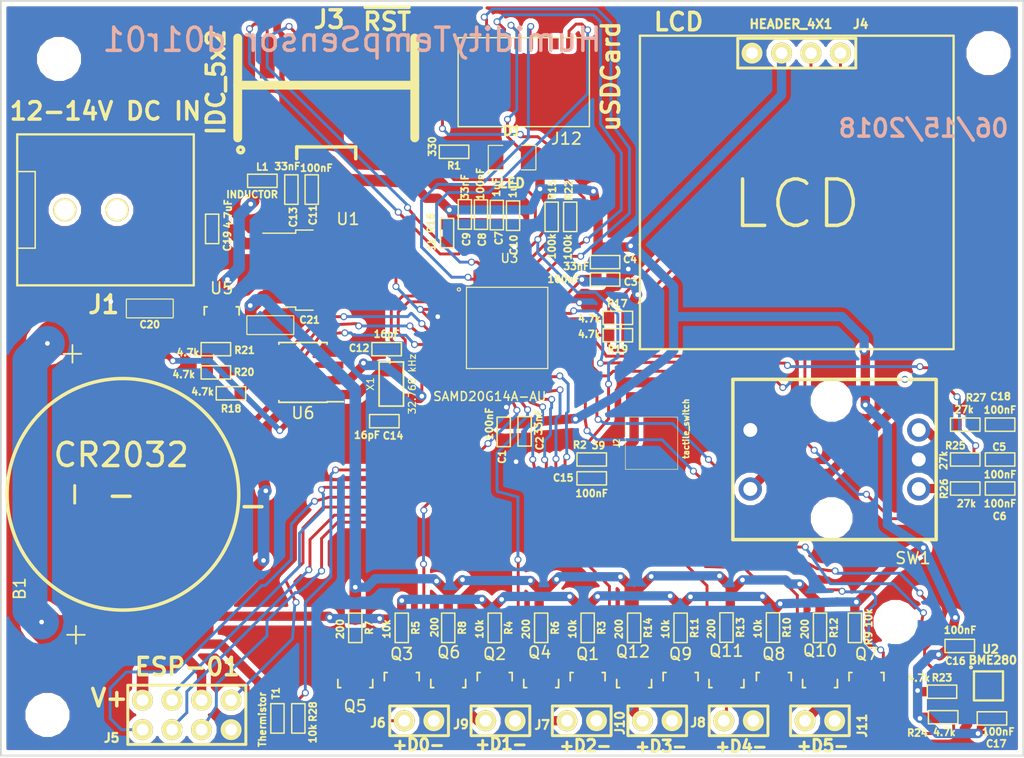
<source format=kicad_pcb>
(kicad_pcb (version 4) (host pcbnew 4.0.7-e2-6376~58~ubuntu16.04.1)
  (layers (0 F.Cu signal) (31 B.Cu signal) (34 B.Paste user) (35 F.Paste user) (36 B.SilkS user) (37 F.SilkS user) (38 B.Mask user) (39 F.Mask user) (44 Edge.Cuts user))
  (net 0 "")
  (net 1 GND)
  (net 2 XIN32)
  (net 3 XOUT32)
  (net 4 "Net-(D1-Pad1)")
  (net 5 VCC)
  (net 6 ~RESET)
  (net 7 "Net-(J3-Pad8)")
  (net 8 "Net-(J3-Pad7)")
  (net 9 "Net-(J3-Pad6)")
  (net 10 SWDCLK)
  (net 11 SWDIO)
  (net 12 Dim0+)
  (net 13 Dim2+)
  (net 14 Dim4+)
  (net 15 Dim1+)
  (net 16 Dim3+)
  (net 17 Dim5+)
  (net 18 "Net-(J12-Pad7)")
  (net 19 "Net-(J12-Pad1)")
  (net 20 DimP2+)
  (net 21 "Net-(Q1-Pad3)")
  (net 22 DimP1+)
  (net 23 "Net-(Q2-Pad3)")
  (net 24 DimP0+)
  (net 25 "Net-(Q3-Pad3)")
  (net 26 DimP5+)
  (net 27 "Net-(Q10-Pad1)")
  (net 28 DimP4+)
  (net 29 "Net-(Q11-Pad1)")
  (net 30 DimP3+)
  (net 31 "Net-(Q12-Pad1)")
  (net 32 "Net-(U1-Pad2)")
  (net 33 VDDANA)
  (net 34 VDDCORE)
  (net 35 "Net-(U3-Pad34)")
  (net 36 LCD_SDA)
  (net 37 LCD_SCL)
  (net 38 ESP_GPIO_2)
  (net 39 ESP_GPIO_0)
  (net 40 VCC_EXT)
  (net 41 "Net-(J2-Pad3)")
  (net 42 "Net-(U3-Pad41)")
  (net 43 "Net-(B1-Pad1)")
  (net 44 ESP_TX_SAM_RX)
  (net 45 ESP_RX_SAM_TX)
  (net 46 ~SDCardDetect)
  (net 47 MFP)
  (net 48 RTC_SCL)
  (net 49 RTC_SDA)
  (net 50 Baro_SDA)
  (net 51 Baro_SCL)
  (net 52 Encoder_B)
  (net 53 Encoder_A)
  (net 54 Encoder_Switch)
  (net 55 ~ESP_Reset)
  (net 56 SD_MOSI)
  (net 57 SD_SCK)
  (net 58 SD_MISO)
  (net 59 ~SD_CS)
  (net 60 "Net-(R25-Pad1)")
  (net 61 "Net-(R26-Pad1)")
  (net 62 "Net-(R27-Pad2)")
  (net 63 Thermistor)
  (net 64 "Net-(U3-Pad10)")
  (net 65 "Net-(U3-Pad3)")
  (net 66 "Net-(U3-Pad27)")
  (net 67 "Net-(U3-Pad28)")
  (net 68 VDDIN)
  (module ted_holes:TED_Hole_3mm (layer F.Cu) (at 112 118.5)
    (fp_text reference Hole hide)
    (fp_text value VAL** hide)
    (pad "" np_thru_hole circle (at 0 0) (size 3 3) (drill 3) (layers *.Cu *.Mask F.SilkS))
  )
  (module ted_holes:TED_Hole_3mm (layer F.Cu) (at 185 110.5)
    (fp_text reference Hole hide)
    (fp_text value VAL** hide)
    (pad "" np_thru_hole circle (at 0 0) (size 3 3) (drill 3) (layers *.Cu *.Mask F.SilkS))
  )
  (module ted_holes:TED_Hole_3mm (layer F.Cu) (at 193 61.5)
    (fp_text reference Hole hide)
    (fp_text value VAL** hide)
    (pad "" np_thru_hole circle (at 0 0) (size 3 3) (drill 3) (layers *.Cu *.Mask F.SilkS))
  )
  (module ted_connectors:TED_2.1mm_DC_SMD (layer F.Cu) (at 117 75 180)
    (fp_text reference J1 (at 0.15748 -8.15848 180) (layer F.SilkS) (effects (font (thickness 0.3048))))
    (fp_text value DC_2.1mm_3pin hide)
    (pad "" np_thru_hole circle (at -1.00076 0 180) (size 1.99898 1.99898) (drill 1.69926) (layers *.Cu *.Mask F.SilkS))
    (pad 1 smd rect (at 3.50012 5.4102 180) (size 1.99898 1.99898) (layers F.Cu F.Paste F.Mask) (net 40 VCC_EXT))
    (pad 1 smd rect (at -2.60096 5.4102 180) (size 1.99898 1.99898) (layers F.Cu F.Paste F.Mask) (net 40 VCC_EXT))
    (pad 2 smd rect (at 3.50012 -5.41528 180) (size 1.99898 1.99898) (layers F.Cu F.Paste F.Mask) (net 1 GND))
    (pad 3 smd rect (at -2.60096 -5.41528 180) (size 1.99898 1.99898) (layers F.Cu F.Paste F.Mask) (net 1 GND))
    (pad "" np_thru_hole circle (at 3.50012 0 180) (size 1.99898 1.99898) (drill 1.69926) (layers *.Cu *.Mask F.SilkS))
  )
  (module ted_connectors:TED_IDC_5x2_SMD (layer F.Cu) (at 136 64.5)
    (fp_text reference J3 (at 0.25 -5.9 180) (layer F.SilkS) (effects (font (thickness 0.3048))))
    (fp_text value IDC_5x2 (at -9.5 -0.5 90) (layer F.SilkS) (effects (font (thickness 0.3048))))
    (pad 8 smd rect (at 2.56 -2.605) (size 1.27 3.56) (layers F.Cu F.Paste F.Mask) (net 7 "Net-(J3-Pad8)"))
    (pad 10 smd rect (at 5.1 -2.605) (size 1.27 3.56) (layers F.Cu F.Paste F.Mask) (net 6 ~RESET))
    (pad 9 smd rect (at 5.1 2.605) (size 1.27 3.56) (layers F.Cu F.Paste F.Mask) (net 1 GND))
    (pad 7 smd rect (at 2.56 2.605) (size 1.27 3.56) (layers F.Cu F.Paste F.Mask) (net 8 "Net-(J3-Pad7)"))
    (pad 1 smd rect (at -5.08 2.605) (size 1.27 3.56) (layers F.Cu F.Paste F.Mask) (net 68 VDDIN))
    (pad 3 smd rect (at -2.54 2.605) (size 1.27 3.56) (layers F.Cu F.Paste F.Mask) (net 1 GND))
    (pad 5 smd rect (at 0 2.605) (size 1.27 3.56) (layers F.Cu F.Paste F.Mask) (net 1 GND))
    (pad 6 smd rect (at 0 -2.605) (size 1.27 3.56) (layers F.Cu F.Paste F.Mask) (net 9 "Net-(J3-Pad6)"))
    (pad 4 smd rect (at -2.54 -2.605) (size 1.27 3.56) (layers F.Cu F.Paste F.Mask) (net 10 SWDCLK))
    (pad 2 smd rect (at -5.08 -2.605) (size 1.27 3.56) (layers F.Cu F.Paste F.Mask) (net 11 SWDIO))
  )
  (module ted_connectors:TED_HEADER_4x1 (layer F.Cu) (at 176.5 61.5)
    (fp_text reference J4 (at 5.5 -2.5) (layer F.SilkS) (effects (font (size 0.762 0.762) (thickness 0.1905))))
    (fp_text value HEADER_4X1 (at -0.5 -2.5) (layer F.SilkS) (effects (font (size 0.762 0.762) (thickness 0.1905))))
    (pad 1 thru_hole circle (at -3.85 0) (size 1.8 1.8) (drill 1) (layers *.Cu *.Mask F.SilkS) (net 1 GND))
    (pad 2 thru_hole circle (at -1.31 0) (size 1.8 1.8) (drill 1) (layers *.Cu *.Mask F.SilkS) (net 68 VDDIN))
    (pad 4 thru_hole circle (at 3.75984 0) (size 1.8 1.8) (drill 1) (layers *.Cu *.Mask F.SilkS) (net 36 LCD_SDA))
    (pad 3 thru_hole circle (at 1.21984 0) (size 1.8 1.8) (drill 1) (layers *.Cu *.Mask F.SilkS) (net 37 LCD_SCL))
  )
  (module ted_connectors:TED_HEADER_4x2 (layer F.Cu) (at 124 118.5 180)
    (fp_text reference J5 (at 6.47 -1.98 180) (layer F.SilkS) (effects (font (size 0.762 0.762) (thickness 0.1905))))
    (fp_text value HEADER_4x2 hide)
    (pad 5 thru_hole circle (at 1.27 1.27 180) (size 1.8 1.8) (drill 1) (layers *.Cu *.Mask F.SilkS) (net 55 ~ESP_Reset))
    (pad 7 thru_hole circle (at 3.81 1.27 180) (size 1.8 1.8) (drill 1) (layers *.Cu *.Mask F.SilkS) (net 68 VDDIN))
    (pad 3 thru_hole circle (at -1.27 1.27 180) (size 1.8 1.8) (drill 1) (layers *.Cu *.Mask F.SilkS) (net 68 VDDIN))
    (pad 1 thru_hole circle (at -3.81 1.27 180) (size 1.8 1.8) (drill 1) (layers *.Cu *.Mask F.SilkS) (net 44 ESP_TX_SAM_RX))
    (pad 2 thru_hole circle (at -3.81 -1.27 180) (size 1.8 1.8) (drill 1) (layers *.Cu *.Mask F.SilkS) (net 1 GND))
    (pad 4 thru_hole circle (at -1.27 -1.27 180) (size 1.8 1.8) (drill 1) (layers *.Cu *.Mask F.SilkS) (net 38 ESP_GPIO_2))
    (pad 8 thru_hole circle (at 3.81 -1.27 180) (size 1.8 1.8) (drill 1) (layers *.Cu *.Mask F.SilkS) (net 45 ESP_RX_SAM_TX))
    (pad 6 thru_hole circle (at 1.27 -1.27 180) (size 1.8 1.8) (drill 1) (layers *.Cu *.Mask F.SilkS) (net 39 ESP_GPIO_0))
  )
  (module ted_connectors:TED_HEADER_2x1 (layer F.Cu) (at 144 119)
    (fp_text reference J6 (at -3.55 0.18) (layer F.SilkS) (effects (font (size 0.762 0.762) (thickness 0.1905))))
    (fp_text value HEADER_2X1 hide)
    (pad 2 thru_hole circle (at 1.25984 0) (size 1.8 1.8) (drill 1) (layers *.Cu *.Mask F.SilkS) (net 1 GND))
    (pad 1 thru_hole circle (at -1.28016 0) (size 1.8 1.8) (drill 1) (layers *.Cu *.Mask F.SilkS) (net 12 Dim0+))
  )
  (module ted_connectors:TED_HEADER_2x1 (layer F.Cu) (at 158 119)
    (fp_text reference J7 (at -3.41 0.36) (layer F.SilkS) (effects (font (size 0.762 0.762) (thickness 0.1905))))
    (fp_text value HEADER_2X1 hide)
    (pad 2 thru_hole circle (at 1.25984 0) (size 1.8 1.8) (drill 1) (layers *.Cu *.Mask F.SilkS) (net 1 GND))
    (pad 1 thru_hole circle (at -1.28016 0) (size 1.8 1.8) (drill 1) (layers *.Cu *.Mask F.SilkS) (net 13 Dim2+))
  )
  (module ted_connectors:TED_HEADER_2x1 (layer F.Cu) (at 171.5 119)
    (fp_text reference J8 (at -3.5 0.16) (layer F.SilkS) (effects (font (size 0.762 0.762) (thickness 0.1905))))
    (fp_text value HEADER_2X1 hide)
    (pad 2 thru_hole circle (at 1.25984 0) (size 1.8 1.8) (drill 1) (layers *.Cu *.Mask F.SilkS) (net 1 GND))
    (pad 1 thru_hole circle (at -1.28016 0) (size 1.8 1.8) (drill 1) (layers *.Cu *.Mask F.SilkS) (net 14 Dim4+))
  )
  (module ted_connectors:TED_HEADER_2x1 (layer F.Cu) (at 151 119)
    (fp_text reference J9 (at -3.4 0.31) (layer F.SilkS) (effects (font (size 0.762 0.762) (thickness 0.1905))))
    (fp_text value HEADER_2X1 hide)
    (pad 2 thru_hole circle (at 1.25984 0) (size 1.8 1.8) (drill 1) (layers *.Cu *.Mask F.SilkS) (net 1 GND))
    (pad 1 thru_hole circle (at -1.28016 0) (size 1.8 1.8) (drill 1) (layers *.Cu *.Mask F.SilkS) (net 15 Dim1+))
  )
  (module ted_connectors:TED_HEADER_2x1 (layer F.Cu) (at 164.5 119)
    (fp_text reference J10 (at -3.23 0.19 90) (layer F.SilkS) (effects (font (size 0.762 0.762) (thickness 0.1905))))
    (fp_text value HEADER_2X1 hide)
    (pad 2 thru_hole circle (at 1.25984 0) (size 1.8 1.8) (drill 1) (layers *.Cu *.Mask F.SilkS) (net 1 GND))
    (pad 1 thru_hole circle (at -1.28016 0) (size 1.8 1.8) (drill 1) (layers *.Cu *.Mask F.SilkS) (net 16 Dim3+))
  )
  (module ted_connectors:TED_HEADER_2x1 (layer F.Cu) (at 178.5 119)
    (fp_text reference J11 (at 3.63 0.42 90) (layer F.SilkS) (effects (font (size 0.762 0.762) (thickness 0.1905))))
    (fp_text value HEADER_2X1 hide)
    (pad 2 thru_hole circle (at 1.25984 0) (size 1.8 1.8) (drill 1) (layers *.Cu *.Mask F.SilkS) (net 1 GND))
    (pad 1 thru_hole circle (at -1.28016 0) (size 1.8 1.8) (drill 1) (layers *.Cu *.Mask F.SilkS) (net 17 Dim5+))
  )
  (module ted_connectors:microSD_Card_Receptacle_Molex_1051620001 (layer F.Cu) (at 153 64 180)
    (fp_text reference J12 (at -3.68 -4.87 180) (layer F.SilkS))
    (fp_text value Micro_SD_Card)
    (pad 10 smd rect (at 5.325 -3.23 180) (size 1.05 1.2) (layers F.Cu F.Paste F.Mask) (net 1 GND))
    (pad 10 smd rect (at 5.325 -0.67 180) (size 1.05 1.08) (layers F.Cu F.Paste F.Mask) (net 1 GND))
    (pad 10 smd rect (at -5.325 -2.66 180) (size 1.05 1.2) (layers F.Cu F.Paste F.Mask) (net 1 GND))
    (pad 10 smd rect (at -5.325 1.13 180) (size 1.05 2.39) (layers F.Cu F.Paste F.Mask) (net 1 GND))
    (pad 9 smd rect (at 5.25 0.65 180) (size 0.72 0.78) (layers F.Cu F.Paste F.Mask) (net 46 ~SDCardDetect))
    (pad 8 smd rect (at -3.9 3.33 180) (size 0.5 1) (layers F.Cu F.Paste F.Mask) (net 56 SD_MOSI))
    (pad 7 smd rect (at -2.75 3.33 180) (size 0.5 1) (layers F.Cu F.Paste F.Mask) (net 18 "Net-(J12-Pad7)"))
    (pad 6 smd rect (at -1.65 3.33 180) (size 0.5 1) (layers F.Cu F.Paste F.Mask) (net 1 GND))
    (pad 5 smd rect (at -0.55 3.33 180) (size 0.5 1) (layers F.Cu F.Paste F.Mask) (net 57 SD_SCK))
    (pad 4 smd rect (at 0.55 3.33 180) (size 0.5 1) (layers F.Cu F.Paste F.Mask) (net 68 VDDIN))
    (pad 3 smd rect (at 1.65 3.33 180) (size 0.5 1) (layers F.Cu F.Paste F.Mask) (net 58 SD_MISO))
    (pad 2 smd rect (at 2.75 3.33 180) (size 0.5 1) (layers F.Cu F.Paste F.Mask) (net 59 ~SD_CS))
    (pad 1 smd rect (at 3.85 3.33 180) (size 0.5 1) (layers F.Cu F.Paste F.Mask) (net 19 "Net-(J12-Pad1)"))
  )
  (module ted_resistors:TED_SM0603_R (layer F.Cu) (at 130.5 72.5)
    (fp_text reference L1 (at 0 -1.2) (layer F.SilkS) (effects (font (size 0.6 0.6))))
    (fp_text value INDUCTOR (at -0.88 1.18) (layer F.SilkS) (effects (font (size 0.6 0.6))))
    (pad 2 smd rect (at 0.75184 0) (size 0.89916 1.00076) (layers F.Cu F.Paste F.Mask) (net 33 VDDANA) (clearance 0.1))
    (pad 1 smd rect (at -0.75184 0) (size 0.89916 1.00076) (layers F.Cu F.Paste F.Mask) (net 68 VDDIN) (clearance 0.1))
  )
  (module ted_transistors:SOT-23 (layer F.Cu) (at 158.5 115.5)
    (fp_text reference Q1 (at 0 -2.25) (layer F.SilkS))
    (fp_text value NMOSFET_GSD hide)
    (pad 1 smd rect (at -0.95 1.00076) (size 0.8001 0.8001) (layers F.Cu F.Paste F.Mask) (net 20 DimP2+))
    (pad 2 smd rect (at 0.95 1.00076) (size 0.8001 0.8001) (layers F.Cu F.Paste F.Mask) (net 1 GND))
    (pad 3 smd rect (at 0 -0.99822) (size 0.8001 0.8001) (layers F.Cu F.Paste F.Mask) (net 21 "Net-(Q1-Pad3)"))
  )
  (module ted_transistors:SOT-23 (layer F.Cu) (at 150.5 115.5)
    (fp_text reference Q2 (at 0 -2.25) (layer F.SilkS))
    (fp_text value NMOSFET_GSD hide)
    (pad 1 smd rect (at -0.95 1.00076) (size 0.8001 0.8001) (layers F.Cu F.Paste F.Mask) (net 22 DimP1+))
    (pad 2 smd rect (at 0.95 1.00076) (size 0.8001 0.8001) (layers F.Cu F.Paste F.Mask) (net 1 GND))
    (pad 3 smd rect (at 0 -0.99822) (size 0.8001 0.8001) (layers F.Cu F.Paste F.Mask) (net 23 "Net-(Q2-Pad3)"))
  )
  (module ted_transistors:SOT-23 (layer F.Cu) (at 142.5 115.5)
    (fp_text reference Q3 (at 0 -2.25) (layer F.SilkS))
    (fp_text value NMOSFET_GSD hide)
    (pad 1 smd rect (at -0.95 1.00076) (size 0.8001 0.8001) (layers F.Cu F.Paste F.Mask) (net 24 DimP0+))
    (pad 2 smd rect (at 0.95 1.00076) (size 0.8001 0.8001) (layers F.Cu F.Paste F.Mask) (net 1 GND))
    (pad 3 smd rect (at 0 -0.99822) (size 0.8001 0.8001) (layers F.Cu F.Paste F.Mask) (net 25 "Net-(Q3-Pad3)"))
  )
  (module ted_transistors:SOT-23 (layer F.Cu) (at 154.5 115.5 180)
    (fp_text reference Q4 (at 0.13 2.38 180) (layer F.SilkS))
    (fp_text value NMOSFET_GSD hide)
    (pad 1 smd rect (at -0.95 1.00076 180) (size 0.8001 0.8001) (layers F.Cu F.Paste F.Mask) (net 21 "Net-(Q1-Pad3)"))
    (pad 2 smd rect (at 0.95 1.00076 180) (size 0.8001 0.8001) (layers F.Cu F.Paste F.Mask) (net 1 GND))
    (pad 3 smd rect (at 0 -0.99822 180) (size 0.8001 0.8001) (layers F.Cu F.Paste F.Mask) (net 13 Dim2+))
  )
  (module ted_transistors:SOT-23 (layer F.Cu) (at 138.5 115.5 180)
    (fp_text reference Q5 (at 0 -2.25 180) (layer F.SilkS))
    (fp_text value NMOSFET_GSD hide)
    (pad 1 smd rect (at -0.95 1.00076 180) (size 0.8001 0.8001) (layers F.Cu F.Paste F.Mask) (net 25 "Net-(Q3-Pad3)"))
    (pad 2 smd rect (at 0.95 1.00076 180) (size 0.8001 0.8001) (layers F.Cu F.Paste F.Mask) (net 1 GND))
    (pad 3 smd rect (at 0 -0.99822 180) (size 0.8001 0.8001) (layers F.Cu F.Paste F.Mask) (net 12 Dim0+))
  )
  (module ted_transistors:SOT-23 (layer F.Cu) (at 146.5 115.5 180)
    (fp_text reference Q6 (at -0.05 2.4 180) (layer F.SilkS))
    (fp_text value NMOSFET_GSD hide)
    (pad 1 smd rect (at -0.95 1.00076 180) (size 0.8001 0.8001) (layers F.Cu F.Paste F.Mask) (net 23 "Net-(Q2-Pad3)"))
    (pad 2 smd rect (at 0.95 1.00076 180) (size 0.8001 0.8001) (layers F.Cu F.Paste F.Mask) (net 1 GND))
    (pad 3 smd rect (at 0 -0.99822 180) (size 0.8001 0.8001) (layers F.Cu F.Paste F.Mask) (net 15 Dim1+))
  )
  (module ted_transistors:SOT-23 (layer F.Cu) (at 182.5 115.5)
    (fp_text reference Q7 (at 0 -2.25) (layer F.SilkS))
    (fp_text value NMOSFET_GSD hide)
    (pad 1 smd rect (at -0.95 1.00076) (size 0.8001 0.8001) (layers F.Cu F.Paste F.Mask) (net 26 DimP5+))
    (pad 2 smd rect (at 0.95 1.00076) (size 0.8001 0.8001) (layers F.Cu F.Paste F.Mask) (net 1 GND))
    (pad 3 smd rect (at 0 -0.99822) (size 0.8001 0.8001) (layers F.Cu F.Paste F.Mask) (net 27 "Net-(Q10-Pad1)"))
  )
  (module ted_transistors:SOT-23 (layer F.Cu) (at 174.525 115.5)
    (fp_text reference Q8 (at 0 -2.25) (layer F.SilkS))
    (fp_text value NMOSFET_GSD hide)
    (pad 1 smd rect (at -0.95 1.00076) (size 0.8001 0.8001) (layers F.Cu F.Paste F.Mask) (net 28 DimP4+))
    (pad 2 smd rect (at 0.95 1.00076) (size 0.8001 0.8001) (layers F.Cu F.Paste F.Mask) (net 1 GND))
    (pad 3 smd rect (at 0 -0.99822) (size 0.8001 0.8001) (layers F.Cu F.Paste F.Mask) (net 29 "Net-(Q11-Pad1)"))
  )
  (module ted_transistors:SOT-23 (layer F.Cu) (at 166.5 115.5)
    (fp_text reference Q9 (at 0 -2.25) (layer F.SilkS))
    (fp_text value NMOSFET_GSD hide)
    (pad 1 smd rect (at -0.95 1.00076) (size 0.8001 0.8001) (layers F.Cu F.Paste F.Mask) (net 30 DimP3+))
    (pad 2 smd rect (at 0.95 1.00076) (size 0.8001 0.8001) (layers F.Cu F.Paste F.Mask) (net 1 GND))
    (pad 3 smd rect (at 0 -0.99822) (size 0.8001 0.8001) (layers F.Cu F.Paste F.Mask) (net 31 "Net-(Q12-Pad1)"))
  )
  (module ted_transistors:SOT-23 (layer F.Cu) (at 178.5 115.5 180)
    (fp_text reference Q10 (at -0.01 2.54 180) (layer F.SilkS))
    (fp_text value NMOSFET_GSD hide)
    (pad 1 smd rect (at -0.95 1.00076 180) (size 0.8001 0.8001) (layers F.Cu F.Paste F.Mask) (net 27 "Net-(Q10-Pad1)"))
    (pad 2 smd rect (at 0.95 1.00076 180) (size 0.8001 0.8001) (layers F.Cu F.Paste F.Mask) (net 1 GND))
    (pad 3 smd rect (at 0 -0.99822 180) (size 0.8001 0.8001) (layers F.Cu F.Paste F.Mask) (net 17 Dim5+))
  )
  (module ted_transistors:SOT-23 (layer F.Cu) (at 170.45 115.5 180)
    (fp_text reference Q11 (at 0.01 2.52 180) (layer F.SilkS))
    (fp_text value NMOSFET_GSD hide)
    (pad 1 smd rect (at -0.95 1.00076 180) (size 0.8001 0.8001) (layers F.Cu F.Paste F.Mask) (net 29 "Net-(Q11-Pad1)"))
    (pad 2 smd rect (at 0.95 1.00076 180) (size 0.8001 0.8001) (layers F.Cu F.Paste F.Mask) (net 1 GND))
    (pad 3 smd rect (at 0 -0.99822 180) (size 0.8001 0.8001) (layers F.Cu F.Paste F.Mask) (net 14 Dim4+))
  )
  (module ted_transistors:SOT-23 (layer F.Cu) (at 162.5 115.5 180)
    (fp_text reference Q12 (at 0.1 2.45 180) (layer F.SilkS))
    (fp_text value NMOSFET_GSD hide)
    (pad 1 smd rect (at -0.95 1.00076 180) (size 0.8001 0.8001) (layers F.Cu F.Paste F.Mask) (net 31 "Net-(Q12-Pad1)"))
    (pad 2 smd rect (at 0.95 1.00076 180) (size 0.8001 0.8001) (layers F.Cu F.Paste F.Mask) (net 1 GND))
    (pad 3 smd rect (at 0 -0.99822 180) (size 0.8001 0.8001) (layers F.Cu F.Paste F.Mask) (net 16 Dim3+))
  )
  (module ted_resistors:TED_SM0603_R (layer F.Cu) (at 147 70 180)
    (fp_text reference R1 (at 0 -1.2 180) (layer F.SilkS) (effects (font (size 0.6 0.6))))
    (fp_text value 330 (at 1.87 0.46 270) (layer F.SilkS) (effects (font (size 0.6 0.6))))
    (pad 2 smd rect (at 0.75184 0 180) (size 0.89916 1.00076) (layers F.Cu F.Paste F.Mask) (net 1 GND) (clearance 0.1))
    (pad 1 smd rect (at -0.75184 0 180) (size 0.89916 1.00076) (layers F.Cu F.Paste F.Mask) (net 4 "Net-(D1-Pad1)") (clearance 0.1))
  )
  (module ted_resistors:TED_SM0603_R (layer F.Cu) (at 158.5 111 270)
    (fp_text reference R3 (at 0 -1.2 270) (layer F.SilkS) (effects (font (size 0.6 0.6))))
    (fp_text value 10k (at 0.1 1.3 270) (layer F.SilkS) (effects (font (size 0.6 0.6))))
    (pad 2 smd rect (at 0.75184 0 270) (size 0.89916 1.00076) (layers F.Cu F.Paste F.Mask) (net 21 "Net-(Q1-Pad3)") (clearance 0.1))
    (pad 1 smd rect (at -0.75184 0 270) (size 0.89916 1.00076) (layers F.Cu F.Paste F.Mask) (net 68 VDDIN) (clearance 0.1))
  )
  (module ted_resistors:TED_SM0603_R (layer F.Cu) (at 150.5 111 270)
    (fp_text reference R4 (at 0 -1.2 270) (layer F.SilkS) (effects (font (size 0.6 0.6))))
    (fp_text value 10k (at 0.1 1.3 270) (layer F.SilkS) (effects (font (size 0.6 0.6))))
    (pad 2 smd rect (at 0.75184 0 270) (size 0.89916 1.00076) (layers F.Cu F.Paste F.Mask) (net 23 "Net-(Q2-Pad3)") (clearance 0.1))
    (pad 1 smd rect (at -0.75184 0 270) (size 0.89916 1.00076) (layers F.Cu F.Paste F.Mask) (net 68 VDDIN) (clearance 0.1))
  )
  (module ted_resistors:TED_SM0603_R (layer F.Cu) (at 142.5 111 270)
    (fp_text reference R5 (at 0 -1.2 270) (layer F.SilkS) (effects (font (size 0.6 0.6))))
    (fp_text value 10k (at 0.1 1.3 270) (layer F.SilkS) (effects (font (size 0.6 0.6))))
    (pad 2 smd rect (at 0.75184 0 270) (size 0.89916 1.00076) (layers F.Cu F.Paste F.Mask) (net 25 "Net-(Q3-Pad3)") (clearance 0.1))
    (pad 1 smd rect (at -0.75184 0 270) (size 0.89916 1.00076) (layers F.Cu F.Paste F.Mask) (net 68 VDDIN) (clearance 0.1))
  )
  (module ted_resistors:TED_SM0603_R (layer F.Cu) (at 154.5 111 270)
    (fp_text reference R6 (at 0 -1.2 270) (layer F.SilkS) (effects (font (size 0.6 0.6))))
    (fp_text value 200 (at 0.1 1.3 270) (layer F.SilkS) (effects (font (size 0.6 0.6))))
    (pad 2 smd rect (at 0.75184 0 270) (size 0.89916 1.00076) (layers F.Cu F.Paste F.Mask) (net 13 Dim2+) (clearance 0.1))
    (pad 1 smd rect (at -0.75184 0 270) (size 0.89916 1.00076) (layers F.Cu F.Paste F.Mask) (net 5 VCC) (clearance 0.1))
  )
  (module ted_resistors:TED_SM0603_R (layer F.Cu) (at 138.5 111 270)
    (fp_text reference R7 (at 0 -1.2 270) (layer F.SilkS) (effects (font (size 0.6 0.6))))
    (fp_text value 200 (at 0.1 1.3 270) (layer F.SilkS) (effects (font (size 0.6 0.6))))
    (pad 2 smd rect (at 0.75184 0 270) (size 0.89916 1.00076) (layers F.Cu F.Paste F.Mask) (net 12 Dim0+) (clearance 0.1))
    (pad 1 smd rect (at -0.75184 0 270) (size 0.89916 1.00076) (layers F.Cu F.Paste F.Mask) (net 5 VCC) (clearance 0.1))
  )
  (module ted_resistors:TED_SM0603_R (layer F.Cu) (at 146.5 111 270)
    (fp_text reference R8 (at 0 -1.2 270) (layer F.SilkS) (effects (font (size 0.6 0.6))))
    (fp_text value 200 (at -0.05 1.17 270) (layer F.SilkS) (effects (font (size 0.6 0.6))))
    (pad 2 smd rect (at 0.75184 0 270) (size 0.89916 1.00076) (layers F.Cu F.Paste F.Mask) (net 15 Dim1+) (clearance 0.1))
    (pad 1 smd rect (at -0.75184 0 270) (size 0.89916 1.00076) (layers F.Cu F.Paste F.Mask) (net 5 VCC) (clearance 0.1))
  )
  (module ted_resistors:TED_SM0603_R (layer F.Cu) (at 181.5 111 270)
    (fp_text reference R9 (at 0.9 -1.18 270) (layer F.SilkS) (effects (font (size 0.6 0.6))))
    (fp_text value 10k (at -0.85 -1.18 270) (layer F.SilkS) (effects (font (size 0.6 0.6))))
    (pad 2 smd rect (at 0.75184 0 270) (size 0.89916 1.00076) (layers F.Cu F.Paste F.Mask) (net 27 "Net-(Q10-Pad1)") (clearance 0.1))
    (pad 1 smd rect (at -0.75184 0 270) (size 0.89916 1.00076) (layers F.Cu F.Paste F.Mask) (net 68 VDDIN) (clearance 0.1))
  )
  (module ted_resistors:TED_SM0603_R (layer F.Cu) (at 174.45 110.975 270)
    (fp_text reference R10 (at 0 -1.2 270) (layer F.SilkS) (effects (font (size 0.6 0.6))))
    (fp_text value 10k (at 0.1 1.3 270) (layer F.SilkS) (effects (font (size 0.6 0.6))))
    (pad 2 smd rect (at 0.75184 0 270) (size 0.89916 1.00076) (layers F.Cu F.Paste F.Mask) (net 29 "Net-(Q11-Pad1)") (clearance 0.1))
    (pad 1 smd rect (at -0.75184 0 270) (size 0.89916 1.00076) (layers F.Cu F.Paste F.Mask) (net 68 VDDIN) (clearance 0.1))
  )
  (module ted_resistors:TED_SM0603_R (layer F.Cu) (at 166.5 111 270)
    (fp_text reference R11 (at 0 -1.2 270) (layer F.SilkS) (effects (font (size 0.6 0.6))))
    (fp_text value 10k (at 0.1 1.3 270) (layer F.SilkS) (effects (font (size 0.6 0.6))))
    (pad 2 smd rect (at 0.75184 0 270) (size 0.89916 1.00076) (layers F.Cu F.Paste F.Mask) (net 31 "Net-(Q12-Pad1)") (clearance 0.1))
    (pad 1 smd rect (at -0.75184 0 270) (size 0.89916 1.00076) (layers F.Cu F.Paste F.Mask) (net 68 VDDIN) (clearance 0.1))
  )
  (module ted_resistors:TED_SM0603_R (layer F.Cu) (at 178.5 111 270)
    (fp_text reference R12 (at 0 -1.2 270) (layer F.SilkS) (effects (font (size 0.6 0.6))))
    (fp_text value 200 (at 0.1 1.3 270) (layer F.SilkS) (effects (font (size 0.6 0.6))))
    (pad 2 smd rect (at 0.75184 0 270) (size 0.89916 1.00076) (layers F.Cu F.Paste F.Mask) (net 17 Dim5+) (clearance 0.1))
    (pad 1 smd rect (at -0.75184 0 270) (size 0.89916 1.00076) (layers F.Cu F.Paste F.Mask) (net 5 VCC) (clearance 0.1))
  )
  (module ted_resistors:TED_SM0603_R (layer F.Cu) (at 170.45 110.975 270)
    (fp_text reference R13 (at 0 -1.2 270) (layer F.SilkS) (effects (font (size 0.6 0.6))))
    (fp_text value 200 (at 0.1 1.3 270) (layer F.SilkS) (effects (font (size 0.6 0.6))))
    (pad 2 smd rect (at 0.75184 0 270) (size 0.89916 1.00076) (layers F.Cu F.Paste F.Mask) (net 14 Dim4+) (clearance 0.1))
    (pad 1 smd rect (at -0.75184 0 270) (size 0.89916 1.00076) (layers F.Cu F.Paste F.Mask) (net 5 VCC) (clearance 0.1))
  )
  (module ted_resistors:TED_SM0603_R (layer F.Cu) (at 162.5 111 270)
    (fp_text reference R14 (at 0 -1.2 270) (layer F.SilkS) (effects (font (size 0.6 0.6))))
    (fp_text value 200 (at 0.1 1.3 270) (layer F.SilkS) (effects (font (size 0.6 0.6))))
    (pad 2 smd rect (at 0.75184 0 270) (size 0.89916 1.00076) (layers F.Cu F.Paste F.Mask) (net 16 Dim3+) (clearance 0.1))
    (pad 1 smd rect (at -0.75184 0 270) (size 0.89916 1.00076) (layers F.Cu F.Paste F.Mask) (net 5 VCC) (clearance 0.1))
  )
  (module ted_encoders:TED_Encoder_w_Switch (layer F.Cu) (at 179.5 96.5 90)
    (fp_text reference SW1 (at -8.5 7 180) (layer F.SilkS))
    (fp_text value Rotary_Encoder_Switch)
    (pad "" np_thru_hole circle (at 5.05 0 90) (size 2.8 2.8) (drill 2.8) (layers *.Cu *.Mask))
    (pad "" np_thru_hole circle (at -5.05 0 90) (size 2.8 2.8) (drill 2.8) (layers *.Cu *.Mask))
    (pad 4 thru_hole circle (at -2.54 -7 90) (size 2 2) (drill 1.2) (layers *.Cu *.Mask) (net 62 "Net-(R27-Pad2)"))
    (pad 5 thru_hole circle (at 2.54 -7 90) (size 2 2) (drill 1.2) (layers *.Cu *.Mask) (net 1 GND))
    (pad 3 thru_hole circle (at 2.54 7.5 90) (size 2 2) (drill 1.2) (layers *.Cu *.Mask) (net 60 "Net-(R25-Pad1)"))
    (pad 2 thru_hole circle (at 0 7.5 90) (size 2 2) (drill 1.2) (layers *.Cu *.Mask) (net 1 GND))
    (pad 1 thru_hole circle (at -2.54 7.5 90) (size 2 2) (drill 1.2) (layers *.Cu *.Mask) (net 61 "Net-(R26-Pad1)"))
  )
  (module ted_resistors:TED_SM0603_R (layer F.Cu) (at 131.8 118.8 270)
    (fp_text reference T1 (at -2.17 0.13 270) (layer F.SilkS) (effects (font (size 0.6 0.6))))
    (fp_text value Thermistor (at 0.1 1.3 270) (layer F.SilkS) (effects (font (size 0.6 0.6))))
    (pad 2 smd rect (at 0.75184 0 270) (size 0.89916 1.00076) (layers F.Cu F.Paste F.Mask) (net 68 VDDIN) (clearance 0.1))
    (pad 1 smd rect (at -0.75184 0 270) (size 0.89916 1.00076) (layers F.Cu F.Paste F.Mask) (net 63 Thermistor) (clearance 0.1))
  )
  (module ted_ICs:TO-252-3_TabPin4 (layer F.Cu) (at 135.84 80.19)
    (fp_text reference U1 (at 2.03 -4.4) (layer F.SilkS))
    (fp_text value BAJ0BC0FP-E2)
    (pad 1 smd rect (at -4.2 -2.28) (size 2.2 1.2) (layers F.Cu F.Paste F.Mask) (net 40 VCC_EXT))
    (pad 2 smd rect (at -4.2 0) (size 2.2 1.2) (layers F.Cu F.Paste F.Mask) (net 32 "Net-(U1-Pad2)"))
    (pad 3 smd rect (at -4.2 2.28) (size 2.2 1.2) (layers F.Cu F.Paste F.Mask) (net 5 VCC))
    (pad 4 smd rect (at 2.1 0) (size 6.4 5.8) (layers F.Cu F.Mask) (net 1 GND))
    (pad 4 smd rect (at 3.775 1.525) (size 3.05 2.75) (layers F.Cu F.Paste) (net 1 GND))
    (pad 4 smd rect (at 0.425 -1.525) (size 3.05 2.75) (layers F.Cu F.Paste) (net 1 GND))
    (pad 4 smd rect (at 3.775 -1.525) (size 3.05 2.75) (layers F.Cu F.Paste) (net 1 GND))
    (pad 4 smd rect (at 0.425 1.525) (size 3.05 2.75) (layers F.Cu F.Paste) (net 1 GND))
  )
  (module ted_ICs:LGA-8 (layer F.Cu) (at 193 116)
    (fp_text reference U2 (at 0.18 -3.16) (layer F.SilkS) (effects (font (size 0.7 0.7) (thickness 0.175))))
    (fp_text value BME280 (at 0.37 -2.22) (layer F.SilkS) (effects (font (size 0.7 0.7) (thickness 0.17))))
    (pad 1 smd rect (at -1.025 -0.975) (size 0.5 0.35) (layers F.Cu F.Paste F.Mask) (net 1 GND))
    (pad 5 smd rect (at 1.025 0.975) (size 0.5 0.35) (layers F.Cu F.Paste F.Mask) (net 1 GND))
    (pad 2 smd rect (at -1.025 -0.325) (size 0.5 0.35) (layers F.Cu F.Paste F.Mask) (net 68 VDDIN))
    (pad 3 smd rect (at -1.025 0.325) (size 0.5 0.35) (layers F.Cu F.Paste F.Mask) (net 50 Baro_SDA))
    (pad 4 smd rect (at -1.025 0.975) (size 0.5 0.35) (layers F.Cu F.Paste F.Mask) (net 51 Baro_SCL))
    (pad 7 smd rect (at 1.025 -0.35) (size 0.5 0.35) (layers F.Cu F.Paste F.Mask) (net 1 GND))
    (pad 8 smd rect (at 1.025 -0.975) (size 0.5 0.35) (layers F.Cu F.Paste F.Mask) (net 68 VDDIN))
    (pad 6 smd rect (at 1.025 0.35) (size 0.5 0.35) (layers F.Cu F.Paste F.Mask) (net 68 VDDIN))
  )
  (module ted_ICs:TED_TQFP48 (layer F.Cu) (at 151.57 85.17)
    (fp_text reference U3 (at 0.2 -6) (layer F.SilkS) (effects (font (size 0.762 0.762) (thickness 0.127))))
    (fp_text value SAMD20G14A-AU (at -1.5 5.9) (layer F.SilkS) (effects (font (size 0.762 0.762) (thickness 0.127))))
    (pad 47 smd rect (at -2.25 -4.2) (size 0.3 1.5) (layers F.Cu F.Paste F.Mask) (net 56 SD_MOSI))
    (pad 48 smd rect (at -2.75 -4.2) (size 0.3 1.5) (layers F.Cu F.Paste F.Mask) (net 57 SD_SCK))
    (pad 46 smd rect (at -1.75 -4.2) (size 0.3 1.5) (layers F.Cu F.Paste F.Mask) (net 11 SWDIO))
    (pad 45 smd rect (at -1.25 -4.2) (size 0.3 1.5) (layers F.Cu F.Paste F.Mask) (net 10 SWDCLK))
    (pad 30 smd rect (at 4.2 0.25) (size 1.5 0.3) (layers F.Cu F.Paste F.Mask) (net 53 Encoder_A))
    (pad 31 smd rect (at 4.2 -0.25) (size 1.5 0.3) (layers F.Cu F.Paste F.Mask) (net 36 LCD_SDA))
    (pad 33 smd rect (at 4.2 -1.25) (size 1.5 0.3) (layers F.Cu F.Paste F.Mask) (net 54 Encoder_Switch))
    (pad 32 smd rect (at 4.2 -0.75) (size 1.5 0.3) (layers F.Cu F.Paste F.Mask) (net 37 LCD_SCL))
    (pad 27 smd rect (at 4.2 1.75) (size 1.5 0.3) (layers F.Cu F.Paste F.Mask) (net 66 "Net-(U3-Pad27)"))
    (pad 29 smd rect (at 4.2 0.75) (size 1.5 0.3) (layers F.Cu F.Paste F.Mask) (net 52 Encoder_B))
    (pad 28 smd rect (at 4.2 1.25) (size 1.5 0.3) (layers F.Cu F.Paste F.Mask) (net 67 "Net-(U3-Pad28)"))
    (pad 25 smd rect (at 4.2 2.75) (size 1.5 0.3) (layers F.Cu F.Paste F.Mask) (net 50 Baro_SDA))
    (pad 26 smd rect (at 4.2 2.25) (size 1.5 0.3) (layers F.Cu F.Paste F.Mask) (net 51 Baro_SCL))
    (pad 24 smd rect (at 2.75 4.2) (size 0.3 1.5) (layers F.Cu F.Paste F.Mask) (net 26 DimP5+))
    (pad 23 smd rect (at 2.25 4.2) (size 0.3 1.5) (layers F.Cu F.Paste F.Mask) (net 28 DimP4+))
    (pad 11 smd rect (at -4.2 2.25) (size 1.5 0.3) (layers F.Cu F.Paste F.Mask) (net 63 Thermistor))
    (pad 10 smd rect (at -4.2 1.75) (size 1.5 0.3) (layers F.Cu F.Paste F.Mask) (net 64 "Net-(U3-Pad10)"))
    (pad 8 smd rect (at -4.2 0.75) (size 1.5 0.3) (layers F.Cu F.Paste F.Mask) (net 48 RTC_SCL))
    (pad 9 smd rect (at -4.2 1.25) (size 1.5 0.3) (layers F.Cu F.Paste F.Mask) (net 47 MFP))
    (pad 6 smd rect (at -4.2 -0.25) (size 1.5 0.3) (layers F.Cu F.Paste F.Mask) (net 33 VDDANA))
    (pad 5 smd rect (at -4.2 -0.75) (size 1.5 0.3) (layers F.Cu F.Paste F.Mask) (net 1 GND))
    (pad 7 smd rect (at -4.2 0.25) (size 1.5 0.3) (layers F.Cu F.Paste F.Mask) (net 49 RTC_SDA))
    (pad 2 smd rect (at -4.2 -2.25) (size 1.5 0.3) (layers F.Cu F.Paste F.Mask) (net 3 XOUT32))
    (pad 1 smd rect (at -4.2 -2.75) (size 1.5 0.3) (layers F.Cu F.Paste F.Mask) (net 2 XIN32))
    (pad 3 smd rect (at -4.2 -1.75) (size 1.5 0.3) (layers F.Cu F.Paste F.Mask) (net 65 "Net-(U3-Pad3)"))
    (pad 4 smd rect (at -4.2 -1.25) (size 1.5 0.3) (layers F.Cu F.Paste F.Mask) (net 33 VDDANA))
    (pad 44 smd rect (at -0.75 -4.2) (size 0.3 1.5) (layers F.Cu F.Paste F.Mask) (net 68 VDDIN))
    (pad 43 smd rect (at -0.25 -4.2) (size 0.3 1.5) (layers F.Cu F.Paste F.Mask) (net 34 VDDCORE))
    (pad 41 smd rect (at 0.75 -4.2) (size 0.3 1.5) (layers F.Cu F.Paste F.Mask) (net 42 "Net-(U3-Pad41)"))
    (pad 42 smd rect (at 0.25 -4.2) (size 0.3 1.5) (layers F.Cu F.Paste F.Mask) (net 1 GND))
    (pad 39 smd rect (at 1.75 -4.2) (size 0.3 1.5) (layers F.Cu F.Paste F.Mask) (net 46 ~SDCardDetect))
    (pad 38 smd rect (at 2.25 -4.2) (size 0.3 1.5) (layers F.Cu F.Paste F.Mask) (net 58 SD_MISO))
    (pad 40 smd rect (at 1.25 -4.2) (size 0.3 1.5) (layers F.Cu F.Paste F.Mask) (net 6 ~RESET))
    (pad 35 smd rect (at 4.2 -2.25) (size 1.5 0.3) (layers F.Cu F.Paste F.Mask) (net 1 GND))
    (pad 34 smd rect (at 4.2 -1.75) (size 1.5 0.3) (layers F.Cu F.Paste F.Mask) (net 35 "Net-(U3-Pad34)"))
    (pad 36 smd rect (at 4.2 -2.75) (size 1.5 0.3) (layers F.Cu F.Paste F.Mask) (net 68 VDDIN))
    (pad 37 smd rect (at 2.75 -4.2) (size 0.3 1.5) (layers F.Cu F.Paste F.Mask) (net 59 ~SD_CS))
    (pad 19 smd rect (at 0.25 4.2) (size 0.3 1.5) (layers F.Cu F.Paste F.Mask) (net 24 DimP0+))
    (pad 20 smd rect (at 0.75 4.2) (size 0.3 1.5) (layers F.Cu F.Paste F.Mask) (net 22 DimP1+))
    (pad 22 smd rect (at 1.75 4.2) (size 0.3 1.5) (layers F.Cu F.Paste F.Mask) (net 30 DimP3+))
    (pad 21 smd rect (at 1.25 4.2) (size 0.3 1.5) (layers F.Cu F.Paste F.Mask) (net 20 DimP2+))
    (pad 16 smd rect (at -1.25 4.2) (size 0.3 1.5) (layers F.Cu F.Paste F.Mask) (net 38 ESP_GPIO_2))
    (pad 18 smd rect (at -0.25 4.2) (size 0.3 1.5) (layers F.Cu F.Paste F.Mask) (net 1 GND))
    (pad 17 smd rect (at -0.75 4.2) (size 0.3 1.5) (layers F.Cu F.Paste F.Mask) (net 68 VDDIN))
    (pad 14 smd rect (at -2.25 4.2) (size 0.3 1.5) (layers F.Cu F.Paste F.Mask) (net 44 ESP_TX_SAM_RX))
    (pad 15 smd rect (at -1.75 4.2) (size 0.3 1.5) (layers F.Cu F.Paste F.Mask) (net 39 ESP_GPIO_0))
    (pad 13 smd rect (at -2.75 4.2) (size 0.3 1.5) (layers F.Cu F.Paste F.Mask) (net 45 ESP_RX_SAM_TX))
    (pad 12 smd rect (at -4.2 2.75) (size 1.5 0.3) (layers F.Cu F.Paste F.Mask) (net 55 ~ESP_Reset))
  )
  (module ted_transistors:SOT-23 (layer F.Cu) (at 127 84)
    (fp_text reference U5 (at 0 -2.25) (layer F.SilkS))
    (fp_text value AZ1117IH hide)
    (pad 1 smd rect (at -0.95 1.00076) (size 0.8001 0.8001) (layers F.Cu F.Paste F.Mask) (net 1 GND))
    (pad 2 smd rect (at 0.95 1.00076) (size 0.8001 0.8001) (layers F.Cu F.Paste F.Mask) (net 5 VCC))
    (pad 3 smd rect (at 0 -0.99822) (size 0.8001 0.8001) (layers F.Cu F.Paste F.Mask) (net 68 VDDIN))
  )
  (module ted_ICs:SOIC-8_3.9x4.9mm_Pitch1.27mm (layer F.Cu) (at 134 89 180)
    (fp_text reference U6 (at 0 -3.5 180) (layer F.SilkS))
    (fp_text value MCP7940N)
    (pad 1 smd rect (at -2.7 -1.905 180) (size 1.55 0.6) (layers F.Cu F.Paste F.Mask) (net 2 XIN32))
    (pad 2 smd rect (at -2.7 -0.635 180) (size 1.55 0.6) (layers F.Cu F.Paste F.Mask) (net 3 XOUT32))
    (pad 3 smd rect (at -2.7 0.635 180) (size 1.55 0.6) (layers F.Cu F.Paste F.Mask) (net 43 "Net-(B1-Pad1)"))
    (pad 4 smd rect (at -2.7 1.905 180) (size 1.55 0.6) (layers F.Cu F.Paste F.Mask) (net 1 GND))
    (pad 5 smd rect (at 2.7 1.905 180) (size 1.55 0.6) (layers F.Cu F.Paste F.Mask) (net 49 RTC_SDA))
    (pad 6 smd rect (at 2.7 0.635 180) (size 1.55 0.6) (layers F.Cu F.Paste F.Mask) (net 48 RTC_SCL))
    (pad 7 smd rect (at 2.7 -0.635 180) (size 1.55 0.6) (layers F.Cu F.Paste F.Mask) (net 47 MFP))
    (pad 8 smd rect (at 2.7 -1.905 180) (size 1.55 0.6) (layers F.Cu F.Paste F.Mask) (net 68 VDDIN))
  )
  (module ted_crystals:TED_crystal_CFPX-217 (layer F.Cu) (at 141.6 90 90)
    (fp_text reference X1 (at 0 -1.8 90) (layer F.SilkS) (effects (font (size 0.6 0.6) (thickness 0.1))))
    (fp_text value "32.768 kHz" (at 0 1.8 90) (layer F.SilkS) (effects (font (size 0.6 0.6) (thickness 0.1))))
    (pad 1 smd rect (at -1.2 0 90) (size 1.1 1.9) (layers F.Cu F.Paste F.Mask) (net 3 XOUT32))
    (pad 2 smd rect (at 1.2 0 90) (size 1.1 1.9) (layers F.Cu F.Paste F.Mask) (net 2 XIN32))
  )
  (module ted_holes:TED_Hole_3mm (layer F.Cu) (at 113 62)
    (fp_text reference Hole hide)
    (fp_text value VAL** hide)
    (pad "" np_thru_hole circle (at 0 0) (size 3 3) (drill 3) (layers *.Cu *.Mask F.SilkS))
  )
  (module ted_resistors:TED_SM0603_R (layer F.Cu) (at 158.85 96.5)
    (fp_text reference R2 (at -1.02 -1.25) (layer F.SilkS) (effects (font (size 0.6 0.6))))
    (fp_text value 39 (at 0.58 -1.2) (layer F.SilkS) (effects (font (size 0.6 0.6))))
    (pad 2 smd rect (at 0.75184 0) (size 0.89916 1.00076) (layers F.Cu F.Paste F.Mask) (net 41 "Net-(J2-Pad3)") (clearance 0.1))
    (pad 1 smd rect (at -0.75184 0) (size 0.89916 1.00076) (layers F.Cu F.Paste F.Mask) (net 6 ~RESET) (clearance 0.1))
  )
  (module ted_resistors:TED_SM0603_R (layer F.Cu) (at 155.4 75.6 270)
    (fp_text reference R15 (at -2.33 -0.06 270) (layer F.SilkS) (effects (font (size 0.6 0.6))))
    (fp_text value 100k (at 2.54 -0.03 270) (layer F.SilkS) (effects (font (size 0.6 0.6))))
    (pad 2 smd rect (at 0.75184 0 270) (size 0.89916 1.00076) (layers F.Cu F.Paste F.Mask) (net 6 ~RESET) (clearance 0.1))
    (pad 1 smd rect (at -0.75184 0 270) (size 0.89916 1.00076) (layers F.Cu F.Paste F.Mask) (net 68 VDDIN) (clearance 0.1))
  )
  (module ted_resistors:TED_SM0603_R (layer F.Cu) (at 146.4 77 270)
    (fp_text reference R16 (at -0.86 1.38 270) (layer F.SilkS) (effects (font (size 0.6 0.6))))
    (fp_text value 1k (at 0.97 1.32 270) (layer F.SilkS) (effects (font (size 0.6 0.6))))
    (pad 2 smd rect (at 0.75184 0 270) (size 0.89916 1.00076) (layers F.Cu F.Paste F.Mask) (net 10 SWDCLK) (clearance 0.1))
    (pad 1 smd rect (at -0.75184 0 270) (size 0.89916 1.00076) (layers F.Cu F.Paste F.Mask) (net 68 VDDIN) (clearance 0.1))
  )
  (module ted_resistors:TED_SM0603_R (layer F.Cu) (at 161.1 84.3 180)
    (fp_text reference R17 (at 0.05 1.23 180) (layer F.SilkS) (effects (font (size 0.6 0.6))))
    (fp_text value 4.7k (at 2.46 -0.08 180) (layer F.SilkS) (effects (font (size 0.6 0.6))))
    (pad 2 smd rect (at 0.75184 0 180) (size 0.89916 1.00076) (layers F.Cu F.Paste F.Mask) (net 37 LCD_SCL) (clearance 0.1))
    (pad 1 smd rect (at -0.75184 0 180) (size 0.89916 1.00076) (layers F.Cu F.Paste F.Mask) (net 68 VDDIN) (clearance 0.1))
  )
  (module ted_resistors:TED_SM0603_R (layer F.Cu) (at 127.8 90.8)
    (fp_text reference R18 (at 0.01 1.33) (layer F.SilkS) (effects (font (size 0.6 0.6))))
    (fp_text value 4.7k (at -2.45 -0.13) (layer F.SilkS) (effects (font (size 0.6 0.6))))
    (pad 2 smd rect (at 0.75184 0) (size 0.89916 1.00076) (layers F.Cu F.Paste F.Mask) (net 47 MFP) (clearance 0.1))
    (pad 1 smd rect (at -0.75184 0) (size 0.89916 1.00076) (layers F.Cu F.Paste F.Mask) (net 68 VDDIN) (clearance 0.1))
  )
  (module ted_resistors:TED_SM0603_R (layer F.Cu) (at 161.1 85.8 180)
    (fp_text reference R19 (at 0 -1.2 180) (layer F.SilkS) (effects (font (size 0.6 0.6))))
    (fp_text value 4.7k (at 2.47 0.09 180) (layer F.SilkS) (effects (font (size 0.6 0.6))))
    (pad 2 smd rect (at 0.75184 0 180) (size 0.89916 1.00076) (layers F.Cu F.Paste F.Mask) (net 36 LCD_SDA) (clearance 0.1))
    (pad 1 smd rect (at -0.75184 0 180) (size 0.89916 1.00076) (layers F.Cu F.Paste F.Mask) (net 68 VDDIN) (clearance 0.1))
  )
  (module ted_resistors:TED_SM0603_R (layer F.Cu) (at 126.5 89)
    (fp_text reference R20 (at 2.43 -0.02) (layer F.SilkS) (effects (font (size 0.6 0.6))))
    (fp_text value 4.7k (at -2.77 0.18) (layer F.SilkS) (effects (font (size 0.6 0.6))))
    (pad 2 smd rect (at 0.75184 0) (size 0.89916 1.00076) (layers F.Cu F.Paste F.Mask) (net 48 RTC_SCL) (clearance 0.1))
    (pad 1 smd rect (at -0.75184 0) (size 0.89916 1.00076) (layers F.Cu F.Paste F.Mask) (net 68 VDDIN) (clearance 0.1))
  )
  (module ted_resistors:TED_SM0603_R (layer F.Cu) (at 126.5 87)
    (fp_text reference R21 (at 2.47 0.09) (layer F.SilkS) (effects (font (size 0.6 0.6))))
    (fp_text value 4.7k (at -2.41 0.29) (layer F.SilkS) (effects (font (size 0.6 0.6))))
    (pad 2 smd rect (at 0.75184 0) (size 0.89916 1.00076) (layers F.Cu F.Paste F.Mask) (net 49 RTC_SDA) (clearance 0.1))
    (pad 1 smd rect (at -0.75184 0) (size 0.89916 1.00076) (layers F.Cu F.Paste F.Mask) (net 68 VDDIN) (clearance 0.1))
  )
  (module ted_resistors:TED_SM0603_R (layer F.Cu) (at 157 75.6 270)
    (fp_text reference R22 (at -2.27 0.12 270) (layer F.SilkS) (effects (font (size 0.6 0.6))))
    (fp_text value 100k (at 2.6 0.2 270) (layer F.SilkS) (effects (font (size 0.6 0.6))))
    (pad 2 smd rect (at 0.75184 0 270) (size 0.89916 1.00076) (layers F.Cu F.Paste F.Mask) (net 46 ~SDCardDetect) (clearance 0.1))
    (pad 1 smd rect (at -0.75184 0 270) (size 0.89916 1.00076) (layers F.Cu F.Paste F.Mask) (net 68 VDDIN) (clearance 0.1))
  )
  (module ted_resistors:TED_SM0603_R (layer F.Cu) (at 189 116.5)
    (fp_text reference R23 (at 0 -1.2) (layer F.SilkS) (effects (font (size 0.6 0.6))))
    (fp_text value 4.7k (at -2 -1.18) (layer F.SilkS) (effects (font (size 0.6 0.6))))
    (pad 2 smd rect (at 0.75184 0) (size 0.89916 1.00076) (layers F.Cu F.Paste F.Mask) (net 50 Baro_SDA) (clearance 0.1))
    (pad 1 smd rect (at -0.75184 0) (size 0.89916 1.00076) (layers F.Cu F.Paste F.Mask) (net 68 VDDIN) (clearance 0.1))
  )
  (module ted_resistors:TED_SM0603_R (layer F.Cu) (at 189.1 118.7)
    (fp_text reference R24 (at -2.22 1.35) (layer F.SilkS) (effects (font (size 0.6 0.6))))
    (fp_text value 4.7k (at 0.1 1.3) (layer F.SilkS) (effects (font (size 0.6 0.6))))
    (pad 2 smd rect (at 0.75184 0) (size 0.89916 1.00076) (layers F.Cu F.Paste F.Mask) (net 51 Baro_SCL) (clearance 0.1))
    (pad 1 smd rect (at -0.75184 0) (size 0.89916 1.00076) (layers F.Cu F.Paste F.Mask) (net 68 VDDIN) (clearance 0.1))
  )
  (module ted_connectors:TED_CR2032_Battery_Holder_BC_2003 (layer F.Cu) (at 118.5 99.5 270)
    (fp_text reference B1 (at 8.12 8.89 270) (layer F.SilkS))
    (fp_text value Battery)
    (fp_text user + (at -12.1 4.5 270) (layer F.SilkS) (effects (font (size 2 2))))
    (fp_text user - (at 0 4.3 270) (layer F.SilkS) (effects (font (size 2 2) (thickness 0.25))))
    (fp_text user + (at 12.1 4.2 270) (layer F.SilkS) (effects (font (size 2 2))))
    (pad 1 smd rect (at 11.905 0 270) (size 2.6 5.56) (layers F.Cu F.Paste F.Mask) (net 43 "Net-(B1-Pad1)"))
    (pad 2 smd rect (at 0 0 270) (size 8 5.56) (layers F.Cu F.Paste F.Mask) (net 1 GND))
    (pad 1 smd rect (at -11.905 0 270) (size 2.6 5.56) (layers F.Cu F.Paste F.Mask) (net 43 "Net-(B1-Pad1)"))
  )
  (module ted_resistors:TED_SM0603_R (layer F.Cu) (at 191 96.5)
    (fp_text reference R25 (at -0.85 -1.19) (layer F.SilkS) (effects (font (size 0.6 0.6))))
    (fp_text value 27k (at -1.86 0.08 90) (layer F.SilkS) (effects (font (size 0.6 0.6))))
    (pad 2 smd rect (at 0.75184 0) (size 0.89916 1.00076) (layers F.Cu F.Paste F.Mask) (net 52 Encoder_B) (clearance 0.1))
    (pad 1 smd rect (at -0.75184 0) (size 0.89916 1.00076) (layers F.Cu F.Paste F.Mask) (net 60 "Net-(R25-Pad1)") (clearance 0.1))
  )
  (module ted_resistors:TED_SM0603_R (layer F.Cu) (at 191 99)
    (fp_text reference R26 (at -1.82 0.02 90) (layer F.SilkS) (effects (font (size 0.6 0.6))))
    (fp_text value 27k (at 0.1 1.3) (layer F.SilkS) (effects (font (size 0.6 0.6))))
    (pad 2 smd rect (at 0.75184 0) (size 0.89916 1.00076) (layers F.Cu F.Paste F.Mask) (net 53 Encoder_A) (clearance 0.1))
    (pad 1 smd rect (at -0.75184 0) (size 0.89916 1.00076) (layers F.Cu F.Paste F.Mask) (net 61 "Net-(R26-Pad1)") (clearance 0.1))
  )
  (module ted_resistors:TED_SM0603_R (layer F.Cu) (at 191 93.5 180)
    (fp_text reference R27 (at -0.93 2.32 180) (layer F.SilkS) (effects (font (size 0.6 0.6))))
    (fp_text value 27k (at 0.1 1.3 180) (layer F.SilkS) (effects (font (size 0.6 0.6))))
    (pad 2 smd rect (at 0.75184 0 180) (size 0.89916 1.00076) (layers F.Cu F.Paste F.Mask) (net 62 "Net-(R27-Pad2)") (clearance 0.1))
    (pad 1 smd rect (at -0.75184 0 180) (size 0.89916 1.00076) (layers F.Cu F.Paste F.Mask) (net 54 Encoder_Switch) (clearance 0.1))
  )
  (module ted_resistors:TED_SM0603_R (layer F.Cu) (at 133.6 118.8 270)
    (fp_text reference R28 (at -0.58 -1.26 270) (layer F.SilkS) (effects (font (size 0.6 0.6))))
    (fp_text value 10k (at 1.32 -1.24 270) (layer F.SilkS) (effects (font (size 0.6 0.6))))
    (pad 2 smd rect (at 0.75184 0 270) (size 0.89916 1.00076) (layers F.Cu F.Paste F.Mask) (net 1 GND) (clearance 0.1))
    (pad 1 smd rect (at -0.75184 0 270) (size 0.89916 1.00076) (layers F.Cu F.Paste F.Mask) (net 63 Thermistor) (clearance 0.1))
  )
  (module ted_capacitors:TED_SM1608_0603_C (layer F.Cu) (at 194 93.5)
    (fp_text reference C18 (at 0.04 -2.43) (layer F.SilkS) (effects (font (size 0.6 0.6))))
    (fp_text value 100nF (at -0.01 -1.27) (layer F.SilkS) (effects (font (size 0.6 0.6))))
    (pad 2 smd rect (at 0.75184 0) (size 0.89916 1.00076) (layers F.Cu F.Paste F.Mask) (net 1 GND) (clearance 0.1))
    (pad 1 smd rect (at -0.75184 0) (size 0.9 1) (layers F.Cu F.Paste F.Mask) (net 54 Encoder_Switch) (clearance 0.1))
  )
  (module ted_capacitors:TED_SM1608_0603_C (layer F.Cu) (at 194 99)
    (fp_text reference C6 (at -0.04 2.39) (layer F.SilkS) (effects (font (size 0.6 0.6))))
    (fp_text value 100nF (at 0 1.3) (layer F.SilkS) (effects (font (size 0.6 0.6))))
    (pad 2 smd rect (at 0.75184 0) (size 0.89916 1.00076) (layers F.Cu F.Paste F.Mask) (net 1 GND) (clearance 0.1))
    (pad 1 smd rect (at -0.75184 0) (size 0.9 1) (layers F.Cu F.Paste F.Mask) (net 53 Encoder_A) (clearance 0.1))
  )
  (module ted_capacitors:TED_SM1608_0603_C (layer F.Cu) (at 194 96.5)
    (fp_text reference C5 (at -0.07 -1.08) (layer F.SilkS) (effects (font (size 0.6 0.6))))
    (fp_text value 100nF (at 0 1.3) (layer F.SilkS) (effects (font (size 0.6 0.6))))
    (pad 2 smd rect (at 0.75184 0) (size 0.89916 1.00076) (layers F.Cu F.Paste F.Mask) (net 1 GND) (clearance 0.1))
    (pad 1 smd rect (at -0.75184 0) (size 0.9 1) (layers F.Cu F.Paste F.Mask) (net 52 Encoder_B) (clearance 0.1))
  )
  (module ted_capacitors:TED_SM1608_0603_C (layer F.Cu) (at 193.3 118.8)
    (fp_text reference C17 (at 0.37 2.18) (layer F.SilkS) (effects (font (size 0.6 0.6))))
    (fp_text value 100nF (at 0.54 1.15) (layer F.SilkS) (effects (font (size 0.6 0.6))))
    (pad 2 smd rect (at 0.75184 0) (size 0.89916 1.00076) (layers F.Cu F.Paste F.Mask) (net 1 GND) (clearance 0.1))
    (pad 1 smd rect (at -0.75184 0) (size 0.9 1) (layers F.Cu F.Paste F.Mask) (net 68 VDDIN) (clearance 0.1))
  )
  (module ted_capacitors:TED_SM1608_0603_C (layer F.Cu) (at 190.53 112.56)
    (fp_text reference C16 (at -0.37 1.3) (layer F.SilkS) (effects (font (size 0.6 0.6))))
    (fp_text value 100nF (at 0.03 -1.36) (layer F.SilkS) (effects (font (size 0.6 0.6))))
    (pad 2 smd rect (at 0.75184 0) (size 0.89916 1.00076) (layers F.Cu F.Paste F.Mask) (net 1 GND) (clearance 0.1))
    (pad 1 smd rect (at -0.75184 0) (size 0.9 1) (layers F.Cu F.Paste F.Mask) (net 68 VDDIN) (clearance 0.1))
  )
  (module ted_capacitors:TED_SM1608_0603_C (layer F.Cu) (at 158.85 98.125)
    (fp_text reference C15 (at -2.45 -0.045) (layer F.SilkS) (effects (font (size 0.6 0.6))))
    (fp_text value 100nF (at 0 1.3) (layer F.SilkS) (effects (font (size 0.6 0.6))))
    (pad 2 smd rect (at 0.75184 0) (size 0.89916 1.00076) (layers F.Cu F.Paste F.Mask) (net 1 GND) (clearance 0.1))
    (pad 1 smd rect (at -0.75184 0) (size 0.9 1) (layers F.Cu F.Paste F.Mask) (net 6 ~RESET) (clearance 0.1))
  )
  (module ted_capacitors:TED_SM1608_0603_C (layer F.Cu) (at 141 93.2 180)
    (fp_text reference C14 (at -0.75 -1.26 180) (layer F.SilkS) (effects (font (size 0.6 0.6))))
    (fp_text value 16pF (at 1.49 -1.2 180) (layer F.SilkS) (effects (font (size 0.6 0.6))))
    (pad 2 smd rect (at 0.75184 0 180) (size 0.89916 1.00076) (layers F.Cu F.Paste F.Mask) (net 1 GND) (clearance 0.1))
    (pad 1 smd rect (at -0.75184 0 180) (size 0.9 1) (layers F.Cu F.Paste F.Mask) (net 3 XOUT32) (clearance 0.1))
  )
  (module ted_capacitors:TED_SM1608_0603_C (layer F.Cu) (at 133 73.25 270)
    (fp_text reference C13 (at 2.38 -0.16 270) (layer F.SilkS) (effects (font (size 0.6 0.6))))
    (fp_text value 33nF (at -1.99 0.35 360) (layer F.SilkS) (effects (font (size 0.6 0.6))))
    (pad 2 smd rect (at 0.75184 0 270) (size 0.89916 1.00076) (layers F.Cu F.Paste F.Mask) (net 1 GND) (clearance 0.1))
    (pad 1 smd rect (at -0.75184 0 270) (size 0.9 1) (layers F.Cu F.Paste F.Mask) (net 33 VDDANA) (clearance 0.1))
  )
  (module ted_capacitors:TED_SM1608_0603_C (layer F.Cu) (at 141.2 87 180)
    (fp_text reference C12 (at 2.37 0.09 180) (layer F.SilkS) (effects (font (size 0.6 0.6))))
    (fp_text value 16pF (at 0 1.3 180) (layer F.SilkS) (effects (font (size 0.6 0.6))))
    (pad 2 smd rect (at 0.75184 0 180) (size 0.89916 1.00076) (layers F.Cu F.Paste F.Mask) (net 1 GND) (clearance 0.1))
    (pad 1 smd rect (at -0.75184 0 180) (size 0.9 1) (layers F.Cu F.Paste F.Mask) (net 2 XIN32) (clearance 0.1))
  )
  (module ted_capacitors:TED_SM1608_0603_C (layer F.Cu) (at 134.75 73.25 270)
    (fp_text reference C11 (at 2.2 -0.11 270) (layer F.SilkS) (effects (font (size 0.6 0.6))))
    (fp_text value 100nF (at -1.85 -0.4 360) (layer F.SilkS) (effects (font (size 0.6 0.6))))
    (pad 2 smd rect (at 0.75184 0 270) (size 0.89916 1.00076) (layers F.Cu F.Paste F.Mask) (net 1 GND) (clearance 0.1))
    (pad 1 smd rect (at -0.75184 0 270) (size 0.9 1) (layers F.Cu F.Paste F.Mask) (net 33 VDDANA) (clearance 0.1))
  )
  (module ted_capacitors:TED_SM1608_0603_C (layer F.Cu) (at 152.08 75.5 90)
    (fp_text reference C10 (at -2.52 0.06 90) (layer F.SilkS) (effects (font (size 0.6 0.6))))
    (fp_text value 1uF (at 2.34 -0.02 90) (layer F.SilkS) (effects (font (size 0.6 0.6))))
    (pad 2 smd rect (at 0.75184 0 90) (size 0.89916 1.00076) (layers F.Cu F.Paste F.Mask) (net 1 GND) (clearance 0.1))
    (pad 1 smd rect (at -0.75184 0 90) (size 0.9 1) (layers F.Cu F.Paste F.Mask) (net 34 VDDCORE) (clearance 0.1))
  )
  (module ted_capacitors:TED_SM1608_0603_C (layer F.Cu) (at 147.93 75.39 90)
    (fp_text reference C9 (at -2.15 0.14 90) (layer F.SilkS) (effects (font (size 0.6 0.6))))
    (fp_text value 33nF (at 2.35 0.01 90) (layer F.SilkS) (effects (font (size 0.6 0.6))))
    (pad 2 smd rect (at 0.75184 0 90) (size 0.89916 1.00076) (layers F.Cu F.Paste F.Mask) (net 1 GND) (clearance 0.1))
    (pad 1 smd rect (at -0.75184 0 90) (size 0.9 1) (layers F.Cu F.Paste F.Mask) (net 68 VDDIN) (clearance 0.1))
  )
  (module ted_capacitors:TED_SM1608_0603_C (layer F.Cu) (at 149.32 75.41 90)
    (fp_text reference C8 (at -2.15 0.1 90) (layer F.SilkS) (effects (font (size 0.6 0.6))))
    (fp_text value 100nF (at 2.64 -0.05 90) (layer F.SilkS) (effects (font (size 0.6 0.6))))
    (pad 2 smd rect (at 0.75184 0 90) (size 0.89916 1.00076) (layers F.Cu F.Paste F.Mask) (net 1 GND) (clearance 0.1))
    (pad 1 smd rect (at -0.75184 0 90) (size 0.9 1) (layers F.Cu F.Paste F.Mask) (net 68 VDDIN) (clearance 0.1))
  )
  (module ted_capacitors:TED_SM1608_0603_C (layer F.Cu) (at 150.68 75.45 90)
    (fp_text reference C7 (at -1.99 0.18 90) (layer F.SilkS) (effects (font (size 0.6 0.6))))
    (fp_text value 1uF (at 2.4 -0.03 90) (layer F.SilkS) (effects (font (size 0.6 0.6))))
    (pad 2 smd rect (at 0.75184 0 90) (size 0.89916 1.00076) (layers F.Cu F.Paste F.Mask) (net 1 GND) (clearance 0.1))
    (pad 1 smd rect (at -0.75184 0 90) (size 0.9 1) (layers F.Cu F.Paste F.Mask) (net 68 VDDIN) (clearance 0.1))
  )
  (module ted_capacitors:TED_SM1608_0603_C (layer F.Cu) (at 160 79.5)
    (fp_text reference C4 (at 2.15 -0.24) (layer F.SilkS) (effects (font (size 0.6 0.6))))
    (fp_text value 33nF (at -2.48 0.36) (layer F.SilkS) (effects (font (size 0.6 0.6))))
    (pad 2 smd rect (at 0.75184 0) (size 0.89916 1.00076) (layers F.Cu F.Paste F.Mask) (net 1 GND) (clearance 0.1))
    (pad 1 smd rect (at -0.75184 0) (size 0.9 1) (layers F.Cu F.Paste F.Mask) (net 68 VDDIN) (clearance 0.1))
  )
  (module ted_capacitors:TED_SM1608_0603_C (layer F.Cu) (at 160 81)
    (fp_text reference C3 (at 2.21 0.21) (layer F.SilkS) (effects (font (size 0.6 0.6))))
    (fp_text value 100nF (at -3.56 -0.03) (layer F.SilkS) (effects (font (size 0.6 0.6))))
    (pad 2 smd rect (at 0.75184 0) (size 0.89916 1.00076) (layers F.Cu F.Paste F.Mask) (net 1 GND) (clearance 0.1))
    (pad 1 smd rect (at -0.75184 0) (size 0.9 1) (layers F.Cu F.Paste F.Mask) (net 68 VDDIN) (clearance 0.1))
  )
  (module ted_capacitors:TED_SM1608_0603_C (layer F.Cu) (at 153.075 94.075 270)
    (fp_text reference C2 (at 1.035 -1.305 270) (layer F.SilkS) (effects (font (size 0.6 0.6))))
    (fp_text value 33nF (at -0.765 -1.195 270) (layer F.SilkS) (effects (font (size 0.6 0.6))))
    (pad 2 smd rect (at 0.75184 0 270) (size 0.89916 1.00076) (layers F.Cu F.Paste F.Mask) (net 1 GND) (clearance 0.1))
    (pad 1 smd rect (at -0.75184 0 270) (size 0.9 1) (layers F.Cu F.Paste F.Mask) (net 68 VDDIN) (clearance 0.1))
  )
  (module ted_capacitors:TED_SM1608_0603_C (layer F.Cu) (at 151.275 94.125 270)
    (fp_text reference C1 (at 2.145 0.135 270) (layer F.SilkS) (effects (font (size 0.6 0.6))))
    (fp_text value 100nF (at -0.705 1.235 270) (layer F.SilkS) (effects (font (size 0.6 0.6))))
    (pad 2 smd rect (at 0.75184 0 270) (size 0.89916 1.00076) (layers F.Cu F.Paste F.Mask) (net 1 GND) (clearance 0.1))
    (pad 1 smd rect (at -0.75184 0 270) (size 0.9 1) (layers F.Cu F.Paste F.Mask) (net 68 VDDIN) (clearance 0.1))
  )
  (module ted_switches:TED_TACTILE_SWITCH_4.5x4.5_SMD (layer F.Cu) (at 164 95.1)
    (fp_text reference J2 (at -3 0 90) (layer F.SilkS) (effects (font (size 0.508 0.45) (thickness 0.1125))))
    (fp_text value tactile_switch (at 2.97 -1.25 90) (layer F.SilkS) (effects (font (size 0.508 0.508) (thickness 0.127))))
    (pad 4 smd rect (at -1.5 3.6) (size 1.4 1.6) (layers F.Cu F.Paste F.Mask) (net 41 "Net-(J2-Pad3)"))
    (pad 2 smd rect (at 1.5 3.6) (size 1.4 1.6) (layers F.Cu F.Paste F.Mask) (net 1 GND))
    (pad 3 smd rect (at -1.5 -3.6) (size 1.4 1.6) (layers F.Cu F.Paste F.Mask) (net 41 "Net-(J2-Pad3)"))
    (pad 1 smd rect (at 1.5 -3.6) (size 1.4 1.6) (layers F.Cu F.Paste F.Mask) (net 1 GND))
  )
  (module ted_capacitors:TED_SM1608_0603_C (layer F.Cu) (at 126.18 76.64 270)
    (fp_text reference C19 (at 1.06 -1.31 270) (layer F.SilkS) (effects (font (size 0.6 0.6))))
    (fp_text value 4.7uF (at -1.29 -1.37 270) (layer F.SilkS) (effects (font (size 0.6 0.6))))
    (pad 2 smd rect (at 0.75184 0 270) (size 0.89916 1.00076) (layers F.Cu F.Paste F.Mask) (net 1 GND) (clearance 0.1))
    (pad 1 smd rect (at -0.75184 0 270) (size 0.9 1) (layers F.Cu F.Paste F.Mask) (net 40 VCC_EXT) (clearance 0.1))
  )
  (module ted_capacitors:TED_SM1206_C (layer F.Cu) (at 120.81 83.48 180)
    (fp_text reference C20 (at 0 -1.4 180) (layer F.SilkS) (effects (font (size 0.6 0.6))))
    (fp_text value 10uF hide)
    (pad 1 smd rect (at -1.46304 -0.01524 180) (size 1.00076 1.50114) (layers F.Cu F.Paste F.Mask) (net 68 VDDIN))
    (pad 2 smd rect (at 1.46304 -0.00508 180) (size 1.00076 1.5494) (layers F.Cu F.Paste F.Mask) (net 1 GND))
  )
  (module ted_capacitors:TED_SM1206_C (layer F.Cu) (at 131.19 84.94)
    (fp_text reference C21 (at 3.38 -0.46) (layer F.SilkS) (effects (font (size 0.6 0.6))))
    (fp_text value 10uF hide)
    (pad 1 smd rect (at -1.46304 -0.01524) (size 1.00076 1.50114) (layers F.Cu F.Paste F.Mask) (net 5 VCC))
    (pad 2 smd rect (at 1.46304 -0.00508) (size 1.00076 1.5494) (layers F.Cu F.Paste F.Mask) (net 1 GND))
  )
  (module ted_led:TED_SM1206_LED (layer F.Cu) (at 152 70.5)
    (fp_text reference D1 (at 0 -2.3) (layer F.SilkS) (effects (font (size 0.8 0.8) (thickness 0.2))))
    (fp_text value LED (at 0 2.2) (layer F.SilkS) (effects (font (size 0.8 0.8) (thickness 0.2))))
    (pad 1 smd rect (at -1.375 0) (size 1.25 2) (layers F.Cu F.Paste F.Mask) (net 4 "Net-(D1-Pad1)"))
    (pad 2 smd rect (at 1.375 0) (size 1.25 2) (layers F.Cu F.Paste F.Mask) (net 68 VDDIN))
  )
  (gr_text - (at 118.35 99.52) (layer F.SilkS) (effects (font (size 2 2) (thickness 0.3))))
  (gr_text - (at 129.7 100.42) (layer F.SilkS) (effects (font (size 2 2) (thickness 0.3))))
  (gr_text V+ (at 117.33 117.04) (layer F.SilkS) (effects (font (size 1.5 1.5) (thickness 0.3))))
  (gr_text uSDCard (at 160.49 63.51 90) (layer F.SilkS) (effects (font (size 1.5 1.5) (thickness 0.3))))
  (gr_text ~RST (at 141.24 58.79) (layer F.SilkS) (effects (font (size 1.5 1.5) (thickness 0.3))))
  (gr_text CR2032 (at 118.35 96.11) (layer F.SilkS) (effects (font (size 2 2) (thickness 0.3))))
  (gr_text +D5- (at 178.73 121.15) (layer F.SilkS) (effects (font (size 1 1) (thickness 0.25))))
  (gr_text +D4- (at 171.72 121.21) (layer F.SilkS) (effects (font (size 1 1) (thickness 0.25))))
  (gr_text +D3- (at 164.82 121.2) (layer F.SilkS) (effects (font (size 1 1) (thickness 0.25))))
  (gr_text +D2- (at 158.31 121.15) (layer F.SilkS) (effects (font (size 1 1) (thickness 0.25))))
  (gr_text +D1- (at 151.06 121.01) (layer F.SilkS) (effects (font (size 1 1) (thickness 0.25))))
  (gr_text +D0- (at 143.94 121.07) (layer F.SilkS) (effects (font (size 1 1) (thickness 0.25))))
  (gr_text ESP-01 (at 124.05 114.36) (layer F.SilkS) (effects (font (size 1.5 1.5) (thickness 0.3))))
  (gr_text LCD (at 166.33 58.81) (layer F.SilkS) (effects (font (size 1.5 1.5) (thickness 0.3))))
  (gr_text 06/15/2018 (at 187.41 67.97) (layer B.SilkS) (effects (font (size 1.5 1.5) (thickness 0.3)) (justify mirror)))
  (gr_text "HumidityTempSensor d01r01" (at 138.23 60.35) (layer B.SilkS) (effects (font (size 2 2) (thickness 0.3)) (justify mirror)))
  (gr_line (start 108 122) (end 108 57) (angle 90) (layer Edge.Cuts) (width 0.15))
  (gr_line (start 196 122) (end 108 122) (angle 90) (layer Edge.Cuts) (width 0.15))
  (gr_line (start 196 57) (end 196 122) (angle 90) (layer Edge.Cuts) (width 0.15))
  (gr_line (start 108 57) (end 196 57) (angle 90) (layer Edge.Cuts) (width 0.15))
  (gr_text LCD (at 176.5 74.5) (layer F.SilkS) (effects (font (size 4 4) (thickness 0.3))))
  (gr_line (start 190 87) (end 190 60) (angle 90) (layer F.SilkS) (width 0.2))
  (gr_line (start 163 87) (end 190 87) (angle 90) (layer F.SilkS) (width 0.2))
  (gr_line (start 163 60) (end 163 87) (angle 90) (layer F.SilkS) (width 0.2))
  (gr_line (start 163 60) (end 190 60) (angle 90) (layer F.SilkS) (width 0.2))
  (gr_text "12-14V DC IN" (at 117 66.5) (layer F.SilkS) (effects (font (size 1.5 1.5) (thickness 0.3))))
  (segment (start 134.2 84.4) (end 134.6 84.4) (width 0.25) (layer F.Cu) (net 1))
  (segment (start 134.6 84.4) (end 134.8 84.2) (width 0.25) (layer F.Cu) (net 1))
  (segment (start 134.2 84.4) (end 132.58 85.64) (width 0.25) (layer F.Cu) (net 1))
  (segment (start 132.65304 84.93492) (end 132.65304 84.58696) (width 0.8) (layer F.Cu) (net 1))
  (segment (start 132.65304 84.58696) (end 133.41 83.83) (width 0.8) (layer F.Cu) (net 1))
  (segment (start 119.34696 83.48508) (end 118.04508 83.48508) (width 0.8) (layer F.Cu) (net 1))
  (via (at 117.46 82.9) (size 0.6) (drill 0.4) (layers F.Cu B.Cu) (net 1))
  (segment (start 118.04508 83.48508) (end 117.46 82.9) (width 0.8) (layer F.Cu) (net 1))
  (segment (start 147.37 84.42) (end 145.82 84.42) (width 0.25) (layer F.Cu) (net 1))
  (via (at 145.6 84.2) (size 0.6) (drill 0.4) (layers F.Cu B.Cu) (net 1))
  (segment (start 145.82 84.42) (end 145.6 84.2) (width 0.25) (layer F.Cu) (net 1))
  (segment (start 151.32 90.945) (end 151.32 91.81) (width 0.25) (layer F.Cu) (net 1))
  (via (at 151.5 91.99) (size 0.6) (drill 0.4) (layers F.Cu B.Cu) (net 1))
  (segment (start 151.32 91.81) (end 151.5 91.99) (width 0.25) (layer F.Cu) (net 1))
  (segment (start 153.075 94.82684) (end 152.7 95.275) (width 0.4) (layer F.Cu) (net 1))
  (via (at 152.34 96.69) (size 0.6) (drill 0.4) (layers F.Cu B.Cu) (net 1))
  (segment (start 152.7 95.275) (end 152.34 96.69) (width 0.4) (layer F.Cu) (net 1))
  (segment (start 151.32 89.37) (end 151.32 90.945) (width 0.25) (layer F.Cu) (net 1))
  (segment (start 151.35 90.925) (end 151.35 91) (width 0.25) (layer F.Cu) (net 1))
  (segment (start 151.325 90.9) (end 151.35 90.925) (width 0.25) (layer F.Cu) (net 1))
  (segment (start 151.325 90.95) (end 151.325 90.9) (width 0.25) (layer F.Cu) (net 1))
  (segment (start 151.32 90.945) (end 151.325 90.95) (width 0.25) (layer F.Cu) (net 1))
  (segment (start 191.975 115.025) (end 191.975 114.525) (width 0.3) (layer F.Cu) (net 1))
  (segment (start 191.975 114.525) (end 192.3 114.2) (width 0.3) (layer F.Cu) (net 1))
  (segment (start 194.025 116.975) (end 194.275 116.975) (width 0.3) (layer F.Cu) (net 1))
  (segment (start 194.275 116.975) (end 194.8 117.5) (width 0.3) (layer F.Cu) (net 1))
  (segment (start 194.025 115.65) (end 194.75 115.65) (width 0.3) (layer F.Cu) (net 1))
  (segment (start 194.75 115.65) (end 194.8 115.6) (width 0.3) (layer F.Cu) (net 1))
  (segment (start 160.75184 81) (end 161.1 81) (width 0.25) (layer F.Cu) (net 1))
  (segment (start 161.1 81) (end 162 80.1) (width 0.25) (layer F.Cu) (net 1))
  (via (at 162 80.1) (size 0.6) (drill 0.4) (layers F.Cu B.Cu) (net 1))
  (segment (start 157 82.92) (end 157.72 82.92) (width 0.25) (layer F.Cu) (net 1))
  (via (at 157.8 83) (size 0.6) (drill 0.4) (layers F.Cu B.Cu) (net 1))
  (segment (start 157.72 82.92) (end 157.8 83) (width 0.25) (layer F.Cu) (net 1))
  (segment (start 151.82 79.22) (end 151.82 78.58) (width 0.25) (layer F.Cu) (net 1))
  (via (at 152.2 78.2) (size 0.6) (drill 0.4) (layers F.Cu B.Cu) (net 1))
  (segment (start 151.82 78.58) (end 152.2 78.2) (width 0.25) (layer F.Cu) (net 1))
  (segment (start 155.77 82.92) (end 157 82.92) (width 0.25) (layer F.Cu) (net 1))
  (segment (start 157 82.92) (end 157.12 82.92) (width 0.25) (layer F.Cu) (net 1))
  (segment (start 151.82 80.97) (end 151.82 79.22) (width 0.25) (layer F.Cu) (net 1))
  (segment (start 151.82 79.22) (end 151.8 79.2) (width 0.25) (layer F.Cu) (net 1))
  (segment (start 141.95184 87) (end 141.95184 86.55184) (width 0.25) (layer F.Cu) (net 2))
  (segment (start 141.95184 86.55184) (end 141.6 86.2) (width 0.25) (layer F.Cu) (net 2))
  (segment (start 142.58 82.42) (end 147.37 82.42) (width 0.25) (layer F.Cu) (net 2))
  (segment (start 141.6 83.4) (end 142.58 82.42) (width 0.25) (layer F.Cu) (net 2))
  (segment (start 141.6 86.2) (end 141.6 83.4) (width 0.25) (layer F.Cu) (net 2))
  (segment (start 136.7 90.905) (end 138.695 90.905) (width 0.8) (layer F.Cu) (net 2))
  (segment (start 138.695 90.905) (end 140.8 88.8) (width 0.8) (layer F.Cu) (net 2))
  (segment (start 140.8 88.8) (end 141.6 88.8) (width 0.8) (layer F.Cu) (net 2))
  (segment (start 141.6 88.8) (end 141.8 88.8) (width 0.8) (layer F.Cu) (net 2))
  (segment (start 141.8 88.8) (end 141.95184 88.64816) (width 0.8) (layer F.Cu) (net 2))
  (segment (start 141.95184 88.64816) (end 141.95184 87) (width 0.8) (layer F.Cu) (net 2))
  (segment (start 141.5 88.8) (end 141.5 88.75) (width 1) (layer F.Cu) (net 2))
  (segment (start 147.37 82.92) (end 143.08 82.92) (width 0.25) (layer F.Cu) (net 3))
  (segment (start 144.23 88.38) (end 144.23 91.05) (width 0.25) (layer F.Cu) (net 3))
  (segment (start 142.8 87) (end 144.23 88.38) (width 0.25) (layer F.Cu) (net 3))
  (segment (start 142.8 86.2) (end 142.8 87) (width 0.25) (layer F.Cu) (net 3))
  (segment (start 142.2 85.6) (end 142.8 86.2) (width 0.25) (layer F.Cu) (net 3))
  (segment (start 142.2 83.8) (end 142.2 85.6) (width 0.25) (layer F.Cu) (net 3))
  (segment (start 143.08 82.92) (end 142.2 83.8) (width 0.25) (layer F.Cu) (net 3))
  (segment (start 136.7 89.635) (end 137.965 89.635) (width 0.8) (layer F.Cu) (net 3))
  (segment (start 144.03 91.25) (end 141.6 91.2) (width 0.8) (layer F.Cu) (net 3))
  (segment (start 144.23 91.05) (end 144.03 91.25) (width 0.8) (layer F.Cu) (net 3))
  (via (at 144.23 91.05) (size 0.6) (drill 0.4) (layers F.Cu B.Cu) (net 3))
  (segment (start 141 88.4) (end 144.23 91.05) (width 0.8) (layer B.Cu) (net 3))
  (segment (start 139.4 88.4) (end 141 88.4) (width 0.8) (layer B.Cu) (net 3))
  (segment (start 139.2 88.2) (end 139.4 88.4) (width 0.8) (layer B.Cu) (net 3))
  (via (at 139.2 88.2) (size 0.6) (drill 0.4) (layers F.Cu B.Cu) (net 3))
  (segment (start 139.2 88.4) (end 139.2 88.2) (width 0.8) (layer F.Cu) (net 3))
  (segment (start 137.965 89.635) (end 139.2 88.4) (width 0.8) (layer F.Cu) (net 3))
  (segment (start 141.6 91.2) (end 141.6 92) (width 0.8) (layer F.Cu) (net 3))
  (segment (start 141.75184 92.15184) (end 141.75184 93.2) (width 0.8) (layer F.Cu) (net 3))
  (segment (start 141.6 92) (end 141.75184 92.15184) (width 0.8) (layer F.Cu) (net 3))
  (segment (start 147.75184 70) (end 148.89 69.91) (width 0.8) (layer F.Cu) (net 4))
  (segment (start 149.2 70) (end 150.625 70.5) (width 0.8) (layer F.Cu) (net 4))
  (segment (start 148.89 69.91) (end 149.2 70) (width 0.8) (layer F.Cu) (net 4))
  (segment (start 129.72696 84.92476) (end 130.00476 84.88476) (width 1) (layer F.Cu) (net 5))
  (segment (start 130.00476 84.88476) (end 129.5 84.38) (width 1) (layer F.Cu) (net 5))
  (segment (start 132.5 84.5) (end 132.45 84.5) (width 1) (layer B.Cu) (net 5))
  (segment (start 129.5 83.28) (end 129.5 83.5) (width 1) (layer F.Cu) (net 5))
  (segment (start 129.46 83.24) (end 129.5 83.28) (width 1) (layer F.Cu) (net 5))
  (via (at 129.46 83.24) (size 0.6) (drill 0.4) (layers F.Cu B.Cu) (net 5))
  (segment (start 129.94 82.76) (end 129.46 83.24) (width 1) (layer B.Cu) (net 5))
  (segment (start 130.71 82.76) (end 129.94 82.76) (width 1) (layer B.Cu) (net 5))
  (segment (start 132.45 84.5) (end 130.71 82.76) (width 1) (layer B.Cu) (net 5))
  (segment (start 170.775 108.2) (end 170.775 107.925) (width 0.8) (layer F.Cu) (net 5))
  (segment (start 178.5 108.975) (end 178.5 110.24816) (width 0.8) (layer F.Cu) (net 5))
  (segment (start 176.75 107.225) (end 178.5 108.975) (width 0.8) (layer F.Cu) (net 5))
  (via (at 176.75 107.225) (size 0.6) (drill 0.4) (layers F.Cu B.Cu) (net 5))
  (segment (start 175.875 107.225) (end 176.75 107.225) (width 0.8) (layer B.Cu) (net 5))
  (segment (start 175.525 106.875) (end 175.875 107.225) (width 0.8) (layer B.Cu) (net 5))
  (segment (start 171.825 106.875) (end 175.525 106.875) (width 0.8) (layer B.Cu) (net 5))
  (via (at 171.825 106.875) (size 0.6) (drill 0.4) (layers F.Cu B.Cu) (net 5))
  (segment (start 170.775 107.925) (end 171.825 106.875) (width 0.8) (layer F.Cu) (net 5))
  (segment (start 162.5 110.24816) (end 162.5 108.05) (width 0.8) (layer F.Cu) (net 5))
  (segment (start 170.775 107.45) (end 170.775 108.2) (width 0.8) (layer F.Cu) (net 5))
  (segment (start 170.775 108.2) (end 170.775 109.89816) (width 0.8) (layer F.Cu) (net 5))
  (segment (start 169.85 106.525) (end 170.775 107.45) (width 0.8) (layer F.Cu) (net 5))
  (via (at 169.85 106.525) (size 0.6) (drill 0.4) (layers F.Cu B.Cu) (net 5))
  (segment (start 164.025 106.525) (end 169.85 106.525) (width 0.8) (layer B.Cu) (net 5))
  (segment (start 163.975 106.575) (end 164.025 106.525) (width 0.8) (layer B.Cu) (net 5))
  (via (at 163.975 106.575) (size 0.6) (drill 0.4) (layers F.Cu B.Cu) (net 5))
  (segment (start 162.5 108.05) (end 163.975 106.575) (width 0.8) (layer F.Cu) (net 5))
  (segment (start 170.775 109.89816) (end 170.45 110.22316) (width 0.8) (layer F.Cu) (net 5))
  (segment (start 154.325 108.025) (end 154.625 108.025) (width 0.8) (layer F.Cu) (net 5))
  (segment (start 162.075 107.35) (end 162.075 109.575) (width 0.8) (layer F.Cu) (net 5))
  (segment (start 162.075 109.575) (end 162.075 109.82316) (width 0.8) (layer F.Cu) (net 5))
  (segment (start 161.325 106.6) (end 162.075 107.35) (width 0.8) (layer F.Cu) (net 5))
  (via (at 161.325 106.6) (size 0.6) (drill 0.4) (layers F.Cu B.Cu) (net 5))
  (segment (start 156.05 106.6) (end 161.325 106.6) (width 0.8) (layer B.Cu) (net 5))
  (segment (start 155.825 106.825) (end 156.05 106.6) (width 0.8) (layer B.Cu) (net 5))
  (via (at 155.825 106.825) (size 0.6) (drill 0.4) (layers F.Cu B.Cu) (net 5))
  (segment (start 154.625 108.025) (end 155.825 106.825) (width 0.8) (layer F.Cu) (net 5))
  (segment (start 162.075 109.82316) (end 162.5 110.24816) (width 0.8) (layer F.Cu) (net 5))
  (segment (start 146.5 108.2) (end 146.5 108.075) (width 0.8) (layer F.Cu) (net 5))
  (segment (start 154.325 107.675) (end 154.325 108.025) (width 0.8) (layer F.Cu) (net 5))
  (segment (start 154.325 108.025) (end 154.325 110.07316) (width 0.8) (layer F.Cu) (net 5))
  (segment (start 153.575 106.925) (end 154.325 107.675) (width 0.8) (layer F.Cu) (net 5))
  (via (at 153.575 106.925) (size 0.6) (drill 0.4) (layers F.Cu B.Cu) (net 5))
  (segment (start 147.8 106.925) (end 153.575 106.925) (width 0.8) (layer B.Cu) (net 5))
  (segment (start 147.725 106.85) (end 147.8 106.925) (width 0.8) (layer B.Cu) (net 5))
  (via (at 147.725 106.85) (size 0.6) (drill 0.4) (layers F.Cu B.Cu) (net 5))
  (segment (start 146.5 108.075) (end 147.725 106.85) (width 0.8) (layer F.Cu) (net 5))
  (segment (start 154.325 110.07316) (end 154.5 110.24816) (width 0.8) (layer F.Cu) (net 5))
  (segment (start 138.5 107.5) (end 139.5 107.5) (width 0.8) (layer B.Cu) (net 5))
  (segment (start 146.5 107.975) (end 146.5 108.2) (width 0.8) (layer F.Cu) (net 5))
  (segment (start 146.5 108.2) (end 146.5 110.24816) (width 0.8) (layer F.Cu) (net 5))
  (segment (start 145.5 106.975) (end 146.5 107.975) (width 0.8) (layer F.Cu) (net 5))
  (via (at 145.5 106.975) (size 0.6) (drill 0.4) (layers F.Cu B.Cu) (net 5))
  (segment (start 145.3 106.775) (end 145.5 106.975) (width 0.8) (layer B.Cu) (net 5))
  (segment (start 140.225 106.775) (end 145.3 106.775) (width 0.8) (layer B.Cu) (net 5))
  (segment (start 139.5 107.5) (end 140.225 106.775) (width 0.8) (layer B.Cu) (net 5))
  (segment (start 138.5 107.5) (end 138.5 110.24816) (width 1) (layer F.Cu) (net 5))
  (via (at 138.5 107.5) (size 0.6) (drill 0.4) (layers F.Cu B.Cu) (net 5))
  (segment (start 138.5 90.5) (end 138.5 107.5) (width 1) (layer B.Cu) (net 5))
  (segment (start 132.5 84.5) (end 138.5 90.5) (width 1) (layer B.Cu) (net 5))
  (segment (start 131.64 82.47) (end 130.53 82.47) (width 1) (layer F.Cu) (net 5))
  (segment (start 130.53 82.47) (end 129.5 83.5) (width 1) (layer F.Cu) (net 5))
  (segment (start 128.99924 85.00076) (end 127.95 85.00076) (width 1) (layer F.Cu) (net 5))
  (segment (start 129.5 83.5) (end 129.5 84.38) (width 1) (layer F.Cu) (net 5))
  (segment (start 129.5 84.38) (end 129.5 84.5) (width 1) (layer F.Cu) (net 5))
  (segment (start 129.5 84.5) (end 128.99924 85.00076) (width 1) (layer F.Cu) (net 5))
  (segment (start 152.82 79.03) (end 152.835 78.925) (width 0.25) (layer F.Cu) (net 6))
  (segment (start 152.835 78.925) (end 154.215 77.545) (width 0.25) (layer F.Cu) (net 6))
  (segment (start 158.09816 96.5) (end 158.1 95.55) (width 0.25) (layer F.Cu) (net 6))
  (segment (start 154.215 77.545) (end 155.04816 76.35184) (width 0.25) (layer F.Cu) (net 6))
  (via (at 154.215 77.545) (size 0.6) (drill 0.4) (layers F.Cu B.Cu) (net 6))
  (segment (start 155.04816 76.35184) (end 155.4 76.35184) (width 0.25) (layer F.Cu) (net 6))
  (segment (start 158.09816 98.125) (end 158.09816 96.5) (width 0.8) (layer F.Cu) (net 6))
  (segment (start 152.4 72.4) (end 154 74) (width 0.25) (layer F.Cu) (net 6))
  (segment (start 142.495 61.895) (end 143.6 63) (width 0.25) (layer F.Cu) (net 6))
  (segment (start 143.6 63) (end 143.6 69) (width 0.25) (layer F.Cu) (net 6))
  (segment (start 143.6 69) (end 147 72.4) (width 0.25) (layer F.Cu) (net 6))
  (segment (start 147 72.4) (end 152.4 72.4) (width 0.25) (layer F.Cu) (net 6))
  (segment (start 141.1 61.895) (end 142.495 61.895) (width 0.25) (layer F.Cu) (net 6))
  (segment (start 154.4 76.2) (end 155.24816 76.2) (width 0.25) (layer F.Cu) (net 6))
  (segment (start 154 75.8) (end 154.4 76.2) (width 0.25) (layer F.Cu) (net 6))
  (segment (start 154 74) (end 154 75.8) (width 0.25) (layer F.Cu) (net 6))
  (segment (start 155.24816 76.2) (end 155.4 76.35184) (width 0.25) (layer F.Cu) (net 6))
  (segment (start 152.82 80.97) (end 152.82 79.03) (width 0.25) (layer F.Cu) (net 6))
  (via (at 160.3 90) (size 0.6) (drill 0.4) (layers F.Cu B.Cu) (net 6))
  (segment (start 160.3 88.2) (end 161.1 87.7) (width 0.25) (layer B.Cu) (net 6))
  (segment (start 160.3 90) (end 160.3 88.2) (width 0.25) (layer B.Cu) (net 6))
  (segment (start 161.1 87.7) (end 161.1 84) (width 0.25) (layer B.Cu) (net 6))
  (segment (start 161.1 84) (end 159.2 82.1) (width 0.25) (layer B.Cu) (net 6))
  (segment (start 159.2 82.1) (end 157.6 82.1) (width 0.25) (layer B.Cu) (net 6))
  (segment (start 157.6 82.1) (end 154.2 78.7) (width 0.25) (layer B.Cu) (net 6))
  (segment (start 160.3 90) (end 160.3 90) (width 0.25) (layer F.Cu) (net 6))
  (segment (start 160.3 93) (end 160.3 90) (width 0.25) (layer F.Cu) (net 6))
  (segment (start 158.1 95.55) (end 160.3 93) (width 0.25) (layer F.Cu) (net 6))
  (segment (start 154.2 78.7) (end 154.215 77.545) (width 0.25) (layer B.Cu) (net 6))
  (segment (start 133.46 61.895) (end 133.46 59.86) (width 0.25) (layer F.Cu) (net 10))
  (segment (start 145.75184 77.75184) (end 146.4 77.75184) (width 0.25) (layer F.Cu) (net 10))
  (segment (start 144.2 76.2) (end 145.75184 77.75184) (width 0.25) (layer F.Cu) (net 10))
  (segment (start 143.8 75.8) (end 144.2 76.2) (width 0.25) (layer F.Cu) (net 10))
  (segment (start 143 74.8) (end 143.8 75.8) (width 0.25) (layer F.Cu) (net 10))
  (via (at 143 74.8) (size 0.6) (drill 0.4) (layers F.Cu B.Cu) (net 10))
  (segment (start 143 74.6) (end 143 74.8) (width 0.25) (layer B.Cu) (net 10))
  (segment (start 130.92 62.695) (end 143 74.6) (width 0.25) (layer B.Cu) (net 10))
  (segment (start 130.92 60.095) (end 130.92 62.695) (width 0.25) (layer B.Cu) (net 10))
  (segment (start 132.8 59.2) (end 130.92 60.095) (width 0.25) (layer B.Cu) (net 10))
  (via (at 132.8 59.2) (size 0.6) (drill 0.4) (layers F.Cu B.Cu) (net 10))
  (segment (start 133.46 59.86) (end 132.8 59.2) (width 0.25) (layer F.Cu) (net 10))
  (segment (start 146.4 77.75184) (end 148.75184 77.75184) (width 0.25) (layer F.Cu) (net 10))
  (segment (start 150.32 79.32) (end 150.32 80.97) (width 0.25) (layer F.Cu) (net 10))
  (segment (start 148.75184 77.75184) (end 150.32 79.32) (width 0.25) (layer F.Cu) (net 10))
  (segment (start 149.82 80.97) (end 149.82 79.62) (width 0.25) (layer F.Cu) (net 11))
  (segment (start 130.92 59.32) (end 130.92 61.895) (width 0.25) (layer F.Cu) (net 11))
  (segment (start 130.6 59) (end 130.92 59.32) (width 0.25) (layer F.Cu) (net 11))
  (segment (start 129.8 59) (end 130.6 59) (width 0.25) (layer F.Cu) (net 11))
  (segment (start 129.4 59.4) (end 129.8 59) (width 0.25) (layer F.Cu) (net 11))
  (via (at 129.4 59.4) (size 0.6) (drill 0.4) (layers F.Cu B.Cu) (net 11))
  (segment (start 129.4 62.4) (end 129.4 59.4) (width 0.25) (layer B.Cu) (net 11))
  (segment (start 142.2 75.2) (end 129.4 62.4) (width 0.25) (layer B.Cu) (net 11))
  (via (at 142.2 75.2) (size 0.6) (drill 0.4) (layers F.Cu B.Cu) (net 11))
  (segment (start 145.8 78.8) (end 142.2 75.2) (width 0.25) (layer F.Cu) (net 11))
  (segment (start 147.4 78.8) (end 145.8 78.8) (width 0.25) (layer F.Cu) (net 11))
  (segment (start 147.8 78.4) (end 147.4 78.8) (width 0.25) (layer F.Cu) (net 11))
  (segment (start 148.6 78.4) (end 147.8 78.4) (width 0.25) (layer F.Cu) (net 11))
  (segment (start 149.82 79.62) (end 148.6 78.4) (width 0.25) (layer F.Cu) (net 11))
  (segment (start 138.5 111.75184) (end 138.5 112.8) (width 0.25) (layer F.Cu) (net 12))
  (segment (start 138.5 112.8) (end 138.5 116.49822) (width 0.25) (layer F.Cu) (net 12))
  (segment (start 138.5 116.49822) (end 138.5 117.3) (width 0.25) (layer F.Cu) (net 12))
  (segment (start 140.2 119) (end 142.71984 119) (width 0.25) (layer F.Cu) (net 12))
  (segment (start 138.5 117.3) (end 140.2 119) (width 0.25) (layer F.Cu) (net 12))
  (segment (start 154.5 116.49822) (end 154.5 118.675) (width 0.8) (layer F.Cu) (net 13))
  (segment (start 154.825 119) (end 156.71984 119) (width 0.8) (layer F.Cu) (net 13))
  (segment (start 154.5 118.675) (end 154.825 119) (width 0.8) (layer F.Cu) (net 13))
  (segment (start 154.5 111.75184) (end 154.5 116.49822) (width 0.25) (layer F.Cu) (net 13))
  (segment (start 170.45 116.49822) (end 170.45 118.76984) (width 0.25) (layer F.Cu) (net 14))
  (segment (start 170.45 118.76984) (end 170.21984 119) (width 0.25) (layer F.Cu) (net 14))
  (segment (start 170.45 111.72684) (end 170.45 116.49822) (width 0.25) (layer F.Cu) (net 14))
  (segment (start 146.5 116.49822) (end 146.52322 116.49822) (width 0.8) (layer F.Cu) (net 15))
  (segment (start 146.52322 116.49822) (end 149.025 119) (width 0.8) (layer F.Cu) (net 15))
  (segment (start 149.025 119) (end 149.71984 119) (width 0.8) (layer F.Cu) (net 15))
  (segment (start 146.5 111.75184) (end 146.5 116.49822) (width 0.25) (layer F.Cu) (net 15))
  (segment (start 162.5 116.49822) (end 162.5 118.28016) (width 0.8) (layer F.Cu) (net 16))
  (segment (start 162.5 118.28016) (end 163.21984 119) (width 0.8) (layer F.Cu) (net 16))
  (segment (start 162.5 111.75184) (end 162.5 116.49822) (width 0.25) (layer F.Cu) (net 16))
  (segment (start 178.5 116.49822) (end 178.5 117.71984) (width 0.8) (layer F.Cu) (net 17))
  (segment (start 178.5 117.71984) (end 177.21984 119) (width 0.8) (layer F.Cu) (net 17))
  (segment (start 178.5 111.75184) (end 178.5 116.49822) (width 0.25) (layer F.Cu) (net 17))
  (segment (start 154.625 91.975) (end 154.625 93.405001) (width 0.25) (layer B.Cu) (net 20))
  (segment (start 154.625 93.405001) (end 154.440185 93.589816) (width 0.25) (layer B.Cu) (net 20))
  (segment (start 153.775 96.5) (end 153.775 94.255) (width 0.25) (layer B.Cu) (net 20))
  (segment (start 153.775 94.255) (end 154.440185 93.589815) (width 0.25) (layer B.Cu) (net 20))
  (segment (start 154.440185 93.589815) (end 154.440185 93.589816) (width 0.25) (layer B.Cu) (net 20))
  (segment (start 152.82 89.37) (end 152.85 90.75) (width 0.25) (layer F.Cu) (net 20))
  (via (at 154.625 91.975) (size 0.6) (drill 0.4) (layers F.Cu B.Cu) (net 20))
  (segment (start 152.855 90.855) (end 153.5875 91.5875) (width 0.25) (layer F.Cu) (net 20))
  (segment (start 153.5875 91.5875) (end 154.625 91.975) (width 0.25) (layer F.Cu) (net 20))
  (segment (start 152.85 90.75) (end 152.855 90.855) (width 0.25) (layer F.Cu) (net 20))
  (segment (start 157.55 116.075) (end 157.55 116.50076) (width 0.25) (layer F.Cu) (net 20))
  (segment (start 158.125 115.5) (end 157.55 116.075) (width 0.25) (layer F.Cu) (net 20))
  (segment (start 159.5 115.5) (end 158.125 115.5) (width 0.25) (layer F.Cu) (net 20))
  (segment (start 160.375 114.625) (end 159.5 115.5) (width 0.25) (layer F.Cu) (net 20))
  (segment (start 160.375 107.425) (end 160.375 114.625) (width 0.25) (layer F.Cu) (net 20))
  (segment (start 154.05 101.1) (end 160.375 107.425) (width 0.25) (layer F.Cu) (net 20))
  (segment (start 154.05 97.825) (end 154.05 101.1) (width 0.25) (layer F.Cu) (net 20))
  (segment (start 153.775 96.5) (end 154.05 97.825) (width 0.25) (layer F.Cu) (net 20))
  (via (at 153.775 96.5) (size 0.6) (drill 0.4) (layers F.Cu B.Cu) (net 20))
  (segment (start 155.45 114.49924) (end 158.49746 114.49924) (width 0.8) (layer F.Cu) (net 21))
  (segment (start 158.49746 114.49924) (end 158.5 114.50178) (width 0.8) (layer F.Cu) (net 21))
  (segment (start 158.5 111.75184) (end 158.5 114.50178) (width 0.25) (layer F.Cu) (net 21))
  (segment (start 152.246823 93.827703) (end 152.246823 94.393177) (width 0.25) (layer B.Cu) (net 22))
  (segment (start 152.246823 94.393177) (end 150.7 95.94) (width 0.25) (layer B.Cu) (net 22))
  (segment (start 150.7 96.65) (end 150.7 95.94) (width 0.25) (layer B.Cu) (net 22))
  (via (at 152.5 105.125) (size 0.6) (drill 0.4) (layers F.Cu B.Cu) (net 22))
  (segment (start 150.745 99.265) (end 152.5 99.73) (width 0.25) (layer B.Cu) (net 22))
  (segment (start 152.5 99.73) (end 152.5 105.125) (width 0.25) (layer B.Cu) (net 22))
  (segment (start 150.745 99.265) (end 150.77 99.24) (width 0.25) (layer B.Cu) (net 22))
  (segment (start 152.525 105.1) (end 152.5 105.125) (width 0.25) (layer F.Cu) (net 22))
  (segment (start 150.7 99.17) (end 150.77 99.24) (width 0.25) (layer B.Cu) (net 22))
  (segment (start 150.7 96.65) (end 150.7 99.17) (width 0.25) (layer B.Cu) (net 22))
  (segment (start 153.33 92.21) (end 153.33 92.74) (width 0.25) (layer B.Cu) (net 22))
  (segment (start 153.225 92.105) (end 153.33 92.21) (width 0.25) (layer F.Cu) (net 22))
  (via (at 153.33 92.21) (size 0.6) (drill 0.4) (layers F.Cu B.Cu) (net 22))
  (segment (start 152.258627 93.811373) (end 152.246823 93.827703) (width 0.25) (layer B.Cu) (net 22))
  (segment (start 152.33 90.92) (end 153.225 92.105) (width 0.25) (layer F.Cu) (net 22))
  (segment (start 152.32 89.37) (end 152.33 90.92) (width 0.25) (layer F.Cu) (net 22))
  (segment (start 153.33 92.74) (end 152.258627 93.811373) (width 0.25) (layer B.Cu) (net 22))
  (segment (start 152.525 105.1) (end 152.5 105.1) (width 0.25) (layer F.Cu) (net 22))
  (segment (start 152.5 105.1) (end 152.525 105.1) (width 0.25) (layer F.Cu) (net 22))
  (segment (start 150.4 115.55) (end 149.55 116.4) (width 0.25) (layer F.Cu) (net 22))
  (segment (start 151.225 115.55) (end 150.4 115.55) (width 0.25) (layer F.Cu) (net 22))
  (segment (start 152.525 114.25) (end 151.225 115.55) (width 0.25) (layer F.Cu) (net 22))
  (segment (start 152.525 105.1) (end 152.525 114.25) (width 0.25) (layer F.Cu) (net 22))
  (segment (start 149.55 116.4) (end 149.55 116.50076) (width 0.25) (layer F.Cu) (net 22))
  (segment (start 150.5 114.50178) (end 150.5 111.75184) (width 0.8) (layer F.Cu) (net 23))
  (segment (start 147.45 114.49924) (end 150.49746 114.49924) (width 0.8) (layer F.Cu) (net 23))
  (segment (start 150.49746 114.49924) (end 150.5 114.50178) (width 0.8) (layer F.Cu) (net 23))
  (segment (start 152.41 92.26) (end 152.41 92.64) (width 0.25) (layer B.Cu) (net 24))
  (segment (start 152.41 92.64) (end 149.925 95.125) (width 0.25) (layer B.Cu) (net 24))
  (segment (start 144.4 100.65) (end 144.4 100.875) (width 0.25) (layer F.Cu) (net 24))
  (via (at 149.925 95.125) (size 0.6) (drill 0.4) (layers F.Cu B.Cu) (net 24))
  (segment (start 149.925 95.125) (end 144.4 100.65) (width 0.25) (layer F.Cu) (net 24))
  (via (at 144.4 100.875) (size 0.6) (drill 0.4) (layers F.Cu B.Cu) (net 24))
  (segment (start 144.4 100.875) (end 144.375 100.9) (width 0.25) (layer B.Cu) (net 24))
  (segment (start 144.375 100.9) (end 144.375 105.5) (width 0.25) (layer B.Cu) (net 24))
  (via (at 144.375 105.5) (size 0.6) (drill 0.4) (layers F.Cu B.Cu) (net 24))
  (segment (start 144.375 105.5) (end 144.4 105.5) (width 0.25) (layer F.Cu) (net 24))
  (segment (start 144.4 105.5) (end 144.375 105.5) (width 0.25) (layer F.Cu) (net 24))
  (segment (start 144.375 105.5) (end 144.4 105.5) (width 0.25) (layer F.Cu) (net 24))
  (segment (start 151.82 89.37) (end 151.82 91.04) (width 0.25) (layer F.Cu) (net 24))
  (segment (start 142.5 115.5) (end 141.55 116.45) (width 0.25) (layer F.Cu) (net 24))
  (segment (start 143.625 115.5) (end 142.5 115.5) (width 0.25) (layer F.Cu) (net 24))
  (segment (start 144.4 114.725) (end 143.625 115.5) (width 0.25) (layer F.Cu) (net 24))
  (segment (start 144.4 105.5) (end 144.4 114.725) (width 0.25) (layer F.Cu) (net 24))
  (via (at 152.41 92.26) (size 0.6) (drill 0.4) (layers F.Cu B.Cu) (net 24))
  (segment (start 151.82 91.04) (end 152.41 92.26) (width 0.25) (layer F.Cu) (net 24))
  (segment (start 141.55 116.45) (end 141.55 116.50076) (width 0.25) (layer F.Cu) (net 24))
  (segment (start 139.45 114.49924) (end 142.49746 114.49924) (width 0.8) (layer F.Cu) (net 25))
  (segment (start 142.49746 114.49924) (end 142.5 114.50178) (width 0.8) (layer F.Cu) (net 25))
  (segment (start 142.5 114.50178) (end 142.5 111.75184) (width 0.25) (layer F.Cu) (net 25))
  (segment (start 156.825 90.08) (end 156.825 92.375) (width 0.25) (layer B.Cu) (net 26))
  (segment (start 156.825 92.375) (end 156.675 92.525) (width 0.25) (layer B.Cu) (net 26))
  (segment (start 156.7 96.275) (end 156.7 94.49) (width 0.25) (layer B.Cu) (net 26))
  (via (at 156.7 96.275) (size 0.6) (drill 0.4) (layers F.Cu B.Cu) (net 26))
  (segment (start 156.7 96.275) (end 156.55 96.425) (width 0.25) (layer F.Cu) (net 26))
  (segment (start 156.55 96.425) (end 156.6 99.3) (width 0.25) (layer F.Cu) (net 26))
  (segment (start 156.6 99.3) (end 160.475 103.175) (width 0.25) (layer F.Cu) (net 26))
  (segment (start 160.475 103.175) (end 166.025 103.175) (width 0.25) (layer F.Cu) (net 26))
  (segment (start 182.125 115.6) (end 181.55 116.175) (width 0.25) (layer F.Cu) (net 26))
  (segment (start 183.25 115.6) (end 182.125 115.6) (width 0.25) (layer F.Cu) (net 26))
  (segment (start 183.95 114.9) (end 183.25 115.6) (width 0.25) (layer F.Cu) (net 26))
  (segment (start 183.95 113.125) (end 183.95 114.9) (width 0.25) (layer F.Cu) (net 26))
  (segment (start 183.725 112.9) (end 183.95 113.125) (width 0.25) (layer F.Cu) (net 26))
  (via (at 183.725 112.9) (size 0.6) (drill 0.4) (layers F.Cu B.Cu) (net 26))
  (segment (start 183.6 112.9) (end 183.725 112.9) (width 0.25) (layer B.Cu) (net 26))
  (segment (start 182.7 112) (end 183.6 112.9) (width 0.25) (layer B.Cu) (net 26))
  (segment (start 182.7 109.475) (end 182.7 112) (width 0.25) (layer B.Cu) (net 26))
  (segment (start 183.275 108.9) (end 182.7 109.475) (width 0.25) (layer B.Cu) (net 26))
  (segment (start 183.275 108.275) (end 183.275 108.9) (width 0.25) (layer B.Cu) (net 26))
  (segment (start 182.9 107.9) (end 183.275 108.275) (width 0.25) (layer B.Cu) (net 26))
  (segment (start 180.45 107.9) (end 182.9 107.9) (width 0.25) (layer B.Cu) (net 26))
  (segment (start 180.4 107.85) (end 180.45 107.9) (width 0.25) (layer B.Cu) (net 26))
  (via (at 180.4 107.85) (size 0.6) (drill 0.4) (layers F.Cu B.Cu) (net 26))
  (segment (start 180.275 107.725) (end 180.4 107.85) (width 0.25) (layer F.Cu) (net 26))
  (segment (start 178.575 107.725) (end 180.275 107.725) (width 0.25) (layer F.Cu) (net 26))
  (segment (start 176.075 105.225) (end 178.575 107.725) (width 0.25) (layer F.Cu) (net 26))
  (segment (start 169.425 105.225) (end 176.075 105.225) (width 0.25) (layer F.Cu) (net 26))
  (segment (start 167.375 103.175) (end 169.425 105.225) (width 0.25) (layer F.Cu) (net 26))
  (segment (start 166.025 103.175) (end 167.375 103.175) (width 0.25) (layer F.Cu) (net 26))
  (segment (start 156.7 94.49) (end 156.675 94.465) (width 0.25) (layer B.Cu) (net 26))
  (segment (start 156.675 94.465) (end 156.675 92.525) (width 0.25) (layer B.Cu) (net 26))
  (segment (start 156.1 89.3) (end 156.14 89.3) (width 0.25) (layer B.Cu) (net 26))
  (segment (start 156.825 89.985) (end 156.825 90.08) (width 0.25) (layer B.Cu) (net 26))
  (segment (start 156.14 89.3) (end 156.825 89.985) (width 0.25) (layer B.Cu) (net 26))
  (segment (start 154.32 89.37) (end 156.03 89.37) (width 0.25) (layer F.Cu) (net 26))
  (via (at 156.1 89.3) (size 0.6) (drill 0.4) (layers F.Cu B.Cu) (net 26))
  (segment (start 156.03 89.37) (end 156.1 89.3) (width 0.25) (layer F.Cu) (net 26))
  (segment (start 181.55 116.175) (end 181.55 116.50076) (width 0.25) (layer F.Cu) (net 26))
  (segment (start 182.5 114.50178) (end 179.45254 114.50178) (width 0.8) (layer F.Cu) (net 27))
  (segment (start 179.45254 114.50178) (end 179.45 114.49924) (width 0.8) (layer F.Cu) (net 27))
  (segment (start 181.5 111.75184) (end 181.5 112.2) (width 0.25) (layer F.Cu) (net 27))
  (segment (start 181.5 112.2) (end 182.5 113.2) (width 0.25) (layer F.Cu) (net 27))
  (segment (start 182.5 113.2) (end 182.5 114.50178) (width 0.25) (layer F.Cu) (net 27))
  (segment (start 155.775 96.45) (end 155.775 93.005) (width 0.25) (layer B.Cu) (net 28))
  (segment (start 155.775 93.005) (end 155.901118 92.878882) (width 0.25) (layer B.Cu) (net 28))
  (segment (start 156.125 90.5) (end 156.125 92.655) (width 0.25) (layer B.Cu) (net 28))
  (segment (start 156.125 92.655) (end 155.901118 92.878882) (width 0.25) (layer B.Cu) (net 28))
  (segment (start 153.82 89.37) (end 153.82 90.445) (width 0.25) (layer F.Cu) (net 28))
  (via (at 156.125 90.5) (size 0.6) (drill 0.4) (layers F.Cu B.Cu) (net 28))
  (segment (start 154.375 90.75) (end 156.125 90.5) (width 0.25) (layer F.Cu) (net 28))
  (segment (start 153.82 90.445) (end 154.375 90.75) (width 0.25) (layer F.Cu) (net 28))
  (segment (start 172.75 106.65) (end 175 106.65) (width 0.25) (layer F.Cu) (net 28))
  (segment (start 174.25 115.475) (end 173.575 116.15) (width 0.25) (layer F.Cu) (net 28))
  (segment (start 175.325 115.475) (end 174.25 115.475) (width 0.25) (layer F.Cu) (net 28))
  (segment (start 176.55 114.25) (end 175.325 115.475) (width 0.25) (layer F.Cu) (net 28))
  (segment (start 176.55 108.2) (end 176.55 114.25) (width 0.25) (layer F.Cu) (net 28))
  (segment (start 175 106.65) (end 176.55 108.2) (width 0.25) (layer F.Cu) (net 28))
  (segment (start 173.575 116.15) (end 173.575 116.50076) (width 0.25) (layer F.Cu) (net 28))
  (segment (start 172.75 106.625) (end 172.75 106.65) (width 0.25) (layer F.Cu) (net 28))
  (via (at 155.775 96.45) (size 0.6) (drill 0.4) (layers F.Cu B.Cu) (net 28))
  (segment (start 155.775 96.45) (end 155.75 96.525) (width 0.25) (layer F.Cu) (net 28))
  (segment (start 155.75 96.525) (end 155.85 99.725) (width 0.25) (layer F.Cu) (net 28))
  (segment (start 155.85 99.725) (end 160.1 103.975) (width 0.25) (layer F.Cu) (net 28))
  (segment (start 160.1 103.975) (end 166.8 103.875) (width 0.25) (layer F.Cu) (net 28))
  (segment (start 166.8 103.875) (end 168.65 105.725) (width 0.25) (layer F.Cu) (net 28))
  (segment (start 168.65 105.725) (end 171.95 105.825) (width 0.25) (layer F.Cu) (net 28))
  (segment (start 171.95 105.825) (end 172.75 106.625) (width 0.25) (layer F.Cu) (net 28))
  (segment (start 174.525 114.50178) (end 171.40254 114.50178) (width 0.8) (layer F.Cu) (net 29))
  (segment (start 171.40254 114.50178) (end 171.4 114.49924) (width 0.8) (layer F.Cu) (net 29))
  (segment (start 174.45 111.72684) (end 174.45 114.42678) (width 0.8) (layer F.Cu) (net 29))
  (segment (start 174.45 114.42678) (end 174.525 114.50178) (width 0.8) (layer F.Cu) (net 29))
  (segment (start 154.8 94.93) (end 154.8 94.87) (width 0.25) (layer B.Cu) (net 30))
  (segment (start 154.8 94.87) (end 155.302281 94.367719) (width 0.25) (layer B.Cu) (net 30))
  (segment (start 155.302281 94.367719) (end 155.302281 92.142283) (width 0.25) (layer B.Cu) (net 30))
  (segment (start 154.225 91.301786) (end 155.4 91.325) (width 0.25) (layer F.Cu) (net 30))
  (segment (start 153.32 90.64) (end 154.225 91.301786) (width 0.25) (layer F.Cu) (net 30))
  (via (at 155.4 91.325) (size 0.6) (drill 0.4) (layers F.Cu B.Cu) (net 30))
  (segment (start 153.32 89.37) (end 153.32 90.64) (width 0.25) (layer F.Cu) (net 30))
  (segment (start 155.4 92.044564) (end 155.302281 92.142283) (width 0.25) (layer B.Cu) (net 30))
  (segment (start 155.4 91.325) (end 155.4 92.044564) (width 0.25) (layer B.Cu) (net 30))
  (segment (start 154.8 96.525) (end 154.8 94.93) (width 0.25) (layer B.Cu) (net 30))
  (segment (start 165.55 116.1) (end 165.55 116.50076) (width 0.25) (layer F.Cu) (net 30))
  (segment (start 166.075 115.575) (end 165.55 116.1) (width 0.25) (layer F.Cu) (net 30))
  (segment (start 167.725 115.575) (end 166.075 115.575) (width 0.25) (layer F.Cu) (net 30))
  (segment (start 168.375 114.925) (end 167.725 115.575) (width 0.25) (layer F.Cu) (net 30))
  (segment (start 168.375 113.3) (end 168.375 114.925) (width 0.25) (layer F.Cu) (net 30))
  (segment (start 168.775 112.9) (end 168.375 113.3) (width 0.25) (layer F.Cu) (net 30))
  (segment (start 168.775 107.375) (end 168.775 112.9) (width 0.25) (layer F.Cu) (net 30))
  (segment (start 166.2 104.8) (end 168.775 107.375) (width 0.25) (layer F.Cu) (net 30))
  (segment (start 159.925 104.8) (end 166.2 104.8) (width 0.25) (layer F.Cu) (net 30))
  (segment (start 154.875 99.75) (end 159.925 104.8) (width 0.25) (layer F.Cu) (net 30))
  (segment (start 154.95 96.675) (end 154.875 99.75) (width 0.25) (layer F.Cu) (net 30))
  (segment (start 154.8 96.525) (end 154.95 96.675) (width 0.25) (layer F.Cu) (net 30))
  (via (at 154.8 96.525) (size 0.6) (drill 0.4) (layers F.Cu B.Cu) (net 30))
  (segment (start 163.45 114.49924) (end 166.49746 114.49924) (width 0.8) (layer F.Cu) (net 31))
  (segment (start 166.49746 114.49924) (end 166.5 114.50178) (width 0.8) (layer F.Cu) (net 31))
  (segment (start 166.5 111.75184) (end 166.5 114.50178) (width 0.25) (layer F.Cu) (net 31))
  (segment (start 147.37 83.92) (end 146.24 83.92) (width 0.25) (layer F.Cu) (net 33))
  (segment (start 145.89 83.57) (end 144.09 83.57) (width 0.25) (layer F.Cu) (net 33))
  (segment (start 146.24 83.92) (end 145.89 83.57) (width 0.25) (layer F.Cu) (net 33))
  (segment (start 145.32 84.92) (end 145.32 84.82) (width 0.25) (layer F.Cu) (net 33))
  (segment (start 147.37 84.92) (end 145.32 84.92) (width 0.25) (layer F.Cu) (net 33))
  (segment (start 145.32 84.82) (end 144.09 83.57) (width 0.25) (layer F.Cu) (net 33))
  (via (at 142 81.6) (size 0.6) (drill 0.4) (layers F.Cu B.Cu) (net 33))
  (segment (start 142 81.6) (end 142 76.2) (width 0.25) (layer F.Cu) (net 33))
  (segment (start 142 76.2) (end 140.8 75) (width 0.25) (layer F.Cu) (net 33))
  (segment (start 140.8 75) (end 139 75) (width 0.25) (layer F.Cu) (net 33))
  (segment (start 139 75) (end 136.49816 72.49816) (width 0.25) (layer F.Cu) (net 33))
  (segment (start 134.75 72.49816) (end 136.49816 72.49816) (width 0.25) (layer F.Cu) (net 33))
  (segment (start 144.17 83.69) (end 144.09 83.77) (width 0.25) (layer F.Cu) (net 33))
  (segment (start 144.21 83.69) (end 144.17 83.69) (width 0.25) (layer F.Cu) (net 33))
  (segment (start 144.09 83.57) (end 144.21 83.69) (width 0.25) (layer F.Cu) (net 33))
  (via (at 144.09 83.57) (size 0.6) (drill 0.4) (layers F.Cu B.Cu) (net 33))
  (segment (start 143.89 83.57) (end 144.09 83.57) (width 0.25) (layer B.Cu) (net 33))
  (segment (start 142 81.6) (end 143.89 83.57) (width 0.25) (layer B.Cu) (net 33))
  (segment (start 133 72.49816) (end 134.75 72.49816) (width 1) (layer F.Cu) (net 33))
  (segment (start 131.25184 72.5) (end 132.99816 72.5) (width 1) (layer F.Cu) (net 33))
  (segment (start 132.99816 72.5) (end 133 72.49816) (width 1) (layer F.Cu) (net 33))
  (segment (start 152.08 76.25184) (end 152.08 76.77) (width 0.25) (layer F.Cu) (net 34))
  (segment (start 151.32 77.53) (end 151.32 80.97) (width 0.25) (layer F.Cu) (net 34))
  (segment (start 152.08 76.77) (end 151.32 77.53) (width 0.25) (layer F.Cu) (net 34))
  (segment (start 160.34816 85.8) (end 160.3 86.7) (width 0.25) (layer F.Cu) (net 36))
  (segment (start 180.25984 65.64016) (end 180.25984 61.5) (width 0.25) (layer F.Cu) (net 36))
  (segment (start 163.7 82.2) (end 180.25984 65.64016) (width 0.25) (layer F.Cu) (net 36))
  (segment (start 163.7 84.9) (end 163.7 82.2) (width 0.25) (layer F.Cu) (net 36))
  (segment (start 162.7 87.1) (end 163.7 84.9) (width 0.25) (layer F.Cu) (net 36))
  (segment (start 160.7 87.1) (end 162.7 87.1) (width 0.25) (layer F.Cu) (net 36))
  (segment (start 160.3 86.7) (end 160.7 87.1) (width 0.25) (layer F.Cu) (net 36))
  (segment (start 155.77 84.92) (end 159 84.9) (width 0.25) (layer F.Cu) (net 36))
  (segment (start 159.5 85.8) (end 160.34816 85.8) (width 0.25) (layer F.Cu) (net 36))
  (segment (start 159 84.9) (end 159.5 85.8) (width 0.25) (layer F.Cu) (net 36))
  (segment (start 177.71984 61.5) (end 177.71984 66.18016) (width 0.25) (layer F.Cu) (net 37))
  (segment (start 160.3 83.2) (end 160.34816 84.3) (width 0.25) (layer F.Cu) (net 37))
  (segment (start 161 82.5) (end 160.3 83.2) (width 0.25) (layer F.Cu) (net 37))
  (segment (start 161.4 82.5) (end 161 82.5) (width 0.25) (layer F.Cu) (net 37))
  (segment (start 177.71984 66.18016) (end 161.4 82.5) (width 0.25) (layer F.Cu) (net 37))
  (segment (start 155.77 84.42) (end 160.32816 84.32) (width 0.25) (layer F.Cu) (net 37))
  (segment (start 160.32816 84.32) (end 160.34816 84.3) (width 0.25) (layer F.Cu) (net 37))
  (segment (start 133.573077 107.965384) (end 133.334616 107.965384) (width 0.25) (layer B.Cu) (net 38))
  (segment (start 150.32 93.18) (end 141.6 101.9) (width 0.25) (layer F.Cu) (net 38))
  (segment (start 141.6 101.9) (end 137 101.9) (width 0.25) (layer F.Cu) (net 38))
  (segment (start 137 101.9) (end 135.6 103.3) (width 0.25) (layer F.Cu) (net 38))
  (segment (start 135.6 103.3) (end 135.6 106.1) (width 0.25) (layer F.Cu) (net 38))
  (via (at 135.6 106.1) (size 0.6) (drill 0.4) (layers F.Cu B.Cu) (net 38))
  (segment (start 135.6 106.1) (end 134.3 107.4) (width 0.25) (layer B.Cu) (net 38))
  (segment (start 134.3 107.4) (end 133.573077 107.965384) (width 0.25) (layer B.Cu) (net 38))
  (segment (start 150.32 89.37) (end 150.32 93.18) (width 0.25) (layer F.Cu) (net 38))
  (segment (start 126.53664 117.773243) (end 125.27 119.77) (width 0.25) (layer B.Cu) (net 38))
  (segment (start 126.55 115.85) (end 126.53664 117.773243) (width 0.25) (layer B.Cu) (net 38))
  (segment (start 130.9 111.7) (end 126.55 115.85) (width 0.25) (layer B.Cu) (net 38))
  (segment (start 130.9 110.4) (end 130.9 111.7) (width 0.25) (layer B.Cu) (net 38))
  (segment (start 133.334616 107.965384) (end 130.9 110.4) (width 0.25) (layer B.Cu) (net 38))
  (via (at 134.5 106) (size 0.6) (drill 0.4) (layers F.Cu B.Cu) (net 39))
  (segment (start 124 116.5) (end 134.5 106) (width 0.25) (layer B.Cu) (net 39))
  (segment (start 124 118.3) (end 124 116.5) (width 0.25) (layer B.Cu) (net 39))
  (segment (start 122.73 119.57) (end 124 118.3) (width 0.25) (layer B.Cu) (net 39))
  (segment (start 149.82 92.58) (end 149.82 89.37) (width 0.25) (layer F.Cu) (net 39))
  (segment (start 141.1 101.3) (end 149.82 92.58) (width 0.25) (layer F.Cu) (net 39))
  (segment (start 136.7 101.3) (end 141.1 101.3) (width 0.25) (layer F.Cu) (net 39))
  (segment (start 134.6 103.4) (end 136.7 101.3) (width 0.25) (layer F.Cu) (net 39))
  (segment (start 134.6 105.9) (end 134.6 103.4) (width 0.25) (layer F.Cu) (net 39))
  (segment (start 134.5 106) (end 134.6 105.9) (width 0.25) (layer F.Cu) (net 39))
  (segment (start 122.73 119.77) (end 122.73 119.57) (width 0.25) (layer B.Cu) (net 39))
  (segment (start 126.18 75.88816) (end 126.18 75.33) (width 0.8) (layer F.Cu) (net 40))
  (segment (start 125.95 75.1) (end 125.95 74.95) (width 0.8) (layer F.Cu) (net 40))
  (segment (start 126.18 75.33) (end 125.95 75.1) (width 0.8) (layer F.Cu) (net 40))
  (segment (start 131.64 77.91) (end 128.91 77.91) (width 1) (layer F.Cu) (net 40))
  (segment (start 123.0898 69.5898) (end 119.60096 69.5898) (width 1) (layer F.Cu) (net 40))
  (segment (start 125 71.5) (end 123.0898 69.5898) (width 1) (layer F.Cu) (net 40))
  (segment (start 125 74) (end 125 71.5) (width 1) (layer F.Cu) (net 40))
  (segment (start 128.91 77.91) (end 125.95 74.95) (width 1) (layer F.Cu) (net 40))
  (segment (start 125.95 74.95) (end 125 74) (width 1) (layer F.Cu) (net 40))
  (segment (start 113.49988 69.5898) (end 119.60096 69.5898) (width 2) (layer F.Cu) (net 40))
  (segment (start 159.60184 96.5) (end 160.91 96.5) (width 0.8) (layer F.Cu) (net 41))
  (segment (start 162.5 94.91) (end 162.5 91.5) (width 0.8) (layer F.Cu) (net 41))
  (segment (start 160.91 96.5) (end 162.5 94.91) (width 0.8) (layer F.Cu) (net 41))
  (segment (start 159.60184 96.5) (end 161.16 96.5) (width 0.8) (layer F.Cu) (net 41))
  (segment (start 162.5 97.84) (end 162.5 98.7) (width 0.8) (layer F.Cu) (net 41))
  (segment (start 161.16 96.5) (end 162.5 97.84) (width 0.8) (layer F.Cu) (net 41))
  (segment (start 162.36 91.64) (end 162.5 91.5) (width 1) (layer F.Cu) (net 41))
  (segment (start 136.7 88.365) (end 135.235 88.365) (width 0.5) (layer F.Cu) (net 43))
  (segment (start 122.395 87.595) (end 118.5 87.595) (width 0.5) (layer F.Cu) (net 43))
  (segment (start 122.8 88) (end 122.395 87.595) (width 0.5) (layer F.Cu) (net 43))
  (via (at 122.8 88) (size 0.6) (drill 0.4) (layers F.Cu B.Cu) (net 43))
  (segment (start 126 88) (end 122.8 88) (width 0.5) (layer B.Cu) (net 43))
  (segment (start 132 94) (end 126 88) (width 0.5) (layer B.Cu) (net 43))
  (via (at 132 94) (size 0.6) (drill 0.4) (layers F.Cu B.Cu) (net 43))
  (segment (start 134.6 91.4) (end 132 94) (width 0.5) (layer F.Cu) (net 43))
  (segment (start 134.6 89) (end 134.6 91.4) (width 0.5) (layer F.Cu) (net 43))
  (segment (start 135.235 88.365) (end 134.6 89) (width 0.5) (layer F.Cu) (net 43))
  (segment (start 118.5 111.405) (end 112.405 111.405) (width 3) (layer F.Cu) (net 43))
  (segment (start 116.905 86) (end 118.5 87.595) (width 3) (layer F.Cu) (net 43))
  (segment (start 112.5 86) (end 116.905 86) (width 3) (layer F.Cu) (net 43))
  (segment (start 112 86.5) (end 112.5 86) (width 3) (layer F.Cu) (net 43))
  (via (at 112 86.5) (size 0.6) (drill 0.4) (layers F.Cu B.Cu) (net 43))
  (segment (start 110.5 88) (end 112 86.5) (width 3) (layer B.Cu) (net 43))
  (segment (start 110.5 109.5) (end 110.5 88) (width 3) (layer B.Cu) (net 43))
  (segment (start 111.5 110.5) (end 110.5 109.5) (width 3) (layer B.Cu) (net 43))
  (via (at 111.5 110.5) (size 0.6) (drill 0.4) (layers F.Cu B.Cu) (net 43))
  (segment (start 112.405 111.405) (end 111.5 110.5) (width 3) (layer F.Cu) (net 43))
  (segment (start 138.05 100.6) (end 135.75 100.6) (width 0.25) (layer F.Cu) (net 44))
  (segment (start 149.32 92.28) (end 140.75 100.6) (width 0.25) (layer F.Cu) (net 44))
  (segment (start 140.75 100.6) (end 138.05 100.6) (width 0.25) (layer F.Cu) (net 44))
  (segment (start 149.32 89.37) (end 149.32 92.28) (width 0.25) (layer F.Cu) (net 44))
  (segment (start 133.1 111.94) (end 127.81 117.23) (width 0.25) (layer B.Cu) (net 44))
  (segment (start 133.3 108.9) (end 133.1 111.94) (width 0.25) (layer B.Cu) (net 44))
  (segment (start 133.4 108.8) (end 133.3 108.9) (width 0.25) (layer B.Cu) (net 44))
  (via (at 133.4 108.8) (size 0.6) (drill 0.4) (layers F.Cu B.Cu) (net 44))
  (segment (start 132.5 106.9) (end 133.4 108.8) (width 0.25) (layer F.Cu) (net 44))
  (segment (start 134 105.4) (end 132.5 106.9) (width 0.25) (layer F.Cu) (net 44))
  (segment (start 134 102.4) (end 134 105.4) (width 0.25) (layer F.Cu) (net 44))
  (segment (start 135.75 100.6) (end 134 102.4) (width 0.25) (layer F.Cu) (net 44))
  (segment (start 130.45 107.35) (end 130.75 107.35) (width 0.25) (layer B.Cu) (net 45))
  (segment (start 133.4 101.65) (end 133.4 101.6) (width 0.25) (layer B.Cu) (net 45))
  (segment (start 133 102.05) (end 133.4 101.65) (width 0.25) (layer B.Cu) (net 45))
  (segment (start 133 105.1) (end 133 102.05) (width 0.25) (layer B.Cu) (net 45))
  (segment (start 130.75 107.35) (end 133 105.1) (width 0.25) (layer B.Cu) (net 45))
  (segment (start 120.19 119.77) (end 118.37 119.77) (width 0.25) (layer B.Cu) (net 45))
  (segment (start 148.82 91.98) (end 148.82 89.37) (width 0.25) (layer F.Cu) (net 45))
  (segment (start 140.55 99.75) (end 148.82 91.98) (width 0.25) (layer F.Cu) (net 45))
  (segment (start 136.25 99.75) (end 140.55 99.75) (width 0.25) (layer F.Cu) (net 45))
  (segment (start 135 100.1) (end 136.25 99.75) (width 0.25) (layer F.Cu) (net 45))
  (via (at 135 100.1) (size 0.6) (drill 0.4) (layers F.Cu B.Cu) (net 45))
  (segment (start 134.9 100.1) (end 135 100.1) (width 0.25) (layer B.Cu) (net 45))
  (segment (start 133.4 101.6) (end 134.9 100.1) (width 0.25) (layer B.Cu) (net 45))
  (segment (start 123 114.8) (end 130.45 107.35) (width 0.25) (layer B.Cu) (net 45))
  (segment (start 118.8 114.8) (end 123 114.8) (width 0.25) (layer B.Cu) (net 45))
  (segment (start 117.4 116.2) (end 118.8 114.8) (width 0.25) (layer B.Cu) (net 45))
  (segment (start 117.4 118.8) (end 117.4 116.2) (width 0.25) (layer B.Cu) (net 45))
  (segment (start 118.37 119.77) (end 117.4 118.8) (width 0.25) (layer B.Cu) (net 45))
  (segment (start 152.7 68.7) (end 152.7 68.5) (width 0.25) (layer F.Cu) (net 46))
  (segment (start 146 67.5) (end 146 67.6) (width 0.25) (layer F.Cu) (net 46))
  (segment (start 146 68) (end 146 67.5) (width 0.25) (layer F.Cu) (net 46))
  (via (at 146 68) (size 0.6) (drill 0.4) (layers F.Cu B.Cu) (net 46))
  (segment (start 146.5 68.5) (end 146 68) (width 0.25) (layer B.Cu) (net 46))
  (segment (start 151.5 68.5) (end 146.5 68.5) (width 0.25) (layer B.Cu) (net 46))
  (segment (start 152.7 68.5) (end 151.5 68.5) (width 0.25) (layer B.Cu) (net 46))
  (via (at 152.7 68.5) (size 0.6) (drill 0.4) (layers F.Cu B.Cu) (net 46))
  (segment (start 157 76.35184) (end 157.84816 76.35184) (width 0.25) (layer F.Cu) (net 46))
  (segment (start 146.85 63.35) (end 147.75 63.35) (width 0.25) (layer F.Cu) (net 46))
  (segment (start 146 67.6) (end 146 64.2) (width 0.25) (layer F.Cu) (net 46))
  (segment (start 146 64.2) (end 146.85 63.35) (width 0.25) (layer F.Cu) (net 46))
  (segment (start 154.2 68.7) (end 152.7 68.7) (width 0.25) (layer F.Cu) (net 46))
  (segment (start 155.6 69.8) (end 154.2 68.7) (width 0.25) (layer F.Cu) (net 46))
  (segment (start 155.6 71.4) (end 155.6 69.8) (width 0.25) (layer F.Cu) (net 46))
  (segment (start 158.2 74) (end 155.6 71.4) (width 0.25) (layer F.Cu) (net 46))
  (segment (start 158.2 76) (end 158.2 74) (width 0.25) (layer F.Cu) (net 46))
  (segment (start 157.84816 76.35184) (end 158.2 76) (width 0.25) (layer F.Cu) (net 46))
  (segment (start 153.32 80.97) (end 153.32 79.48) (width 0.25) (layer F.Cu) (net 46))
  (segment (start 156.4 77.2) (end 157 76.35184) (width 0.25) (layer F.Cu) (net 46))
  (segment (start 156 77.6) (end 156.4 77.2) (width 0.25) (layer F.Cu) (net 46))
  (segment (start 155.2 77.6) (end 156 77.6) (width 0.25) (layer F.Cu) (net 46))
  (segment (start 153.32 79.48) (end 155.2 77.6) (width 0.25) (layer F.Cu) (net 46))
  (segment (start 137.6 85.6) (end 138.12 85.6) (width 0.25) (layer B.Cu) (net 47))
  (segment (start 138.32 85.8) (end 142.85184 85.8) (width 0.25) (layer B.Cu) (net 47))
  (segment (start 138.12 85.6) (end 138.32 85.8) (width 0.25) (layer B.Cu) (net 47))
  (segment (start 131.3 89.635) (end 132.720495 89.578424) (width 0.25) (layer F.Cu) (net 47))
  (segment (start 144.78 86.42) (end 147.37 86.42) (width 0.25) (layer F.Cu) (net 47))
  (segment (start 144.6 86.6) (end 144.78 86.42) (width 0.25) (layer F.Cu) (net 47))
  (segment (start 143.6 86.6) (end 144.6 86.6) (width 0.25) (layer F.Cu) (net 47))
  (via (at 143.6 86.6) (size 0.6) (drill 0.4) (layers F.Cu B.Cu) (net 47))
  (segment (start 142.85184 85.8) (end 143.6 86.6) (width 0.25) (layer B.Cu) (net 47))
  (via (at 137.6 85.6) (size 0.6) (drill 0.4) (layers F.Cu B.Cu) (net 47))
  (segment (start 137.2 85.6) (end 137.6 85.6) (width 0.25) (layer F.Cu) (net 47))
  (segment (start 135.512997 85.763433) (end 137.2 85.6) (width 0.25) (layer F.Cu) (net 47))
  (segment (start 132.720495 89.578424) (end 135.512997 85.763433) (width 0.25) (layer F.Cu) (net 47))
  (segment (start 131.3 89.635) (end 129.71684 89.635) (width 0.5) (layer F.Cu) (net 47))
  (segment (start 129.71684 89.635) (end 128.55184 90.8) (width 0.5) (layer F.Cu) (net 47))
  (segment (start 131.065 88.365) (end 132.927029 88.322713) (width 0.25) (layer F.Cu) (net 48))
  (segment (start 144.28 85.92) (end 147.37 85.92) (width 0.25) (layer F.Cu) (net 48))
  (segment (start 143.2 85) (end 144.28 85.92) (width 0.25) (layer F.Cu) (net 48))
  (via (at 143.2 85) (size 0.6) (drill 0.4) (layers F.Cu B.Cu) (net 48))
  (segment (start 138.8 85) (end 143.2 85) (width 0.25) (layer B.Cu) (net 48))
  (via (at 138.8 85) (size 0.6) (drill 0.4) (layers F.Cu B.Cu) (net 48))
  (segment (start 138.6 84.8) (end 138.8 85) (width 0.25) (layer F.Cu) (net 48))
  (segment (start 135.526431 84.945613) (end 138.6 84.8) (width 0.25) (layer F.Cu) (net 48))
  (segment (start 132.927029 88.322713) (end 135.526431 84.945613) (width 0.25) (layer F.Cu) (net 48))
  (segment (start 131.065 88.365) (end 129.035 88.365) (width 0.5) (layer F.Cu) (net 48))
  (segment (start 128.4 89) (end 127.25184 89) (width 0.5) (layer F.Cu) (net 48))
  (segment (start 129.035 88.365) (end 128.4 89) (width 0.5) (layer F.Cu) (net 48))
  (segment (start 144.8 85.42) (end 144.8 85.37) (width 0.25) (layer F.Cu) (net 49))
  (segment (start 147.37 85.42) (end 144.8 85.42) (width 0.25) (layer F.Cu) (net 49))
  (segment (start 143.37 83.94) (end 143.27 83.94) (width 0.25) (layer B.Cu) (net 49))
  (segment (start 144.23 84.8) (end 143.37 83.94) (width 0.25) (layer B.Cu) (net 49))
  (via (at 144.23 84.8) (size 0.6) (drill 0.4) (layers F.Cu B.Cu) (net 49))
  (segment (start 144.8 85.37) (end 144.23 84.8) (width 0.25) (layer F.Cu) (net 49))
  (segment (start 131.3 87.095) (end 132.725 87.095) (width 0.25) (layer F.Cu) (net 49))
  (segment (start 143.02 84.19) (end 143.27 83.94) (width 0.25) (layer B.Cu) (net 49))
  (segment (start 143.27 83.94) (end 143.3 83.91) (width 0.25) (layer B.Cu) (net 49))
  (segment (start 137.52 84.19) (end 143.02 84.19) (width 0.25) (layer B.Cu) (net 49))
  (segment (start 137.51 84.2) (end 137.52 84.19) (width 0.25) (layer B.Cu) (net 49))
  (via (at 137.51 84.2) (size 0.6) (drill 0.4) (layers F.Cu B.Cu) (net 49))
  (segment (start 135.62 84.2) (end 137.51 84.2) (width 0.25) (layer F.Cu) (net 49))
  (segment (start 132.725 87.095) (end 135.62 84.2) (width 0.25) (layer F.Cu) (net 49))
  (segment (start 131.3 87.095) (end 129.895 87.095) (width 0.5) (layer F.Cu) (net 49))
  (segment (start 129.8 87) (end 127.25184 87) (width 0.5) (layer F.Cu) (net 49))
  (segment (start 129.895 87.095) (end 129.8 87) (width 0.5) (layer F.Cu) (net 49))
  (segment (start 189.75184 116.5) (end 189.75184 116.05184) (width 0.25) (layer F.Cu) (net 50))
  (segment (start 189.75184 116.05184) (end 187.5 113.8) (width 0.25) (layer F.Cu) (net 50))
  (segment (start 156.72 87.92) (end 155.77 87.92) (width 0.25) (layer F.Cu) (net 50))
  (segment (start 158.3 89.5) (end 156.72 87.92) (width 0.25) (layer F.Cu) (net 50))
  (segment (start 158.3 93.2) (end 158.3 89.5) (width 0.25) (layer F.Cu) (net 50))
  (segment (start 158.45 94.025) (end 158.3 93.2) (width 0.25) (layer F.Cu) (net 50))
  (via (at 158.45 94.025) (size 0.6) (drill 0.4) (layers F.Cu B.Cu) (net 50))
  (segment (start 159.3 94.8) (end 158.45 94.025) (width 0.25) (layer B.Cu) (net 50))
  (segment (start 164.9 94.8) (end 159.3 94.8) (width 0.25) (layer B.Cu) (net 50))
  (segment (start 167.6 97.5) (end 164.9 94.8) (width 0.25) (layer B.Cu) (net 50))
  (via (at 167.6 97.5) (size 0.6) (drill 0.4) (layers F.Cu B.Cu) (net 50))
  (segment (start 168.725 98.55) (end 167.6 97.5) (width 0.25) (layer F.Cu) (net 50))
  (segment (start 168.725 103.075) (end 168.725 98.55) (width 0.25) (layer F.Cu) (net 50))
  (segment (start 170.845 104.6) (end 168.725 103.075) (width 0.25) (layer F.Cu) (net 50))
  (segment (start 176.02 104.61) (end 170.845 104.6) (width 0.25) (layer F.Cu) (net 50))
  (segment (start 178.220307 105.889054) (end 176.02 104.61) (width 0.25) (layer F.Cu) (net 50))
  (segment (start 179.15 106.05) (end 178.220307 105.889054) (width 0.25) (layer F.Cu) (net 50))
  (segment (start 179.8 106.1) (end 179.15 106.05) (width 0.25) (layer F.Cu) (net 50))
  (via (at 179.8 106.1) (size 0.6) (drill 0.4) (layers F.Cu B.Cu) (net 50))
  (segment (start 180 106.3) (end 179.8 106.1) (width 0.25) (layer B.Cu) (net 50))
  (segment (start 185.4 106.3) (end 180 106.3) (width 0.25) (layer B.Cu) (net 50))
  (segment (start 187.1 108) (end 185.4 106.3) (width 0.25) (layer B.Cu) (net 50))
  (via (at 187.1 108) (size 0.6) (drill 0.4) (layers F.Cu B.Cu) (net 50))
  (segment (start 187.1 108.1) (end 187.1 108) (width 0.25) (layer F.Cu) (net 50))
  (segment (start 188.5 109.5) (end 187.1 108.1) (width 0.25) (layer F.Cu) (net 50))
  (segment (start 188.5 111.9) (end 188.5 109.5) (width 0.25) (layer F.Cu) (net 50))
  (segment (start 187.5 112.9) (end 188.5 111.9) (width 0.25) (layer F.Cu) (net 50))
  (segment (start 187.5 113.8) (end 187.5 112.9) (width 0.25) (layer F.Cu) (net 50))
  (segment (start 191.975 116.325) (end 189.92684 116.325) (width 0.3) (layer F.Cu) (net 50))
  (segment (start 189.92684 116.325) (end 189.75184 116.5) (width 0.4) (layer F.Cu) (net 50))
  (segment (start 186.4 120.1) (end 189.6 120.1) (width 0.25) (layer F.Cu) (net 51))
  (segment (start 159.3 92.95) (end 159.4 93.05) (width 0.25) (layer F.Cu) (net 51))
  (via (at 159.4 93.05) (size 0.6) (drill 0.4) (layers F.Cu B.Cu) (net 51))
  (segment (start 159.4 93.05) (end 160 93.4) (width 0.25) (layer B.Cu) (net 51))
  (segment (start 160 93.4) (end 165.8 93.4) (width 0.25) (layer B.Cu) (net 51))
  (segment (start 165.8 93.4) (end 168.9 96.5) (width 0.25) (layer B.Cu) (net 51))
  (via (at 168.9 96.5) (size 0.6) (drill 0.4) (layers F.Cu B.Cu) (net 51))
  (segment (start 168.9 96.5) (end 169.5 97.1) (width 0.25) (layer F.Cu) (net 51))
  (segment (start 169.5 97.1) (end 169.5 103) (width 0.25) (layer F.Cu) (net 51))
  (segment (start 169.5 103) (end 171.18 104.04) (width 0.25) (layer F.Cu) (net 51))
  (segment (start 171.18 104.04) (end 177.23 104.04) (width 0.25) (layer F.Cu) (net 51))
  (via (at 177.23 104.04) (size 0.6) (drill 0.4) (layers F.Cu B.Cu) (net 51))
  (segment (start 177.23 104.04) (end 179.4 107.2) (width 0.25) (layer B.Cu) (net 51))
  (segment (start 179.4 107.2) (end 184.8 107.2) (width 0.25) (layer B.Cu) (net 51))
  (segment (start 184.8 107.2) (end 187.3 109.7) (width 0.25) (layer B.Cu) (net 51))
  (segment (start 187.3 109.7) (end 187.4 109.7) (width 0.25) (layer B.Cu) (net 51))
  (via (at 187.4 109.7) (size 0.6) (drill 0.4) (layers F.Cu B.Cu) (net 51))
  (segment (start 187.4 109.7) (end 187.2 110.7) (width 0.25) (layer F.Cu) (net 51))
  (segment (start 187.2 110.7) (end 187.2 112.2) (width 0.25) (layer F.Cu) (net 51))
  (segment (start 187.2 112.2) (end 184.9 114.5) (width 0.25) (layer F.Cu) (net 51))
  (segment (start 184.9 114.5) (end 184.9 118.6) (width 0.25) (layer F.Cu) (net 51))
  (segment (start 184.9 118.6) (end 186.4 120.1) (width 0.25) (layer F.Cu) (net 51))
  (segment (start 155.77 87.42) (end 157.52 87.42) (width 0.25) (layer F.Cu) (net 51))
  (segment (start 159.3 89.8) (end 159.3 91.1) (width 0.25) (layer F.Cu) (net 51))
  (segment (start 158.3 88.8) (end 159.3 89.8) (width 0.25) (layer F.Cu) (net 51))
  (segment (start 158.3 88.2) (end 158.3 88.8) (width 0.25) (layer F.Cu) (net 51))
  (segment (start 157.52 87.42) (end 158.3 88.2) (width 0.25) (layer F.Cu) (net 51))
  (segment (start 159.3 91.1) (end 159.3 92.95) (width 0.25) (layer F.Cu) (net 51))
  (segment (start 190 119.7) (end 190 118.84816) (width 0.25) (layer F.Cu) (net 51))
  (segment (start 189.6 120.1) (end 190 119.7) (width 0.25) (layer F.Cu) (net 51))
  (segment (start 190 118.84816) (end 189.85184 118.7) (width 0.25) (layer F.Cu) (net 51))
  (segment (start 191.975 116.975) (end 191.725 116.975) (width 0.4) (layer F.Cu) (net 51))
  (segment (start 191.725 116.975) (end 190.8 117.9) (width 0.3) (layer F.Cu) (net 51))
  (segment (start 190.4 118.7) (end 189.85184 118.7) (width 0.3) (layer F.Cu) (net 51))
  (segment (start 190.8 118.3) (end 190.4 118.7) (width 0.3) (layer F.Cu) (net 51))
  (segment (start 190.8 117.9) (end 190.8 118.3) (width 0.3) (layer F.Cu) (net 51))
  (segment (start 168.3 88.9) (end 160.7 88.9) (width 0.25) (layer F.Cu) (net 52))
  (segment (start 191.75184 95.44816) (end 191.9 95.3) (width 0.25) (layer F.Cu) (net 52))
  (via (at 191.9 95.3) (size 0.6) (drill 0.4) (layers F.Cu B.Cu) (net 52))
  (segment (start 191.9 95.3) (end 190.5 93.9) (width 0.25) (layer B.Cu) (net 52))
  (segment (start 190.5 93.9) (end 190.5 91.3) (width 0.25) (layer B.Cu) (net 52))
  (segment (start 190.5 91.3) (end 190.3 91.1) (width 0.25) (layer B.Cu) (net 52))
  (via (at 190.3 91.1) (size 0.6) (drill 0.4) (layers F.Cu B.Cu) (net 52))
  (segment (start 190.3 91.1) (end 188.8 89.6) (width 0.25) (layer F.Cu) (net 52))
  (segment (start 188.8 89.6) (end 185.8 89.6) (width 0.25) (layer F.Cu) (net 52))
  (via (at 185.8 89.6) (size 0.6) (drill 0.4) (layers F.Cu B.Cu) (net 52))
  (segment (start 185.8 89.6) (end 176.2 89.6) (width 0.25) (layer B.Cu) (net 52))
  (segment (start 176.2 89.6) (end 175.5 90.3) (width 0.25) (layer B.Cu) (net 52))
  (segment (start 175.5 90.3) (end 175.3 90.3) (width 0.25) (layer B.Cu) (net 52))
  (via (at 175.3 90.3) (size 0.6) (drill 0.4) (layers F.Cu B.Cu) (net 52))
  (segment (start 175.3 90.3) (end 173.9 88.9) (width 0.25) (layer F.Cu) (net 52))
  (segment (start 173.9 88.9) (end 168.3 88.9) (width 0.25) (layer F.Cu) (net 52))
  (segment (start 191.75184 96.5) (end 191.75184 95.44816) (width 0.25) (layer F.Cu) (net 52))
  (segment (start 157.92 85.92) (end 155.77 85.92) (width 0.25) (layer F.Cu) (net 52))
  (segment (start 158.9 86.9) (end 157.92 85.92) (width 0.25) (layer F.Cu) (net 52))
  (segment (start 158.9 88.5) (end 158.9 86.9) (width 0.25) (layer F.Cu) (net 52))
  (segment (start 159.7 89.3) (end 158.9 88.5) (width 0.25) (layer F.Cu) (net 52))
  (segment (start 160.3 89.3) (end 159.7 89.3) (width 0.25) (layer F.Cu) (net 52))
  (segment (start 160.7 88.9) (end 160.3 89.3) (width 0.25) (layer F.Cu) (net 52))
  (segment (start 191.75184 96.5) (end 193.24816 96.5) (width 0.8) (layer F.Cu) (net 52))
  (segment (start 155.77 85.42) (end 158.554632 85.48037) (width 0.25) (layer F.Cu) (net 53))
  (segment (start 191.75184 100.74816) (end 191.75184 99) (width 0.25) (layer F.Cu) (net 53))
  (segment (start 190.9 101.6) (end 191.75184 100.74816) (width 0.25) (layer F.Cu) (net 53))
  (segment (start 184.6 101.6) (end 190.9 101.6) (width 0.25) (layer F.Cu) (net 53))
  (segment (start 182.5 99.5) (end 184.6 101.6) (width 0.25) (layer F.Cu) (net 53))
  (via (at 182.5 99.5) (size 0.6) (drill 0.4) (layers F.Cu B.Cu) (net 53))
  (segment (start 181.8 99.5) (end 182.5 99.5) (width 0.25) (layer B.Cu) (net 53))
  (segment (start 178 95.7) (end 181.8 99.5) (width 0.25) (layer B.Cu) (net 53))
  (via (at 178 95.7) (size 0.6) (drill 0.4) (layers F.Cu B.Cu) (net 53))
  (segment (start 177.2 94.9) (end 178 95.7) (width 0.25) (layer F.Cu) (net 53))
  (segment (start 177.2 87.7) (end 177.2 94.9) (width 0.25) (layer F.Cu) (net 53))
  (segment (start 176.6 87.1) (end 177.2 87.7) (width 0.25) (layer F.Cu) (net 53))
  (segment (start 173.7 87.1) (end 176.6 87.1) (width 0.25) (layer F.Cu) (net 53))
  (segment (start 173.2 87.6) (end 173.7 87.1) (width 0.25) (layer F.Cu) (net 53))
  (segment (start 160.1 87.6) (end 173.2 87.6) (width 0.25) (layer F.Cu) (net 53))
  (segment (start 159.80583 87.114744) (end 160.1 87.6) (width 0.25) (layer F.Cu) (net 53))
  (segment (start 159.108108 86.248648) (end 159.80583 87.114744) (width 0.25) (layer F.Cu) (net 53))
  (segment (start 158.554632 85.48037) (end 159.108108 86.248648) (width 0.25) (layer F.Cu) (net 53))
  (segment (start 191.75184 99) (end 193.24816 99) (width 0.8) (layer F.Cu) (net 53))
  (segment (start 191.75184 93.5) (end 191.75184 90.45184) (width 0.25) (layer F.Cu) (net 54))
  (segment (start 191.75184 90.45184) (end 189.9 88.6) (width 0.25) (layer F.Cu) (net 54))
  (segment (start 155.77 83.92) (end 157.08 83.92) (width 0.25) (layer F.Cu) (net 54))
  (segment (start 157.08 83.92) (end 157.3 83.7) (width 0.25) (layer F.Cu) (net 54))
  (via (at 157.3 83.7) (size 0.6) (drill 0.4) (layers F.Cu B.Cu) (net 54))
  (segment (start 157.3 83.7) (end 159.1 83.7) (width 0.25) (layer B.Cu) (net 54))
  (segment (start 159.1 83.7) (end 159.8 84.4) (width 0.25) (layer B.Cu) (net 54))
  (segment (start 159.8 84.4) (end 159.8 87.3) (width 0.25) (layer B.Cu) (net 54))
  (segment (start 159.8 87.3) (end 159.6 88.2) (width 0.25) (layer B.Cu) (net 54))
  (via (at 159.6 88.2) (size 0.6) (drill 0.4) (layers F.Cu B.Cu) (net 54))
  (segment (start 159.6 88.2) (end 167 88.1) (width 0.25) (layer F.Cu) (net 54))
  (segment (start 167 88.1) (end 167.1 88.2) (width 0.25) (layer F.Cu) (net 54))
  (segment (start 167.1 88.2) (end 175.5 88.2) (width 0.25) (layer F.Cu) (net 54))
  (segment (start 175.5 88.2) (end 175.7 88.4) (width 0.25) (layer F.Cu) (net 54))
  (via (at 175.7 88.4) (size 0.6) (drill 0.4) (layers F.Cu B.Cu) (net 54))
  (segment (start 175.7 88.4) (end 175.8 88.5) (width 0.25) (layer B.Cu) (net 54))
  (segment (start 175.8 88.5) (end 187.1 88.5) (width 0.25) (layer B.Cu) (net 54))
  (via (at 187.1 88.5) (size 0.6) (drill 0.4) (layers F.Cu B.Cu) (net 54))
  (segment (start 187.1 88.5) (end 187.2 88.6) (width 0.25) (layer F.Cu) (net 54))
  (segment (start 187.2 88.6) (end 189.9 88.6) (width 0.25) (layer F.Cu) (net 54))
  (segment (start 191.75184 93.5) (end 193.24816 93.5) (width 0.8) (layer F.Cu) (net 54))
  (segment (start 135.6 99.1) (end 135.6 99.25) (width 0.25) (layer B.Cu) (net 55))
  (segment (start 147.37 87.92) (end 146.38 87.92) (width 0.25) (layer F.Cu) (net 55))
  (segment (start 145.9 88.4) (end 146.38 87.92) (width 0.25) (layer F.Cu) (net 55))
  (segment (start 145.9 92.6) (end 145.9 88.4) (width 0.25) (layer F.Cu) (net 55))
  (segment (start 139.6 98.9) (end 145.9 92.6) (width 0.25) (layer F.Cu) (net 55))
  (segment (start 135.8 98.9) (end 139.6 98.9) (width 0.25) (layer F.Cu) (net 55))
  (segment (start 135.6 99.1) (end 135.8 98.9) (width 0.25) (layer F.Cu) (net 55))
  (via (at 135.6 99.1) (size 0.6) (drill 0.4) (layers F.Cu B.Cu) (net 55))
  (segment (start 133.7 105.7) (end 132.2 107.2) (width 0.25) (layer B.Cu) (net 55))
  (segment (start 133.7 102.85) (end 133.7 105.7) (width 0.25) (layer B.Cu) (net 55))
  (segment (start 135.75 100.8) (end 133.7 102.85) (width 0.25) (layer B.Cu) (net 55))
  (segment (start 135.75 99.5) (end 135.75 100.8) (width 0.25) (layer B.Cu) (net 55))
  (segment (start 135.6 99.25) (end 135.75 99.5) (width 0.25) (layer B.Cu) (net 55))
  (segment (start 122.73 117.23) (end 122.73 116.67) (width 0.25) (layer B.Cu) (net 55))
  (segment (start 122.73 116.67) (end 132.2 107.2) (width 0.25) (layer B.Cu) (net 55))
  (segment (start 147.37 87.92) (end 146.88 87.92) (width 0.25) (layer F.Cu) (net 55))
  (segment (start 149.32 80.97) (end 149.32 79.82) (width 0.25) (layer F.Cu) (net 56))
  (segment (start 156.9 59.6) (end 156.9 60.67) (width 0.25) (layer F.Cu) (net 56))
  (segment (start 157.5 59) (end 156.9 59.6) (width 0.25) (layer F.Cu) (net 56))
  (segment (start 158 59) (end 157.5 59) (width 0.25) (layer F.Cu) (net 56))
  (segment (start 158.5 59.5) (end 158 59) (width 0.25) (layer F.Cu) (net 56))
  (via (at 158.5 59.5) (size 0.6) (drill 0.4) (layers F.Cu B.Cu) (net 56))
  (segment (start 158.5 65) (end 158.5 59.5) (width 0.25) (layer B.Cu) (net 56))
  (segment (start 150 73.5) (end 158.5 65) (width 0.25) (layer B.Cu) (net 56))
  (segment (start 146.5 73.5) (end 150 73.5) (width 0.25) (layer B.Cu) (net 56))
  (segment (start 145.5 74.5) (end 146.5 73.5) (width 0.25) (layer B.Cu) (net 56))
  (segment (start 145.5 77.5) (end 145.5 74.5) (width 0.25) (layer B.Cu) (net 56))
  (segment (start 147.5 79.5) (end 145.5 77.5) (width 0.25) (layer B.Cu) (net 56))
  (segment (start 148.5 79.5) (end 147.5 79.5) (width 0.25) (layer B.Cu) (net 56))
  (via (at 148.5 79.5) (size 0.6) (drill 0.4) (layers F.Cu B.Cu) (net 56))
  (segment (start 149 79.5) (end 148.5 79.5) (width 0.25) (layer F.Cu) (net 56))
  (segment (start 149.32 79.82) (end 149 79.5) (width 0.25) (layer F.Cu) (net 56))
  (segment (start 153.55 60.67) (end 153.55 59.25) (width 0.25) (layer F.Cu) (net 57))
  (segment (start 148.37 80.97) (end 148.82 80.97) (width 0.25) (layer F.Cu) (net 57))
  (segment (start 148.2 80.8) (end 148.37 80.97) (width 0.25) (layer F.Cu) (net 57))
  (via (at 148.2 80.8) (size 0.6) (drill 0.4) (layers F.Cu B.Cu) (net 57))
  (segment (start 146.8 80.8) (end 148.2 80.8) (width 0.25) (layer B.Cu) (net 57))
  (segment (start 144.2 78.2) (end 146.8 80.8) (width 0.25) (layer B.Cu) (net 57))
  (segment (start 144.2 74.2) (end 144.2 78.2) (width 0.25) (layer B.Cu) (net 57))
  (segment (start 145.6 72.8) (end 144.2 74.2) (width 0.25) (layer B.Cu) (net 57))
  (segment (start 149.4 72.8) (end 145.6 72.8) (width 0.25) (layer B.Cu) (net 57))
  (segment (start 153.4 68.8) (end 149.4 72.8) (width 0.25) (layer B.Cu) (net 57))
  (segment (start 153.4 59.4) (end 153.4 68.8) (width 0.25) (layer B.Cu) (net 57))
  (segment (start 153.6 59.2) (end 153.4 59.4) (width 0.25) (layer B.Cu) (net 57))
  (via (at 153.6 59.2) (size 0.6) (drill 0.4) (layers F.Cu B.Cu) (net 57))
  (segment (start 153.55 59.25) (end 153.6 59.2) (width 0.25) (layer F.Cu) (net 57))
  (segment (start 153.82 80.97) (end 153.82 79.88) (width 0.25) (layer F.Cu) (net 58))
  (segment (start 151.35 59.45) (end 150.7 58.8) (width 0.25) (layer F.Cu) (net 58))
  (via (at 150.7 58.8) (size 0.6) (drill 0.4) (layers F.Cu B.Cu) (net 58))
  (segment (start 150.7 58.8) (end 151.3 58.2) (width 0.25) (layer B.Cu) (net 58))
  (segment (start 151.3 58.2) (end 159 58.2) (width 0.25) (layer B.Cu) (net 58))
  (segment (start 159 58.2) (end 159.6 58.8) (width 0.25) (layer B.Cu) (net 58))
  (segment (start 159.6 58.8) (end 159.6 67.6) (width 0.25) (layer B.Cu) (net 58))
  (segment (start 151.35 59.45) (end 151.35 60.67) (width 0.25) (layer F.Cu) (net 58))
  (segment (start 161.4 70.1) (end 159.6 67.6) (width 0.25) (layer B.Cu) (net 58))
  (segment (start 161.4 75) (end 161.4 70.1) (width 0.25) (layer B.Cu) (net 58))
  (segment (start 158.4 77.6) (end 161.4 75) (width 0.25) (layer B.Cu) (net 58))
  (via (at 158.4 77.6) (size 0.6) (drill 0.4) (layers F.Cu B.Cu) (net 58))
  (segment (start 157.6 78.1) (end 158.4 77.6) (width 0.25) (layer F.Cu) (net 58))
  (segment (start 155.6 78.1) (end 157.6 78.1) (width 0.25) (layer F.Cu) (net 58))
  (segment (start 153.82 79.88) (end 155.6 78.1) (width 0.25) (layer F.Cu) (net 58))
  (segment (start 154.32 80.97) (end 154.33 80.97) (width 0.25) (layer F.Cu) (net 59))
  (segment (start 154.33 80.97) (end 156.3 79) (width 0.25) (layer F.Cu) (net 59))
  (segment (start 156.3 79) (end 157.9 79) (width 0.25) (layer F.Cu) (net 59))
  (via (at 157.9 79) (size 0.6) (drill 0.4) (layers F.Cu B.Cu) (net 59))
  (segment (start 157.9 79) (end 162.1 75.3) (width 0.25) (layer B.Cu) (net 59))
  (segment (start 162.1 75.3) (end 162.1 69.7) (width 0.25) (layer B.Cu) (net 59))
  (segment (start 162.1 69.7) (end 160.5 67.5) (width 0.25) (layer B.Cu) (net 59))
  (segment (start 160.5 67.5) (end 160.5 58.9) (width 0.25) (layer B.Cu) (net 59))
  (segment (start 160.5 58.9) (end 159.3 57.7) (width 0.25) (layer B.Cu) (net 59))
  (segment (start 159.3 57.7) (end 150.3 57.7) (width 0.25) (layer B.Cu) (net 59))
  (segment (start 150.3 57.7) (end 149.6 58.4) (width 0.25) (layer B.Cu) (net 59))
  (via (at 149.6 58.4) (size 0.6) (drill 0.4) (layers F.Cu B.Cu) (net 59))
  (segment (start 149.6 58.4) (end 149.8 58.6) (width 0.25) (layer F.Cu) (net 59))
  (segment (start 149.8 58.6) (end 149.8 59.3) (width 0.25) (layer F.Cu) (net 59))
  (segment (start 149.8 59.3) (end 150.25 59.75) (width 0.25) (layer F.Cu) (net 59))
  (segment (start 150.25 59.75) (end 150.25 60.67) (width 0.25) (layer F.Cu) (net 59))
  (segment (start 190.24816 96.5) (end 190.2 96.5) (width 0.8) (layer F.Cu) (net 60))
  (segment (start 190.2 96.5) (end 187.66 93.96) (width 0.8) (layer F.Cu) (net 60))
  (segment (start 187.66 93.96) (end 187 93.96) (width 0.8) (layer F.Cu) (net 60))
  (segment (start 190.24816 99) (end 187.04 99) (width 0.8) (layer F.Cu) (net 61))
  (segment (start 187.04 99) (end 187 99.04) (width 0.8) (layer F.Cu) (net 61))
  (segment (start 190.24816 93.5) (end 190 93.5) (width 0.8) (layer F.Cu) (net 62))
  (segment (start 190 93.5) (end 188.3 91.8) (width 0.8) (layer F.Cu) (net 62))
  (segment (start 188.3 91.8) (end 185.2 91.8) (width 0.8) (layer F.Cu) (net 62))
  (segment (start 185.2 91.8) (end 179.3 97.7) (width 0.8) (layer F.Cu) (net 62))
  (segment (start 179.3 97.7) (end 173.84 97.7) (width 0.8) (layer F.Cu) (net 62))
  (segment (start 173.84 97.7) (end 172.5 99.04) (width 0.8) (layer F.Cu) (net 62))
  (segment (start 147.37 87.42) (end 145.78 87.42) (width 0.25) (layer F.Cu) (net 63))
  (via (at 136.8 97.4) (size 0.6) (drill 0.4) (layers F.Cu B.Cu) (net 63))
  (segment (start 136.8 97.4) (end 136.4 97.8) (width 0.25) (layer B.Cu) (net 63))
  (segment (start 136.4 97.8) (end 136.4 106.6) (width 0.25) (layer B.Cu) (net 63))
  (segment (start 136.4 106.6) (end 134.2 108.8) (width 0.25) (layer B.Cu) (net 63))
  (segment (start 134.2 108.8) (end 134.2 116.6) (width 0.25) (layer B.Cu) (net 63))
  (via (at 134.2 116.6) (size 0.6) (drill 0.4) (layers F.Cu B.Cu) (net 63))
  (segment (start 134.2 116.6) (end 133.6 117.2) (width 0.25) (layer F.Cu) (net 63))
  (segment (start 133.6 117.2) (end 133.6 118.04816) (width 0.25) (layer F.Cu) (net 63))
  (segment (start 145.2 89.6) (end 145.2 92.2) (width 0.25) (layer F.Cu) (net 63))
  (segment (start 145.2 92.2) (end 142.4 95) (width 0.25) (layer F.Cu) (net 63))
  (segment (start 142.4 95) (end 140 97.4) (width 0.25) (layer F.Cu) (net 63))
  (segment (start 140 97.4) (end 136.8 97.4) (width 0.25) (layer F.Cu) (net 63))
  (segment (start 145.2 88) (end 145.2 89.6) (width 0.25) (layer F.Cu) (net 63))
  (segment (start 145.78 87.42) (end 145.2 88) (width 0.25) (layer F.Cu) (net 63))
  (segment (start 131.8 118.04816) (end 133.6 118.04816) (width 0.8) (layer F.Cu) (net 63))
  (segment (start 122.27304 83.49524) (end 123.90476 83.49524) (width 0.8) (layer F.Cu) (net 68))
  (segment (start 123.90476 83.49524) (end 124 83.4) (width 0.8) (layer F.Cu) (net 68))
  (segment (start 150.68 76.20184) (end 149.36 76.20184) (width 0.8) (layer F.Cu) (net 68))
  (segment (start 149.36 76.20184) (end 149.32 76.16184) (width 0.8) (layer F.Cu) (net 68))
  (segment (start 194.025 116.35) (end 193.61 116.35) (width 0.3) (layer F.Cu) (net 68))
  (segment (start 193.03 115.77) (end 193.03 115.27) (width 0.3) (layer F.Cu) (net 68))
  (segment (start 193.61 116.35) (end 193.03 115.77) (width 0.3) (layer F.Cu) (net 68))
  (segment (start 174.45 110.22316) (end 174.45 109.65) (width 0.8) (layer F.Cu) (net 68))
  (segment (start 181.5 108.9) (end 181.5 109) (width 0.8) (layer F.Cu) (net 68))
  (segment (start 181.625 108.775) (end 181.5 108.9) (width 0.8) (layer F.Cu) (net 68))
  (via (at 181.625 108.775) (size 0.6) (drill 0.4) (layers F.Cu B.Cu) (net 68))
  (segment (start 179.975 108.775) (end 181.625 108.775) (width 0.8) (layer B.Cu) (net 68))
  (segment (start 179.975 108.775) (end 179.975 108.775) (width 0.8) (layer B.Cu) (net 68))
  (segment (start 175.075 108.925) (end 179.975 108.775) (width 0.8) (layer B.Cu) (net 68))
  (via (at 175.075 108.925) (size 0.6) (drill 0.4) (layers F.Cu B.Cu) (net 68))
  (segment (start 174.45 109.65) (end 175.075 108.925) (width 0.8) (layer F.Cu) (net 68))
  (segment (start 166.5 110.24816) (end 166.5 109.175) (width 0.8) (layer F.Cu) (net 68))
  (segment (start 174.575 109.325) (end 174.575 110.09816) (width 0.8) (layer F.Cu) (net 68))
  (segment (start 173.55 108.3) (end 174.575 109.325) (width 0.8) (layer F.Cu) (net 68))
  (via (at 173.55 108.3) (size 0.6) (drill 0.4) (layers F.Cu B.Cu) (net 68))
  (segment (start 167.375 108.3) (end 173.55 108.3) (width 0.8) (layer B.Cu) (net 68))
  (segment (start 167.35 108.325) (end 167.375 108.3) (width 0.8) (layer B.Cu) (net 68))
  (via (at 167.35 108.325) (size 0.6) (drill 0.4) (layers F.Cu B.Cu) (net 68))
  (segment (start 166.5 109.175) (end 167.35 108.325) (width 0.8) (layer F.Cu) (net 68))
  (segment (start 174.575 110.09816) (end 174.45 110.22316) (width 0.8) (layer F.Cu) (net 68))
  (segment (start 158.5 110.24816) (end 158.5 109.15) (width 0.8) (layer F.Cu) (net 68))
  (segment (start 166.3 108.95) (end 166.3 110.04816) (width 0.8) (layer F.Cu) (net 68))
  (segment (start 165.6 108.25) (end 166.3 108.95) (width 0.8) (layer F.Cu) (net 68))
  (via (at 165.6 108.25) (size 0.6) (drill 0.4) (layers F.Cu B.Cu) (net 68))
  (segment (start 159.4 108.25) (end 165.6 108.25) (width 0.8) (layer B.Cu) (net 68))
  (segment (start 159.35 108.3) (end 159.4 108.25) (width 0.8) (layer B.Cu) (net 68))
  (via (at 159.35 108.3) (size 0.6) (drill 0.4) (layers F.Cu B.Cu) (net 68))
  (segment (start 158.5 109.15) (end 159.35 108.3) (width 0.8) (layer F.Cu) (net 68))
  (segment (start 166.3 110.04816) (end 166.5 110.24816) (width 0.8) (layer F.Cu) (net 68))
  (segment (start 150.5 110.24816) (end 150.5 109.15) (width 0.8) (layer F.Cu) (net 68))
  (segment (start 156.95 108.3) (end 158.5 109.85) (width 0.8) (layer F.Cu) (net 68))
  (via (at 156.95 108.3) (size 0.6) (drill 0.4) (layers F.Cu B.Cu) (net 68))
  (segment (start 151.35 108.3) (end 156.95 108.3) (width 0.8) (layer B.Cu) (net 68))
  (segment (start 151.1 108.55) (end 151.35 108.3) (width 0.8) (layer B.Cu) (net 68))
  (via (at 151.1 108.55) (size 0.6) (drill 0.4) (layers F.Cu B.Cu) (net 68))
  (segment (start 150.5 109.15) (end 151.1 108.55) (width 0.8) (layer F.Cu) (net 68))
  (segment (start 158.5 109.85) (end 158.5 110.24816) (width 0.8) (layer F.Cu) (net 68))
  (segment (start 142.5 110.24816) (end 142.5 108.65) (width 0.8) (layer F.Cu) (net 68))
  (segment (start 150.1 109.25) (end 150.1 109.84816) (width 0.8) (layer F.Cu) (net 68))
  (segment (start 149.4 108.55) (end 150.1 109.25) (width 0.8) (layer F.Cu) (net 68))
  (via (at 149.4 108.55) (size 0.6) (drill 0.4) (layers F.Cu B.Cu) (net 68))
  (segment (start 142.6 108.55) (end 149.4 108.55) (width 0.8) (layer B.Cu) (net 68))
  (segment (start 142.5 108.65) (end 142.6 108.55) (width 0.8) (layer B.Cu) (net 68))
  (via (at 142.5 108.65) (size 0.6) (drill 0.4) (layers F.Cu B.Cu) (net 68))
  (segment (start 150.1 109.84816) (end 150.5 110.24816) (width 0.8) (layer F.Cu) (net 68))
  (segment (start 125.8 110) (end 136.2 110) (width 0.8) (layer F.Cu) (net 68))
  (segment (start 140.64816 110.24816) (end 142.5 110.24816) (width 0.8) (layer F.Cu) (net 68))
  (segment (start 140.6 110.2) (end 140.64816 110.24816) (width 0.8) (layer F.Cu) (net 68))
  (via (at 140.6 110.2) (size 0.6) (drill 0.4) (layers F.Cu B.Cu) (net 68))
  (segment (start 136.4 110.2) (end 140.6 110.2) (width 0.8) (layer B.Cu) (net 68))
  (segment (start 136.3 110.1) (end 136.4 110.2) (width 0.8) (layer B.Cu) (net 68))
  (via (at 136.3 110.1) (size 0.6) (drill 0.4) (layers F.Cu B.Cu) (net 68))
  (segment (start 136.2 110) (end 136.3 110.1) (width 0.8) (layer F.Cu) (net 68))
  (segment (start 124.6 112.4) (end 126.9 112.4) (width 0.8) (layer F.Cu) (net 68))
  (segment (start 130.65184 119.55184) (end 131.8 119.55184) (width 0.8) (layer F.Cu) (net 68))
  (segment (start 130.2 119.1) (end 130.65184 119.55184) (width 0.8) (layer F.Cu) (net 68))
  (segment (start 130.2 115.7) (end 130.2 119.1) (width 0.8) (layer F.Cu) (net 68))
  (segment (start 126.9 112.4) (end 130.2 115.7) (width 0.8) (layer F.Cu) (net 68))
  (segment (start 125.27 117.23) (end 125.27 114.87) (width 0.8) (layer F.Cu) (net 68))
  (segment (start 125.27 114.87) (end 123.7 113.3) (width 0.8) (layer F.Cu) (net 68))
  (segment (start 187.1 118.8) (end 187.3 118.8) (width 0.8) (layer B.Cu) (net 68))
  (segment (start 192.4 119.8) (end 192.4 118.94816) (width 0.8) (layer F.Cu) (net 68))
  (segment (start 192.1 120.1) (end 192.4 119.8) (width 0.8) (layer F.Cu) (net 68))
  (via (at 192.1 120.1) (size 0.6) (drill 0.4) (layers F.Cu B.Cu) (net 68))
  (segment (start 188.6 120.1) (end 192.1 120.1) (width 0.8) (layer B.Cu) (net 68))
  (segment (start 187.3 118.8) (end 188.6 120.1) (width 0.8) (layer B.Cu) (net 68))
  (segment (start 192.4 118.94816) (end 192.54816 118.8) (width 0.8) (layer F.Cu) (net 68))
  (segment (start 175.19 61.5) (end 175.19 65.11) (width 0.8) (layer B.Cu) (net 68))
  (segment (start 175.19 65.11) (end 162.2 78.1) (width 0.8) (layer B.Cu) (net 68))
  (segment (start 186.9 116.4) (end 186.9 118.6) (width 0.8) (layer B.Cu) (net 68))
  (segment (start 187.2 118.7) (end 188.34816 118.7) (width 0.8) (layer F.Cu) (net 68))
  (segment (start 187.1 118.8) (end 187.2 118.7) (width 0.8) (layer F.Cu) (net 68))
  (via (at 187.1 118.8) (size 0.6) (drill 0.4) (layers F.Cu B.Cu) (net 68))
  (segment (start 186.9 118.6) (end 187.1 118.8) (width 0.8) (layer B.Cu) (net 68))
  (segment (start 188.24816 116.5) (end 187 116.5) (width 0.8) (layer F.Cu) (net 68))
  (segment (start 188.7 113.3) (end 188.8 113.4) (width 0.8) (layer F.Cu) (net 68))
  (via (at 188.7 113.3) (size 0.6) (drill 0.4) (layers F.Cu B.Cu) (net 68))
  (segment (start 188.1 113.3) (end 188.7 113.3) (width 0.8) (layer B.Cu) (net 68))
  (segment (start 186.9 114.5) (end 188.1 113.3) (width 0.8) (layer B.Cu) (net 68))
  (segment (start 186.9 116.4) (end 186.9 114.5) (width 0.8) (layer B.Cu) (net 68))
  (via (at 186.9 116.4) (size 0.6) (drill 0.4) (layers F.Cu B.Cu) (net 68))
  (segment (start 187 116.5) (end 186.9 116.4) (width 0.8) (layer F.Cu) (net 68))
  (segment (start 188.8 113.4) (end 189.77816 112.56) (width 0.8) (layer F.Cu) (net 68))
  (segment (start 191.975 115.675) (end 191.475 115.675) (width 0.3) (layer F.Cu) (net 68))
  (segment (start 189.76816 113.98816) (end 189.77816 112.56) (width 0.3) (layer F.Cu) (net 68))
  (segment (start 190.12 114.34) (end 189.76816 113.98816) (width 0.3) (layer F.Cu) (net 68))
  (segment (start 190.5 114.7) (end 190.12 114.34) (width 0.3) (layer F.Cu) (net 68))
  (segment (start 191.475 115.675) (end 190.5 114.7) (width 0.3) (layer F.Cu) (net 68))
  (segment (start 191.975 115.675) (end 192.625 115.675) (width 0.3) (layer F.Cu) (net 68))
  (segment (start 193.275 115.025) (end 194.025 115.025) (width 0.3) (layer F.Cu) (net 68))
  (segment (start 192.625 115.675) (end 193.03 115.27) (width 0.3) (layer F.Cu) (net 68))
  (segment (start 193.03 115.27) (end 193.275 115.025) (width 0.3) (layer F.Cu) (net 68))
  (segment (start 192.54816 118.8) (end 192.54816 118.85184) (width 0.8) (layer F.Cu) (net 68))
  (segment (start 188.24816 118.6) (end 188.34816 118.7) (width 0.8) (layer F.Cu) (net 68))
  (segment (start 188.8 113.4) (end 189.77816 112.56) (width 0.8) (layer F.Cu) (net 68))
  (segment (start 165.9 84.2) (end 180.4 84.2) (width 0.8) (layer B.Cu) (net 68))
  (segment (start 189.718061 112.020338) (end 189.73 112.66) (width 0.8) (layer F.Cu) (net 68))
  (segment (start 190.15 110.11) (end 189.718061 112.020338) (width 0.8) (layer F.Cu) (net 68))
  (via (at 190.15 110.11) (size 0.6) (drill 0.4) (layers F.Cu B.Cu) (net 68))
  (segment (start 184.3 102.1) (end 187.4 104.1) (width 0.8) (layer B.Cu) (net 68))
  (segment (start 187.4 104.1) (end 190.15 110.11) (width 0.8) (layer B.Cu) (net 68))
  (segment (start 184.3 93.7) (end 184.3 102.1) (width 0.8) (layer B.Cu) (net 68))
  (segment (start 182.4 91.8) (end 184.3 93.7) (width 0.8) (layer B.Cu) (net 68))
  (via (at 182.4 91.8) (size 0.6) (drill 0.4) (layers F.Cu B.Cu) (net 68))
  (segment (start 182.4 87.2) (end 182.4 91.8) (width 0.8) (layer F.Cu) (net 68))
  (segment (start 182.3 87.1) (end 182.4 87.2) (width 0.8) (layer F.Cu) (net 68))
  (via (at 182.3 87.1) (size 0.6) (drill 0.4) (layers F.Cu B.Cu) (net 68))
  (segment (start 182.3 86.1) (end 182.3 87.1) (width 0.8) (layer B.Cu) (net 68))
  (segment (start 180.4 84.2) (end 182.3 86.1) (width 0.8) (layer B.Cu) (net 68))
  (segment (start 165.2 87.8) (end 165.9 87.1) (width 0.8) (layer B.Cu) (net 68))
  (segment (start 165.9 81.6) (end 162.6 78.3) (width 0.8) (layer B.Cu) (net 68))
  (segment (start 162.6 78.3) (end 162.4 78.3) (width 0.8) (layer B.Cu) (net 68))
  (segment (start 162.4 78.3) (end 162.2 78.1) (width 0.8) (layer B.Cu) (net 68))
  (segment (start 165.9 84.2) (end 165.9 81.6) (width 0.8) (layer B.Cu) (net 68))
  (segment (start 165.9 87.1) (end 165.9 84.2) (width 0.8) (layer B.Cu) (net 68))
  (segment (start 165.2 87.8) (end 160.7 91.2) (width 0.8) (layer B.Cu) (net 68))
  (segment (start 160.7 91.2) (end 157.45 93.025) (width 0.8) (layer B.Cu) (net 68))
  (via (at 157.45 93.025) (size 0.6) (drill 0.4) (layers F.Cu B.Cu) (net 68))
  (segment (start 157.45 93.025) (end 157.39816 92.97316) (width 0.8) (layer F.Cu) (net 68))
  (segment (start 181.5 110.24816) (end 181.5 109) (width 0.8) (layer F.Cu) (net 68))
  (via (at 187.4 104.1) (size 0.6) (drill 0.4) (layers F.Cu B.Cu) (net 68))
  (segment (start 185 105.5) (end 187.4 104.1) (width 0.8) (layer F.Cu) (net 68))
  (segment (start 181.5 109) (end 185 105.5) (width 0.8) (layer F.Cu) (net 68))
  (via (at 162.2 78.1) (size 0.6) (drill 0.4) (layers F.Cu B.Cu) (net 68))
  (segment (start 162.2 78.1) (end 162.2 78.2) (width 0.8) (layer F.Cu) (net 68))
  (segment (start 162.2 78.2) (end 162.2 78.1) (width 0.8) (layer F.Cu) (net 68))
  (segment (start 162.2 78.1) (end 162.2 78.2) (width 0.8) (layer F.Cu) (net 68))
  (segment (start 159.24816 81) (end 158 81) (width 0.8) (layer F.Cu) (net 68))
  (via (at 158 81) (size 0.6) (drill 0.4) (layers F.Cu B.Cu) (net 68))
  (segment (start 162.6 82.5) (end 161.85184 84.3) (width 0.8) (layer F.Cu) (net 68))
  (segment (start 162.8 82.3) (end 162.6 82.5) (width 0.8) (layer F.Cu) (net 68))
  (via (at 162.8 82.3) (size 0.6) (drill 0.4) (layers F.Cu B.Cu) (net 68))
  (segment (start 162.5 81.4) (end 162.8 82.3) (width 0.8) (layer B.Cu) (net 68))
  (segment (start 160 81.2) (end 162.5 81.4) (width 0.8) (layer B.Cu) (net 68))
  (segment (start 158.2 81.2) (end 160 81.2) (width 0.8) (layer B.Cu) (net 68))
  (segment (start 158 81) (end 158.2 81.2) (width 0.8) (layer B.Cu) (net 68))
  (via (at 159 73.4) (size 0.6) (drill 0.4) (layers F.Cu B.Cu) (net 68))
  (segment (start 159 73.4) (end 159.4 75.4) (width 0.8) (layer F.Cu) (net 68))
  (segment (start 159.4 75.4) (end 159.4 78.2) (width 0.8) (layer F.Cu) (net 68))
  (segment (start 153.375 70.5) (end 153.375 70.475) (width 0.25) (layer F.Cu) (net 68))
  (segment (start 153.375 70.475) (end 151.6 68.7) (width 0.25) (layer F.Cu) (net 68))
  (segment (start 152.5 59.7) (end 152.5 60.62) (width 0.25) (layer F.Cu) (net 68))
  (segment (start 151.9 59.1) (end 152.5 59.7) (width 0.25) (layer F.Cu) (net 68))
  (via (at 151.9 59.1) (size 0.6) (drill 0.4) (layers F.Cu B.Cu) (net 68))
  (segment (start 152.4 59.6) (end 151.9 59.1) (width 0.25) (layer B.Cu) (net 68))
  (segment (start 152.4 66.4) (end 152.4 59.6) (width 0.25) (layer B.Cu) (net 68))
  (segment (start 151.6 67.2) (end 152.4 66.4) (width 0.25) (layer B.Cu) (net 68))
  (via (at 151.6 67.2) (size 0.6) (drill 0.4) (layers F.Cu B.Cu) (net 68))
  (segment (start 151.6 68.7) (end 151.6 67.2) (width 0.25) (layer F.Cu) (net 68))
  (segment (start 152.5 60.62) (end 152.45 60.67) (width 0.25) (layer F.Cu) (net 68))
  (segment (start 146.6 75) (end 145.6 74) (width 0.8) (layer F.Cu) (net 68))
  (segment (start 144.6 74) (end 145.6 74) (width 0.8) (layer F.Cu) (net 68))
  (segment (start 143.6 72.8) (end 143.6 72.6) (width 0.8) (layer F.Cu) (net 68))
  (segment (start 133.4 70.8) (end 130.92 68.32) (width 1) (layer F.Cu) (net 68))
  (segment (start 138 72.4) (end 143.6 72.6) (width 1) (layer F.Cu) (net 68))
  (segment (start 136.4 70.8) (end 138 72.4) (width 1) (layer F.Cu) (net 68))
  (segment (start 133.4 70.8) (end 136.4 70.8) (width 1) (layer F.Cu) (net 68))
  (segment (start 143.6 72.8) (end 144.6 74) (width 0.8) (layer F.Cu) (net 68))
  (segment (start 146.4 76.24816) (end 147.35184 76.24816) (width 0.25) (layer F.Cu) (net 68))
  (segment (start 147.35184 76.24816) (end 147.44816 76.15184) (width 0.25) (layer F.Cu) (net 68))
  (segment (start 153.375 70.5) (end 154.2 70) (width 0.8) (layer F.Cu) (net 68))
  (segment (start 154.4 70.2) (end 154.4 73.2) (width 0.8) (layer F.Cu) (net 68))
  (segment (start 154.2 70) (end 154.4 70.2) (width 0.8) (layer F.Cu) (net 68))
  (segment (start 150.82 89.37) (end 150.775 92.05) (width 0.25) (layer F.Cu) (net 68))
  (segment (start 150.775 92.05) (end 151.095 93.19316) (width 0.25) (layer F.Cu) (net 68))
  (segment (start 151.095 93.19316) (end 151.275 93.37316) (width 0.25) (layer F.Cu) (net 68))
  (segment (start 159.4 78.2) (end 162.2 78.2) (width 0.8) (layer F.Cu) (net 68))
  (segment (start 157.39816 92.97316) (end 153.075 93.32316) (width 0.8) (layer F.Cu) (net 68))
  (segment (start 151.275 93.37316) (end 151.275 93.225) (width 0.25) (layer F.Cu) (net 68))
  (segment (start 161.85184 85.8) (end 161.85184 84.3) (width 0.8) (layer F.Cu) (net 68))
  (segment (start 156.58 82.42) (end 155.77 82.42) (width 0.25) (layer F.Cu) (net 68))
  (segment (start 158 81) (end 156.58 82.42) (width 0.25) (layer F.Cu) (net 68))
  (segment (start 159.24816 79.5) (end 159.24816 81) (width 0.8) (layer F.Cu) (net 68))
  (segment (start 154.4 73.2) (end 158 73.2) (width 0.8) (layer B.Cu) (net 68))
  (segment (start 159.24816 78.35184) (end 159.24816 79.5) (width 0.8) (layer F.Cu) (net 68))
  (segment (start 159.4 78.2) (end 159.24816 78.35184) (width 0.8) (layer F.Cu) (net 68))
  (segment (start 158 73.2) (end 159 73.4) (width 0.8) (layer B.Cu) (net 68))
  (segment (start 155.4 74.84816) (end 157 74.84816) (width 0.8) (layer F.Cu) (net 68))
  (segment (start 146.6 75) (end 153.6 75) (width 0.8) (layer B.Cu) (net 68))
  (segment (start 154.6 73.4) (end 155.4 74.84816) (width 0.8) (layer F.Cu) (net 68))
  (segment (start 154.4 73.2) (end 154.6 73.4) (width 0.8) (layer F.Cu) (net 68))
  (via (at 154.4 73.2) (size 0.6) (drill 0.4) (layers F.Cu B.Cu) (net 68))
  (segment (start 153.6 75) (end 154.4 73.2) (width 0.8) (layer B.Cu) (net 68))
  (segment (start 149.6 76.15184) (end 148.2 76.15184) (width 0.8) (layer F.Cu) (net 68))
  (segment (start 150.82 80.97) (end 150.82 79.02) (width 0.25) (layer F.Cu) (net 68))
  (segment (start 149.6 77.8) (end 149.6 76.15184) (width 0.25) (layer F.Cu) (net 68))
  (segment (start 150.82 79.02) (end 149.6 77.8) (width 0.25) (layer F.Cu) (net 68))
  (segment (start 148.2 76.15184) (end 147.44816 76.15184) (width 0.8) (layer F.Cu) (net 68))
  (segment (start 147.44816 76.15184) (end 147 76.15184) (width 0.8) (layer F.Cu) (net 68))
  (segment (start 146.75184 75.15184) (end 146.6 75) (width 0.8) (layer F.Cu) (net 68))
  (via (at 146.6 75) (size 0.6) (drill 0.4) (layers F.Cu B.Cu) (net 68))
  (segment (start 147 76.15184) (end 146.75184 75.15184) (width 0.8) (layer F.Cu) (net 68))
  (segment (start 151.275 93.37316) (end 153.075 93.32316) (width 1) (layer F.Cu) (net 68))
  (segment (start 127.04816 91.84816) (end 129.8 94.6) (width 1) (layer F.Cu) (net 68))
  (segment (start 120.19 114.81) (end 120.19 117.23) (width 1) (layer F.Cu) (net 68))
  (segment (start 120.6 114.4) (end 120.19 114.81) (width 1) (layer F.Cu) (net 68))
  (segment (start 122.6 114.4) (end 120.6 114.4) (width 1) (layer F.Cu) (net 68))
  (segment (start 125.8 111.2) (end 124.6 112.4) (width 1) (layer F.Cu) (net 68))
  (segment (start 124.6 112.4) (end 123.7 113.3) (width 1) (layer F.Cu) (net 68))
  (segment (start 123.7 113.3) (end 122.6 114.4) (width 1) (layer F.Cu) (net 68))
  (segment (start 125.8 110) (end 125.8 111.2) (width 1) (layer F.Cu) (net 68))
  (segment (start 130.6 105.2) (end 125.8 110) (width 1) (layer F.Cu) (net 68))
  (via (at 130.6 105.2) (size 0.6) (drill 0.4) (layers F.Cu B.Cu) (net 68))
  (segment (start 130.6 99.4) (end 130.6 105.2) (width 1) (layer B.Cu) (net 68))
  (segment (start 130.8 99.2) (end 130.6 99.4) (width 1) (layer B.Cu) (net 68))
  (via (at 130.8 99.2) (size 0.6) (drill 0.4) (layers F.Cu B.Cu) (net 68))
  (segment (start 129.8 95.2) (end 130.8 99.2) (width 1) (layer F.Cu) (net 68))
  (segment (start 129.8 94.6) (end 129.8 95.2) (width 1) (layer F.Cu) (net 68))
  (segment (start 127.04816 90.8) (end 127.04816 91.84816) (width 1) (layer F.Cu) (net 68))
  (segment (start 130.92 67.105) (end 130.92 68.32) (width 1) (layer F.Cu) (net 68))
  (segment (start 127.04816 91.84816) (end 128.2 93) (width 0.5) (layer F.Cu) (net 68))
  (segment (start 128.2 93) (end 130 93) (width 0.5) (layer F.Cu) (net 68))
  (segment (start 130 93) (end 131.3 91.7) (width 0.5) (layer F.Cu) (net 68))
  (segment (start 131.3 91.7) (end 131.3 90.905) (width 0.5) (layer F.Cu) (net 68))
  (segment (start 125.74816 89) (end 125.74816 89.5) (width 1) (layer F.Cu) (net 68))
  (segment (start 125.74816 89.5) (end 127.04816 90.8) (width 1) (layer F.Cu) (net 68))
  (segment (start 125.74816 87) (end 124.8 87) (width 1) (layer F.Cu) (net 68))
  (segment (start 127 82) (end 127 82.2) (width 1) (layer F.Cu) (net 68))
  (segment (start 125.4 82) (end 127 82) (width 1) (layer F.Cu) (net 68))
  (segment (start 124 83.4) (end 125.4 82) (width 1) (layer F.Cu) (net 68))
  (segment (start 124 86.2) (end 124 83.4) (width 1) (layer F.Cu) (net 68))
  (segment (start 124.8 87) (end 124 86.2) (width 1) (layer F.Cu) (net 68))
  (segment (start 125.74816 89) (end 125.74816 87) (width 1) (layer F.Cu) (net 68))
  (segment (start 129.74816 72.5) (end 129.74816 70.75184) (width 1) (layer F.Cu) (net 68))
  (segment (start 130.92 69.58) (end 130.92 67.105) (width 1) (layer F.Cu) (net 68))
  (segment (start 129.74816 70.75184) (end 130.92 69.58) (width 1) (layer F.Cu) (net 68))
  (segment (start 127 83.00178) (end 127 82.2) (width 1) (layer F.Cu) (net 68))
  (segment (start 127 82.2) (end 127 81.5) (width 1) (layer F.Cu) (net 68))
  (segment (start 127 81.5) (end 127.5 81) (width 1) (layer F.Cu) (net 68))
  (via (at 127.5 81) (size 0.6) (drill 0.4) (layers F.Cu B.Cu) (net 68))
  (segment (start 127.5 81) (end 128.5 80) (width 1) (layer B.Cu) (net 68))
  (segment (start 128.5 80) (end 128.5 75.5) (width 1) (layer B.Cu) (net 68))
  (segment (start 128.5 75.5) (end 129.5 74.5) (width 1) (layer B.Cu) (net 68))
  (via (at 129.5 74.5) (size 0.6) (drill 0.4) (layers F.Cu B.Cu) (net 68))
  (segment (start 129.5 74.5) (end 129.74816 74.25184) (width 1) (layer F.Cu) (net 68))
  (segment (start 129.74816 74.25184) (end 129.74816 72.5) (width 1) (layer F.Cu) (net 68))
  (zone (net 1) (net_name GND) (layer B.Cu) (connect_pads yes (clearance 0.4)) (min_thickness 0.254) (fill yes (arc_segments 16) (thermal_gap 0.508) (thermal_bridge_width 0.508))
    (polygon (pts (xy 108 57) (xy 108 122) (xy 196 122) (xy 196 57)))
  )
  (zone (net 1) (net_name GND) (layer F.Cu) (connect_pads yes (clearance 0.4)) (min_thickness 0.254) (fill yes (arc_segments 16) (thermal_gap 0.508) (thermal_bridge_width 0.508))
    (polygon (pts (xy 196 121.91) (xy 108 121.93) (xy 107.92 56.99) (xy 195.92 56.97)))
  )
)
</source>
